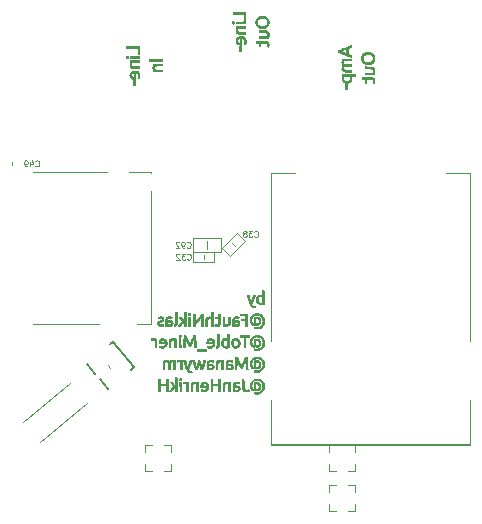
<source format=gbo>
G04 #@! TF.GenerationSoftware,KiCad,Pcbnew,5.1.5+dfsg1-2build2*
G04 #@! TF.CreationDate,2021-02-18T18:18:59+01:00*
G04 #@! TF.ProjectId,OtterCastAudioV2,4f747465-7243-4617-9374-417564696f56,rev?*
G04 #@! TF.SameCoordinates,Original*
G04 #@! TF.FileFunction,Legend,Bot*
G04 #@! TF.FilePolarity,Positive*
%FSLAX46Y46*%
G04 Gerber Fmt 4.6, Leading zero omitted, Abs format (unit mm)*
G04 Created by KiCad (PCBNEW 5.1.5+dfsg1-2build2) date 2021-02-18 18:18:59*
%MOMM*%
%LPD*%
G04 APERTURE LIST*
%ADD10C,0.100000*%
%ADD11C,0.010000*%
%ADD12C,0.120000*%
%ADD13C,0.150000*%
G04 APERTURE END LIST*
D10*
X95170000Y-100180000D02*
X95170000Y-101060000D01*
X95140000Y-98990000D02*
X97560000Y-98990000D01*
X97560000Y-100180000D02*
X97560000Y-98990000D01*
X95140000Y-100180000D02*
X97560000Y-100180000D01*
X96930000Y-101059239D02*
X96930000Y-100180000D01*
X95170000Y-101060000D02*
X96930000Y-101059239D01*
X95140000Y-98990000D02*
X95140000Y-100180000D01*
X99550000Y-99250000D02*
X98900000Y-98600000D01*
X98300000Y-100500000D02*
X99550000Y-99250000D01*
X97650000Y-99850000D02*
X98300000Y-100500000D01*
X98900000Y-98600000D02*
X97650000Y-99850000D01*
X93300000Y-116550000D02*
X92700000Y-116550000D01*
X91100000Y-116550000D02*
X91700000Y-116550000D01*
X93300000Y-118750000D02*
X92700000Y-118750000D01*
X91100000Y-118750000D02*
X91700000Y-118750000D01*
X93300000Y-116550000D02*
X93300000Y-117150000D01*
X91100000Y-116550000D02*
X91100000Y-117150000D01*
X93300000Y-118750000D02*
X93300000Y-118150000D01*
X91100000Y-118750000D02*
X91100000Y-118150000D01*
X108900000Y-118750000D02*
X108300000Y-118750000D01*
X108900000Y-118750000D02*
X108900000Y-118150000D01*
X108900000Y-116550000D02*
X108900000Y-117150000D01*
X108900000Y-116550000D02*
X108300000Y-116550000D01*
X106700000Y-116550000D02*
X107300000Y-116550000D01*
X106700000Y-116550000D02*
X106700000Y-117150000D01*
X106700000Y-118750000D02*
X106700000Y-118150000D01*
X106700000Y-118750000D02*
X107300000Y-118750000D01*
X106700000Y-119900000D02*
X107300000Y-119900000D01*
X106700000Y-119900000D02*
X106700000Y-120500000D01*
X106700000Y-122100000D02*
X106700000Y-121500000D01*
X106700000Y-122100000D02*
X107300000Y-122100000D01*
X108900000Y-122100000D02*
X108300000Y-122100000D01*
X108900000Y-122100000D02*
X108900000Y-121500000D01*
X108900000Y-119900000D02*
X108900000Y-120500000D01*
X108900000Y-119900000D02*
X108300000Y-119900000D01*
X118600000Y-116475000D02*
X118600000Y-112750000D01*
X101800000Y-116475000D02*
X118600000Y-116475000D01*
X101800000Y-112750000D02*
X101800000Y-116475000D01*
D11*
G36*
X108161800Y-86354200D02*
G01*
X108161800Y-86165816D01*
X108161257Y-86099062D01*
X108159762Y-86041539D01*
X108157517Y-85997929D01*
X108154724Y-85972916D01*
X108153333Y-85968966D01*
X108136622Y-85964000D01*
X108103737Y-85960954D01*
X108083483Y-85960500D01*
X108022100Y-85960500D01*
X108022100Y-86354200D01*
X108161800Y-86354200D01*
G37*
X108161800Y-86354200D02*
X108161800Y-86165816D01*
X108161257Y-86099062D01*
X108159762Y-86041539D01*
X108157517Y-85997929D01*
X108154724Y-85972916D01*
X108153333Y-85968966D01*
X108136622Y-85964000D01*
X108103737Y-85960954D01*
X108083483Y-85960500D01*
X108022100Y-85960500D01*
X108022100Y-86354200D01*
X108161800Y-86354200D01*
G36*
X107742217Y-84716062D02*
G01*
X107748489Y-84735248D01*
X107784531Y-84797047D01*
X107838105Y-84848048D01*
X107901658Y-84881135D01*
X107904277Y-84881978D01*
X107933063Y-84887114D01*
X107984008Y-84891949D01*
X108053871Y-84896288D01*
X108139412Y-84899936D01*
X108237389Y-84902698D01*
X108253875Y-84903042D01*
X108555500Y-84909041D01*
X108555500Y-84756756D01*
X108272925Y-84751446D01*
X108166369Y-84748971D01*
X108082189Y-84745529D01*
X108017358Y-84740396D01*
X107968852Y-84732851D01*
X107933647Y-84722171D01*
X107908719Y-84707634D01*
X107891042Y-84688518D01*
X107877592Y-84664100D01*
X107874176Y-84656226D01*
X107860705Y-84595207D01*
X107864643Y-84525381D01*
X107885330Y-84455793D01*
X107889433Y-84446779D01*
X107904992Y-84418063D01*
X107920702Y-84407570D01*
X107946686Y-84410161D01*
X107956972Y-84412483D01*
X107983220Y-84415682D01*
X108030364Y-84418528D01*
X108093904Y-84420869D01*
X108169339Y-84422549D01*
X108252165Y-84423416D01*
X108279275Y-84423497D01*
X108555500Y-84423800D01*
X108555500Y-84273116D01*
X108266575Y-84269083D01*
X108163040Y-84267302D01*
X108081744Y-84264700D01*
X108019526Y-84260544D01*
X107973227Y-84254101D01*
X107939684Y-84244636D01*
X107915738Y-84231417D01*
X107898227Y-84213710D01*
X107883991Y-84190781D01*
X107877978Y-84178904D01*
X107865161Y-84146561D01*
X107859897Y-84112478D01*
X107861162Y-84067087D01*
X107863392Y-84042379D01*
X107872277Y-83953900D01*
X108555500Y-83953900D01*
X108555500Y-83801138D01*
X107761750Y-83807850D01*
X107747099Y-83877700D01*
X107737126Y-83943300D01*
X107731825Y-84017764D01*
X107731070Y-84094258D01*
X107734732Y-84165953D01*
X107742685Y-84226017D01*
X107754356Y-84266658D01*
X107771551Y-84300191D01*
X107786883Y-84323041D01*
X107791362Y-84327228D01*
X107794162Y-84343436D01*
X107783560Y-84378532D01*
X107770790Y-84408170D01*
X107745861Y-84481170D01*
X107732374Y-84562901D01*
X107730952Y-84644239D01*
X107742217Y-84716062D01*
G37*
X107742217Y-84716062D02*
X107748489Y-84735248D01*
X107784531Y-84797047D01*
X107838105Y-84848048D01*
X107901658Y-84881135D01*
X107904277Y-84881978D01*
X107933063Y-84887114D01*
X107984008Y-84891949D01*
X108053871Y-84896288D01*
X108139412Y-84899936D01*
X108237389Y-84902698D01*
X108253875Y-84903042D01*
X108555500Y-84909041D01*
X108555500Y-84756756D01*
X108272925Y-84751446D01*
X108166369Y-84748971D01*
X108082189Y-84745529D01*
X108017358Y-84740396D01*
X107968852Y-84732851D01*
X107933647Y-84722171D01*
X107908719Y-84707634D01*
X107891042Y-84688518D01*
X107877592Y-84664100D01*
X107874176Y-84656226D01*
X107860705Y-84595207D01*
X107864643Y-84525381D01*
X107885330Y-84455793D01*
X107889433Y-84446779D01*
X107904992Y-84418063D01*
X107920702Y-84407570D01*
X107946686Y-84410161D01*
X107956972Y-84412483D01*
X107983220Y-84415682D01*
X108030364Y-84418528D01*
X108093904Y-84420869D01*
X108169339Y-84422549D01*
X108252165Y-84423416D01*
X108279275Y-84423497D01*
X108555500Y-84423800D01*
X108555500Y-84273116D01*
X108266575Y-84269083D01*
X108163040Y-84267302D01*
X108081744Y-84264700D01*
X108019526Y-84260544D01*
X107973227Y-84254101D01*
X107939684Y-84244636D01*
X107915738Y-84231417D01*
X107898227Y-84213710D01*
X107883991Y-84190781D01*
X107877978Y-84178904D01*
X107865161Y-84146561D01*
X107859897Y-84112478D01*
X107861162Y-84067087D01*
X107863392Y-84042379D01*
X107872277Y-83953900D01*
X108555500Y-83953900D01*
X108555500Y-83801138D01*
X107761750Y-83807850D01*
X107747099Y-83877700D01*
X107737126Y-83943300D01*
X107731825Y-84017764D01*
X107731070Y-84094258D01*
X107734732Y-84165953D01*
X107742685Y-84226017D01*
X107754356Y-84266658D01*
X107771551Y-84300191D01*
X107786883Y-84323041D01*
X107791362Y-84327228D01*
X107794162Y-84343436D01*
X107783560Y-84378532D01*
X107770790Y-84408170D01*
X107745861Y-84481170D01*
X107732374Y-84562901D01*
X107730952Y-84644239D01*
X107742217Y-84716062D01*
G36*
X107542675Y-83266887D02*
G01*
X107625510Y-83302671D01*
X107717952Y-83341694D01*
X107817124Y-83382822D01*
X107920149Y-83424922D01*
X108024150Y-83466860D01*
X108126251Y-83507502D01*
X108223575Y-83545714D01*
X108313244Y-83580364D01*
X108392383Y-83610317D01*
X108458115Y-83634440D01*
X108507562Y-83651598D01*
X108537848Y-83660659D01*
X108544799Y-83661800D01*
X108550263Y-83650221D01*
X108553174Y-83619824D01*
X108552910Y-83577117D01*
X108552905Y-83577008D01*
X108549150Y-83492216D01*
X108288944Y-83401450D01*
X108288800Y-82914902D01*
X108393575Y-82877230D01*
X108444780Y-82858980D01*
X108489726Y-82843249D01*
X108520873Y-82832665D01*
X108526925Y-82830723D01*
X108542518Y-82823360D01*
X108551132Y-82809228D01*
X108554786Y-82781935D01*
X108555500Y-82740194D01*
X108554544Y-82698394D01*
X108552046Y-82668941D01*
X108548758Y-82658500D01*
X108529476Y-82663172D01*
X108489820Y-82676376D01*
X108432868Y-82696890D01*
X108361698Y-82723493D01*
X108279389Y-82754964D01*
X108189020Y-82790080D01*
X108149100Y-82805796D01*
X108149100Y-82964396D01*
X108149100Y-83154348D01*
X108148474Y-83220540D01*
X108146752Y-83276692D01*
X108144162Y-83318409D01*
X108140934Y-83341293D01*
X108139176Y-83344300D01*
X108124142Y-83339890D01*
X108090207Y-83327864D01*
X108042057Y-83310024D01*
X107984379Y-83288174D01*
X107921860Y-83264117D01*
X107859186Y-83239657D01*
X107801045Y-83216597D01*
X107752123Y-83196741D01*
X107717300Y-83181975D01*
X107660150Y-83156667D01*
X107723650Y-83128657D01*
X107799901Y-83095995D01*
X107880201Y-83063739D01*
X107972458Y-83028767D01*
X108031625Y-83007074D01*
X108149100Y-82964396D01*
X108149100Y-82805796D01*
X108093668Y-82827621D01*
X107996413Y-82866366D01*
X107900333Y-82905092D01*
X107808507Y-82942580D01*
X107724012Y-82977607D01*
X107649928Y-83008952D01*
X107589333Y-83035395D01*
X107545305Y-83055713D01*
X107536363Y-83060139D01*
X107476000Y-83090727D01*
X107476000Y-83237658D01*
X107542675Y-83266887D01*
G37*
X107542675Y-83266887D02*
X107625510Y-83302671D01*
X107717952Y-83341694D01*
X107817124Y-83382822D01*
X107920149Y-83424922D01*
X108024150Y-83466860D01*
X108126251Y-83507502D01*
X108223575Y-83545714D01*
X108313244Y-83580364D01*
X108392383Y-83610317D01*
X108458115Y-83634440D01*
X108507562Y-83651598D01*
X108537848Y-83660659D01*
X108544799Y-83661800D01*
X108550263Y-83650221D01*
X108553174Y-83619824D01*
X108552910Y-83577117D01*
X108552905Y-83577008D01*
X108549150Y-83492216D01*
X108288944Y-83401450D01*
X108288800Y-82914902D01*
X108393575Y-82877230D01*
X108444780Y-82858980D01*
X108489726Y-82843249D01*
X108520873Y-82832665D01*
X108526925Y-82830723D01*
X108542518Y-82823360D01*
X108551132Y-82809228D01*
X108554786Y-82781935D01*
X108555500Y-82740194D01*
X108554544Y-82698394D01*
X108552046Y-82668941D01*
X108548758Y-82658500D01*
X108529476Y-82663172D01*
X108489820Y-82676376D01*
X108432868Y-82696890D01*
X108361698Y-82723493D01*
X108279389Y-82754964D01*
X108189020Y-82790080D01*
X108149100Y-82805796D01*
X108149100Y-82964396D01*
X108149100Y-83154348D01*
X108148474Y-83220540D01*
X108146752Y-83276692D01*
X108144162Y-83318409D01*
X108140934Y-83341293D01*
X108139176Y-83344300D01*
X108124142Y-83339890D01*
X108090207Y-83327864D01*
X108042057Y-83310024D01*
X107984379Y-83288174D01*
X107921860Y-83264117D01*
X107859186Y-83239657D01*
X107801045Y-83216597D01*
X107752123Y-83196741D01*
X107717300Y-83181975D01*
X107660150Y-83156667D01*
X107723650Y-83128657D01*
X107799901Y-83095995D01*
X107880201Y-83063739D01*
X107972458Y-83028767D01*
X108031625Y-83007074D01*
X108149100Y-82964396D01*
X108149100Y-82805796D01*
X108093668Y-82827621D01*
X107996413Y-82866366D01*
X107900333Y-82905092D01*
X107808507Y-82942580D01*
X107724012Y-82977607D01*
X107649928Y-83008952D01*
X107589333Y-83035395D01*
X107545305Y-83055713D01*
X107536363Y-83060139D01*
X107476000Y-83090727D01*
X107476000Y-83237658D01*
X107542675Y-83266887D01*
G36*
X107735625Y-85523256D02*
G01*
X107741218Y-85567904D01*
X107750692Y-85603304D01*
X107765821Y-85637531D01*
X107774489Y-85653865D01*
X107828672Y-85730804D01*
X107896909Y-85788117D01*
X107980451Y-85826450D01*
X108080547Y-85846443D01*
X108155450Y-85849909D01*
X108268997Y-85840243D01*
X108365973Y-85812196D01*
X108445840Y-85766044D01*
X108508056Y-85702062D01*
X108536678Y-85655249D01*
X108568487Y-85567242D01*
X108576373Y-85474936D01*
X108560326Y-85376791D01*
X108534633Y-85303275D01*
X108537623Y-85296410D01*
X108555338Y-85291712D01*
X108590778Y-85288869D01*
X108646944Y-85287569D01*
X108687791Y-85287400D01*
X108847600Y-85287400D01*
X108847600Y-85135000D01*
X108308705Y-85135000D01*
X108177289Y-85135056D01*
X108069012Y-85135287D01*
X107981612Y-85135785D01*
X107912827Y-85136642D01*
X107872659Y-85137643D01*
X107872659Y-85287400D01*
X108387161Y-85287400D01*
X108413766Y-85347725D01*
X108435260Y-85418697D01*
X108439721Y-85490253D01*
X108427654Y-85550098D01*
X108394895Y-85607904D01*
X108345492Y-85649861D01*
X108277629Y-85677052D01*
X108192583Y-85690335D01*
X108092784Y-85689071D01*
X108009967Y-85669330D01*
X107944751Y-85631716D01*
X107897755Y-85576832D01*
X107869595Y-85505280D01*
X107860891Y-85417663D01*
X107863848Y-85369674D01*
X107872659Y-85287400D01*
X107872659Y-85137643D01*
X107860396Y-85137949D01*
X107822058Y-85139800D01*
X107795552Y-85142287D01*
X107778615Y-85145500D01*
X107768987Y-85149534D01*
X107764406Y-85154479D01*
X107763329Y-85157225D01*
X107743191Y-85251714D01*
X107732603Y-85359920D01*
X107732134Y-85461285D01*
X107735625Y-85523256D01*
G37*
X107735625Y-85523256D02*
X107741218Y-85567904D01*
X107750692Y-85603304D01*
X107765821Y-85637531D01*
X107774489Y-85653865D01*
X107828672Y-85730804D01*
X107896909Y-85788117D01*
X107980451Y-85826450D01*
X108080547Y-85846443D01*
X108155450Y-85849909D01*
X108268997Y-85840243D01*
X108365973Y-85812196D01*
X108445840Y-85766044D01*
X108508056Y-85702062D01*
X108536678Y-85655249D01*
X108568487Y-85567242D01*
X108576373Y-85474936D01*
X108560326Y-85376791D01*
X108534633Y-85303275D01*
X108537623Y-85296410D01*
X108555338Y-85291712D01*
X108590778Y-85288869D01*
X108646944Y-85287569D01*
X108687791Y-85287400D01*
X108847600Y-85287400D01*
X108847600Y-85135000D01*
X108308705Y-85135000D01*
X108177289Y-85135056D01*
X108069012Y-85135287D01*
X107981612Y-85135785D01*
X107912827Y-85136642D01*
X107872659Y-85137643D01*
X107872659Y-85287400D01*
X108387161Y-85287400D01*
X108413766Y-85347725D01*
X108435260Y-85418697D01*
X108439721Y-85490253D01*
X108427654Y-85550098D01*
X108394895Y-85607904D01*
X108345492Y-85649861D01*
X108277629Y-85677052D01*
X108192583Y-85690335D01*
X108092784Y-85689071D01*
X108009967Y-85669330D01*
X107944751Y-85631716D01*
X107897755Y-85576832D01*
X107869595Y-85505280D01*
X107860891Y-85417663D01*
X107863848Y-85369674D01*
X107872659Y-85287400D01*
X107872659Y-85137643D01*
X107860396Y-85137949D01*
X107822058Y-85139800D01*
X107795552Y-85142287D01*
X107778615Y-85145500D01*
X107768987Y-85149534D01*
X107764406Y-85154479D01*
X107763329Y-85157225D01*
X107743191Y-85251714D01*
X107732603Y-85359920D01*
X107732134Y-85461285D01*
X107735625Y-85523256D01*
G36*
X109440843Y-85519175D02*
G01*
X109454959Y-85523297D01*
X109488618Y-85526521D01*
X109535964Y-85528400D01*
X109565899Y-85528700D01*
X109685800Y-85528700D01*
X109685800Y-85833500D01*
X109812800Y-85833500D01*
X109812800Y-85527219D01*
X110067924Y-85531134D01*
X110323049Y-85535050D01*
X110355010Y-85572235D01*
X110372858Y-85596020D01*
X110381369Y-85619603D01*
X110382592Y-85652306D01*
X110380127Y-85686535D01*
X110374988Y-85734335D01*
X110368922Y-85776642D01*
X110364850Y-85797325D01*
X110361422Y-85817189D01*
X110366652Y-85829987D01*
X110385373Y-85839139D01*
X110422421Y-85848061D01*
X110442338Y-85852108D01*
X110468148Y-85855007D01*
X110482806Y-85846181D01*
X110494225Y-85819777D01*
X110496846Y-85811781D01*
X110507302Y-85766519D01*
X110514747Y-85709661D01*
X110518658Y-85649938D01*
X110518511Y-85596083D01*
X110513780Y-85556827D01*
X110512439Y-85552101D01*
X110482338Y-85486163D01*
X110438312Y-85437575D01*
X110384399Y-85404304D01*
X110314450Y-85369950D01*
X109463550Y-85369950D01*
X109449619Y-85439800D01*
X109442819Y-85479751D01*
X109439959Y-85509187D01*
X109440843Y-85519175D01*
G37*
X109440843Y-85519175D02*
X109454959Y-85523297D01*
X109488618Y-85526521D01*
X109535964Y-85528400D01*
X109565899Y-85528700D01*
X109685800Y-85528700D01*
X109685800Y-85833500D01*
X109812800Y-85833500D01*
X109812800Y-85527219D01*
X110067924Y-85531134D01*
X110323049Y-85535050D01*
X110355010Y-85572235D01*
X110372858Y-85596020D01*
X110381369Y-85619603D01*
X110382592Y-85652306D01*
X110380127Y-85686535D01*
X110374988Y-85734335D01*
X110368922Y-85776642D01*
X110364850Y-85797325D01*
X110361422Y-85817189D01*
X110366652Y-85829987D01*
X110385373Y-85839139D01*
X110422421Y-85848061D01*
X110442338Y-85852108D01*
X110468148Y-85855007D01*
X110482806Y-85846181D01*
X110494225Y-85819777D01*
X110496846Y-85811781D01*
X110507302Y-85766519D01*
X110514747Y-85709661D01*
X110518658Y-85649938D01*
X110518511Y-85596083D01*
X110513780Y-85556827D01*
X110512439Y-85552101D01*
X110482338Y-85486163D01*
X110438312Y-85437575D01*
X110384399Y-85404304D01*
X110314450Y-85369950D01*
X109463550Y-85369950D01*
X109449619Y-85439800D01*
X109442819Y-85479751D01*
X109439959Y-85509187D01*
X109440843Y-85519175D01*
G36*
X109962025Y-84628991D02*
G01*
X110067814Y-84631305D01*
X110151361Y-84634947D01*
X110215818Y-84640699D01*
X110264336Y-84649349D01*
X110300067Y-84661679D01*
X110326164Y-84678476D01*
X110345777Y-84700523D01*
X110362055Y-84728600D01*
X110375049Y-84770233D01*
X110382717Y-84826332D01*
X110384396Y-84886393D01*
X110379422Y-84939914D01*
X110376295Y-84954025D01*
X110368637Y-84982600D01*
X109685800Y-84982600D01*
X109685800Y-85135000D01*
X110482393Y-85135000D01*
X110497319Y-85061975D01*
X110504880Y-85014954D01*
X110511974Y-84953535D01*
X110517393Y-84888709D01*
X110518615Y-84868300D01*
X110520787Y-84803438D01*
X110518737Y-84755221D01*
X110511659Y-84715123D01*
X110500811Y-84680289D01*
X110465926Y-84609085D01*
X110416632Y-84555310D01*
X110348077Y-84513805D01*
X110341531Y-84510822D01*
X110319023Y-84501438D01*
X110296360Y-84494215D01*
X110269765Y-84488799D01*
X110235459Y-84484835D01*
X110189662Y-84481968D01*
X110128598Y-84479844D01*
X110048487Y-84478106D01*
X109981075Y-84476963D01*
X109685800Y-84472223D01*
X109685800Y-84624512D01*
X109962025Y-84628991D01*
G37*
X109962025Y-84628991D02*
X110067814Y-84631305D01*
X110151361Y-84634947D01*
X110215818Y-84640699D01*
X110264336Y-84649349D01*
X110300067Y-84661679D01*
X110326164Y-84678476D01*
X110345777Y-84700523D01*
X110362055Y-84728600D01*
X110375049Y-84770233D01*
X110382717Y-84826332D01*
X110384396Y-84886393D01*
X110379422Y-84939914D01*
X110376295Y-84954025D01*
X110368637Y-84982600D01*
X109685800Y-84982600D01*
X109685800Y-85135000D01*
X110482393Y-85135000D01*
X110497319Y-85061975D01*
X110504880Y-85014954D01*
X110511974Y-84953535D01*
X110517393Y-84888709D01*
X110518615Y-84868300D01*
X110520787Y-84803438D01*
X110518737Y-84755221D01*
X110511659Y-84715123D01*
X110500811Y-84680289D01*
X110465926Y-84609085D01*
X110416632Y-84555310D01*
X110348077Y-84513805D01*
X110341531Y-84510822D01*
X110319023Y-84501438D01*
X110296360Y-84494215D01*
X110269765Y-84488799D01*
X110235459Y-84484835D01*
X110189662Y-84481968D01*
X110128598Y-84479844D01*
X110048487Y-84478106D01*
X109981075Y-84476963D01*
X109685800Y-84472223D01*
X109685800Y-84624512D01*
X109962025Y-84628991D01*
G36*
X109400591Y-83830266D02*
G01*
X109403437Y-83873292D01*
X109410417Y-83908074D01*
X109423364Y-83943186D01*
X109444106Y-83987205D01*
X109448029Y-83995159D01*
X109500232Y-84081506D01*
X109564102Y-84150169D01*
X109642779Y-84203363D01*
X109739401Y-84243300D01*
X109834583Y-84267783D01*
X109892619Y-84278015D01*
X109942634Y-84281789D01*
X109996643Y-84279466D01*
X110045622Y-84274111D01*
X110168508Y-84248305D01*
X110275141Y-84203841D01*
X110364789Y-84141197D01*
X110436715Y-84060849D01*
X110476145Y-83994292D01*
X110495596Y-83952292D01*
X110508022Y-83916336D01*
X110515206Y-83877915D01*
X110518933Y-83828522D01*
X110520432Y-83783185D01*
X110519862Y-83699708D01*
X110513712Y-83634541D01*
X110506263Y-83601932D01*
X110460550Y-83500065D01*
X110395759Y-83413604D01*
X110313824Y-83343688D01*
X110216681Y-83291454D01*
X110106265Y-83258041D01*
X109984511Y-83244587D01*
X109968688Y-83245032D01*
X109968688Y-83411210D01*
X110064846Y-83420008D01*
X110155607Y-83443881D01*
X110236111Y-83482710D01*
X110301499Y-83536377D01*
X110309792Y-83545805D01*
X110348235Y-83600143D01*
X110371257Y-83656709D01*
X110381814Y-83724282D01*
X110383333Y-83764081D01*
X110380870Y-83822631D01*
X110369867Y-83870418D01*
X110350866Y-83914404D01*
X110301203Y-83987919D01*
X110234278Y-84043460D01*
X110149778Y-84081171D01*
X110047388Y-84101193D01*
X109935889Y-84104068D01*
X109830954Y-84093756D01*
X109745084Y-84070974D01*
X109674519Y-84034394D01*
X109627269Y-83995015D01*
X109576623Y-83927393D01*
X109545904Y-83849200D01*
X109535113Y-83765611D01*
X109544249Y-83681806D01*
X109573312Y-83602961D01*
X109622302Y-83534252D01*
X109627295Y-83529136D01*
X109696438Y-83476449D01*
X109779624Y-83439311D01*
X109871995Y-83417605D01*
X109968688Y-83411210D01*
X109968688Y-83245032D01*
X109902572Y-83246894D01*
X109779930Y-83266924D01*
X109671336Y-83306023D01*
X109578477Y-83363342D01*
X109503040Y-83438034D01*
X109490950Y-83453935D01*
X109449014Y-83520289D01*
X109421339Y-83587143D01*
X109405774Y-83661988D01*
X109400167Y-83752311D01*
X109400050Y-83770420D01*
X109400591Y-83830266D01*
G37*
X109400591Y-83830266D02*
X109403437Y-83873292D01*
X109410417Y-83908074D01*
X109423364Y-83943186D01*
X109444106Y-83987205D01*
X109448029Y-83995159D01*
X109500232Y-84081506D01*
X109564102Y-84150169D01*
X109642779Y-84203363D01*
X109739401Y-84243300D01*
X109834583Y-84267783D01*
X109892619Y-84278015D01*
X109942634Y-84281789D01*
X109996643Y-84279466D01*
X110045622Y-84274111D01*
X110168508Y-84248305D01*
X110275141Y-84203841D01*
X110364789Y-84141197D01*
X110436715Y-84060849D01*
X110476145Y-83994292D01*
X110495596Y-83952292D01*
X110508022Y-83916336D01*
X110515206Y-83877915D01*
X110518933Y-83828522D01*
X110520432Y-83783185D01*
X110519862Y-83699708D01*
X110513712Y-83634541D01*
X110506263Y-83601932D01*
X110460550Y-83500065D01*
X110395759Y-83413604D01*
X110313824Y-83343688D01*
X110216681Y-83291454D01*
X110106265Y-83258041D01*
X109984511Y-83244587D01*
X109968688Y-83245032D01*
X109968688Y-83411210D01*
X110064846Y-83420008D01*
X110155607Y-83443881D01*
X110236111Y-83482710D01*
X110301499Y-83536377D01*
X110309792Y-83545805D01*
X110348235Y-83600143D01*
X110371257Y-83656709D01*
X110381814Y-83724282D01*
X110383333Y-83764081D01*
X110380870Y-83822631D01*
X110369867Y-83870418D01*
X110350866Y-83914404D01*
X110301203Y-83987919D01*
X110234278Y-84043460D01*
X110149778Y-84081171D01*
X110047388Y-84101193D01*
X109935889Y-84104068D01*
X109830954Y-84093756D01*
X109745084Y-84070974D01*
X109674519Y-84034394D01*
X109627269Y-83995015D01*
X109576623Y-83927393D01*
X109545904Y-83849200D01*
X109535113Y-83765611D01*
X109544249Y-83681806D01*
X109573312Y-83602961D01*
X109622302Y-83534252D01*
X109627295Y-83529136D01*
X109696438Y-83476449D01*
X109779624Y-83439311D01*
X109871995Y-83417605D01*
X109968688Y-83411210D01*
X109968688Y-83245032D01*
X109902572Y-83246894D01*
X109779930Y-83266924D01*
X109671336Y-83306023D01*
X109578477Y-83363342D01*
X109503040Y-83438034D01*
X109490950Y-83453935D01*
X109449014Y-83520289D01*
X109421339Y-83587143D01*
X109405774Y-83661988D01*
X109400167Y-83752311D01*
X109400050Y-83770420D01*
X109400591Y-83830266D01*
G36*
X98461062Y-80786474D02*
G01*
X98488196Y-80818852D01*
X98525617Y-80836604D01*
X98566943Y-80837063D01*
X98605792Y-80817560D01*
X98613486Y-80810206D01*
X98635983Y-80770491D01*
X98639637Y-80725512D01*
X98624293Y-80684751D01*
X98615700Y-80674500D01*
X98579072Y-80653883D01*
X98545850Y-80649100D01*
X98497863Y-80659608D01*
X98465061Y-80688883D01*
X98450904Y-80733546D01*
X98450600Y-80742136D01*
X98461062Y-80786474D01*
G37*
X98461062Y-80786474D02*
X98488196Y-80818852D01*
X98525617Y-80836604D01*
X98566943Y-80837063D01*
X98605792Y-80817560D01*
X98613486Y-80810206D01*
X98635983Y-80770491D01*
X98639637Y-80725512D01*
X98624293Y-80684751D01*
X98615700Y-80674500D01*
X98579072Y-80653883D01*
X98545850Y-80649100D01*
X98497863Y-80659608D01*
X98465061Y-80688883D01*
X98450904Y-80733546D01*
X98450600Y-80742136D01*
X98461062Y-80786474D01*
G36*
X99199900Y-83125600D02*
G01*
X99199900Y-82731900D01*
X99060200Y-82731900D01*
X99060200Y-83125600D01*
X99199900Y-83125600D01*
G37*
X99199900Y-83125600D02*
X99199900Y-82731900D01*
X99060200Y-82731900D01*
X99060200Y-83125600D01*
X99199900Y-83125600D01*
G36*
X98777787Y-81488884D02*
G01*
X98795209Y-81547385D01*
X98823930Y-81596478D01*
X98855268Y-81631658D01*
X98883145Y-81656548D01*
X98912148Y-81676062D01*
X98945710Y-81690838D01*
X98987266Y-81701510D01*
X99040250Y-81708716D01*
X99108095Y-81713091D01*
X99194236Y-81715273D01*
X99302107Y-81715898D01*
X99309868Y-81715900D01*
X99593600Y-81715900D01*
X99593600Y-81565216D01*
X99304075Y-81561183D01*
X99208748Y-81559637D01*
X99135433Y-81557811D01*
X99080742Y-81555426D01*
X99041285Y-81552206D01*
X99013673Y-81547875D01*
X98994520Y-81542155D01*
X98980436Y-81534770D01*
X98980401Y-81534748D01*
X98946168Y-81507797D01*
X98924017Y-81476799D01*
X98911669Y-81435776D01*
X98906844Y-81378746D01*
X98906550Y-81341060D01*
X98907718Y-81290057D01*
X98910139Y-81248676D01*
X98913367Y-81223576D01*
X98914676Y-81219748D01*
X98929101Y-81216366D01*
X98966061Y-81213418D01*
X99022693Y-81211000D01*
X99096136Y-81209213D01*
X99183525Y-81208155D01*
X99257799Y-81207900D01*
X99593600Y-81207900D01*
X99593600Y-81055500D01*
X98808304Y-81055500D01*
X98793081Y-81122175D01*
X98785894Y-81164113D01*
X98779057Y-81222164D01*
X98773568Y-81287052D01*
X98771414Y-81323739D01*
X98770307Y-81415996D01*
X98777787Y-81488884D01*
G37*
X98777787Y-81488884D02*
X98795209Y-81547385D01*
X98823930Y-81596478D01*
X98855268Y-81631658D01*
X98883145Y-81656548D01*
X98912148Y-81676062D01*
X98945710Y-81690838D01*
X98987266Y-81701510D01*
X99040250Y-81708716D01*
X99108095Y-81713091D01*
X99194236Y-81715273D01*
X99302107Y-81715898D01*
X99309868Y-81715900D01*
X99593600Y-81715900D01*
X99593600Y-81565216D01*
X99304075Y-81561183D01*
X99208748Y-81559637D01*
X99135433Y-81557811D01*
X99080742Y-81555426D01*
X99041285Y-81552206D01*
X99013673Y-81547875D01*
X98994520Y-81542155D01*
X98980436Y-81534770D01*
X98980401Y-81534748D01*
X98946168Y-81507797D01*
X98924017Y-81476799D01*
X98911669Y-81435776D01*
X98906844Y-81378746D01*
X98906550Y-81341060D01*
X98907718Y-81290057D01*
X98910139Y-81248676D01*
X98913367Y-81223576D01*
X98914676Y-81219748D01*
X98929101Y-81216366D01*
X98966061Y-81213418D01*
X99022693Y-81211000D01*
X99096136Y-81209213D01*
X99183525Y-81208155D01*
X99257799Y-81207900D01*
X99593600Y-81207900D01*
X99593600Y-81055500D01*
X98808304Y-81055500D01*
X98793081Y-81122175D01*
X98785894Y-81164113D01*
X98779057Y-81222164D01*
X98773568Y-81287052D01*
X98771414Y-81323739D01*
X98770307Y-81415996D01*
X98777787Y-81488884D01*
G36*
X99593600Y-80827256D02*
G01*
X99593600Y-80661443D01*
X99190375Y-80664796D01*
X98787150Y-80668150D01*
X98787150Y-80820550D01*
X99593600Y-80827256D01*
G37*
X99593600Y-80827256D02*
X99593600Y-80661443D01*
X99190375Y-80664796D01*
X98787150Y-80668150D01*
X98787150Y-80820550D01*
X99593600Y-80827256D01*
G36*
X99453900Y-80026800D02*
G01*
X99453900Y-80522100D01*
X99593600Y-80522100D01*
X99593600Y-79874400D01*
X98514100Y-79874400D01*
X98514100Y-80026800D01*
X99453900Y-80026800D01*
G37*
X99453900Y-80026800D02*
X99453900Y-80522100D01*
X99593600Y-80522100D01*
X99593600Y-79874400D01*
X98514100Y-79874400D01*
X98514100Y-80026800D01*
X99453900Y-80026800D01*
G36*
X98778243Y-82382203D02*
G01*
X98807239Y-82460703D01*
X98855657Y-82523052D01*
X98923662Y-82569399D01*
X99011419Y-82599897D01*
X99119093Y-82614697D01*
X99126875Y-82615124D01*
X99238000Y-82620706D01*
X99238000Y-82346103D01*
X99238081Y-82255957D01*
X99238523Y-82188061D01*
X99239621Y-82139263D01*
X99241672Y-82106415D01*
X99244972Y-82086366D01*
X99249816Y-82075965D01*
X99256501Y-82072061D01*
X99263807Y-82071500D01*
X99319070Y-82082365D01*
X99374817Y-82111230D01*
X99423568Y-82152500D01*
X99457839Y-82200577D01*
X99466609Y-82223178D01*
X99476510Y-82283411D01*
X99478475Y-82355691D01*
X99472740Y-82428014D01*
X99461488Y-82482247D01*
X99452712Y-82517464D01*
X99450212Y-82541204D01*
X99451963Y-82546443D01*
X99468676Y-82550399D01*
X99501110Y-82554508D01*
X99517237Y-82555952D01*
X99552670Y-82557573D01*
X99571816Y-82551340D01*
X99583688Y-82531634D01*
X99591532Y-82509650D01*
X99604061Y-82455415D01*
X99611751Y-82386307D01*
X99614306Y-82311967D01*
X99611429Y-82242035D01*
X99602824Y-82186151D01*
X99601617Y-82181638D01*
X99564795Y-82094874D01*
X99508737Y-82022957D01*
X99435766Y-81967298D01*
X99348201Y-81929308D01*
X99248364Y-81910398D01*
X99155450Y-81910390D01*
X99111000Y-81916875D01*
X99111000Y-82069481D01*
X99111000Y-82468026D01*
X99063813Y-82459174D01*
X98992386Y-82435992D01*
X98939366Y-82397640D01*
X98906402Y-82345845D01*
X98895147Y-82282969D01*
X98906964Y-82214979D01*
X98940221Y-82155911D01*
X98991417Y-82109875D01*
X99057051Y-82080982D01*
X99069725Y-82078002D01*
X99111000Y-82069481D01*
X99111000Y-81916875D01*
X99058771Y-81924497D01*
X98979237Y-81951144D01*
X98910742Y-81992639D01*
X98887623Y-82011644D01*
X98827528Y-82077139D01*
X98789224Y-82150449D01*
X98770827Y-82235939D01*
X98768502Y-82287400D01*
X98778243Y-82382203D01*
G37*
X98778243Y-82382203D02*
X98807239Y-82460703D01*
X98855657Y-82523052D01*
X98923662Y-82569399D01*
X99011419Y-82599897D01*
X99119093Y-82614697D01*
X99126875Y-82615124D01*
X99238000Y-82620706D01*
X99238000Y-82346103D01*
X99238081Y-82255957D01*
X99238523Y-82188061D01*
X99239621Y-82139263D01*
X99241672Y-82106415D01*
X99244972Y-82086366D01*
X99249816Y-82075965D01*
X99256501Y-82072061D01*
X99263807Y-82071500D01*
X99319070Y-82082365D01*
X99374817Y-82111230D01*
X99423568Y-82152500D01*
X99457839Y-82200577D01*
X99466609Y-82223178D01*
X99476510Y-82283411D01*
X99478475Y-82355691D01*
X99472740Y-82428014D01*
X99461488Y-82482247D01*
X99452712Y-82517464D01*
X99450212Y-82541204D01*
X99451963Y-82546443D01*
X99468676Y-82550399D01*
X99501110Y-82554508D01*
X99517237Y-82555952D01*
X99552670Y-82557573D01*
X99571816Y-82551340D01*
X99583688Y-82531634D01*
X99591532Y-82509650D01*
X99604061Y-82455415D01*
X99611751Y-82386307D01*
X99614306Y-82311967D01*
X99611429Y-82242035D01*
X99602824Y-82186151D01*
X99601617Y-82181638D01*
X99564795Y-82094874D01*
X99508737Y-82022957D01*
X99435766Y-81967298D01*
X99348201Y-81929308D01*
X99248364Y-81910398D01*
X99155450Y-81910390D01*
X99111000Y-81916875D01*
X99111000Y-82069481D01*
X99111000Y-82468026D01*
X99063813Y-82459174D01*
X98992386Y-82435992D01*
X98939366Y-82397640D01*
X98906402Y-82345845D01*
X98895147Y-82282969D01*
X98906964Y-82214979D01*
X98940221Y-82155911D01*
X98991417Y-82109875D01*
X99057051Y-82080982D01*
X99069725Y-82078002D01*
X99111000Y-82069481D01*
X99111000Y-81916875D01*
X99058771Y-81924497D01*
X98979237Y-81951144D01*
X98910742Y-81992639D01*
X98887623Y-82011644D01*
X98827528Y-82077139D01*
X98789224Y-82150449D01*
X98770827Y-82235939D01*
X98768502Y-82287400D01*
X98778243Y-82382203D01*
G36*
X100723900Y-82452500D02*
G01*
X100723900Y-82757300D01*
X100850900Y-82757300D01*
X100850900Y-82450120D01*
X101089025Y-82455104D01*
X101184060Y-82457640D01*
X101257028Y-82461283D01*
X101311255Y-82466813D01*
X101350071Y-82475010D01*
X101376805Y-82486654D01*
X101394787Y-82502524D01*
X101407345Y-82523402D01*
X101410408Y-82530411D01*
X101418187Y-82568883D01*
X101418747Y-82623240D01*
X101412399Y-82685105D01*
X101402968Y-82732700D01*
X101400238Y-82752908D01*
X101408596Y-82764938D01*
X101433642Y-82773889D01*
X101453420Y-82778631D01*
X101487522Y-82785551D01*
X101508938Y-82784132D01*
X101522813Y-82770051D01*
X101534288Y-82738985D01*
X101544346Y-82702195D01*
X101558984Y-82613271D01*
X101556837Y-82526197D01*
X101547188Y-82478363D01*
X101518466Y-82413619D01*
X101472238Y-82364525D01*
X101425486Y-82336115D01*
X101408420Y-82328059D01*
X101391468Y-82321578D01*
X101371719Y-82316469D01*
X101346262Y-82312528D01*
X101312186Y-82309553D01*
X101266580Y-82307340D01*
X101206533Y-82305687D01*
X101129134Y-82304391D01*
X101031471Y-82303248D01*
X100941357Y-82302352D01*
X100839920Y-82301676D01*
X100746574Y-82301641D01*
X100664360Y-82302201D01*
X100596316Y-82303312D01*
X100545480Y-82304929D01*
X100514891Y-82307008D01*
X100507166Y-82308702D01*
X100499782Y-82326415D01*
X100492075Y-82360417D01*
X100488097Y-82385825D01*
X100479327Y-82452500D01*
X100723900Y-82452500D01*
G37*
X100723900Y-82452500D02*
X100723900Y-82757300D01*
X100850900Y-82757300D01*
X100850900Y-82450120D01*
X101089025Y-82455104D01*
X101184060Y-82457640D01*
X101257028Y-82461283D01*
X101311255Y-82466813D01*
X101350071Y-82475010D01*
X101376805Y-82486654D01*
X101394787Y-82502524D01*
X101407345Y-82523402D01*
X101410408Y-82530411D01*
X101418187Y-82568883D01*
X101418747Y-82623240D01*
X101412399Y-82685105D01*
X101402968Y-82732700D01*
X101400238Y-82752908D01*
X101408596Y-82764938D01*
X101433642Y-82773889D01*
X101453420Y-82778631D01*
X101487522Y-82785551D01*
X101508938Y-82784132D01*
X101522813Y-82770051D01*
X101534288Y-82738985D01*
X101544346Y-82702195D01*
X101558984Y-82613271D01*
X101556837Y-82526197D01*
X101547188Y-82478363D01*
X101518466Y-82413619D01*
X101472238Y-82364525D01*
X101425486Y-82336115D01*
X101408420Y-82328059D01*
X101391468Y-82321578D01*
X101371719Y-82316469D01*
X101346262Y-82312528D01*
X101312186Y-82309553D01*
X101266580Y-82307340D01*
X101206533Y-82305687D01*
X101129134Y-82304391D01*
X101031471Y-82303248D01*
X100941357Y-82302352D01*
X100839920Y-82301676D01*
X100746574Y-82301641D01*
X100664360Y-82302201D01*
X100596316Y-82303312D01*
X100545480Y-82304929D01*
X100514891Y-82307008D01*
X100507166Y-82308702D01*
X100499782Y-82326415D01*
X100492075Y-82360417D01*
X100488097Y-82385825D01*
X100479327Y-82452500D01*
X100723900Y-82452500D01*
G36*
X101006475Y-81565667D02*
G01*
X101106125Y-81567482D01*
X101183900Y-81569990D01*
X101243325Y-81573867D01*
X101287924Y-81579787D01*
X101321223Y-81588425D01*
X101346745Y-81600457D01*
X101368016Y-81616556D01*
X101388561Y-81637398D01*
X101390123Y-81639118D01*
X101405497Y-81669457D01*
X101416517Y-81717124D01*
X101422291Y-81774284D01*
X101421925Y-81833101D01*
X101416937Y-81874386D01*
X101408549Y-81919100D01*
X100723900Y-81919100D01*
X100723900Y-82071500D01*
X101520493Y-82071500D01*
X101535419Y-81998475D01*
X101543985Y-81944640D01*
X101550655Y-81879857D01*
X101555119Y-81811098D01*
X101557066Y-81745335D01*
X101556188Y-81689539D01*
X101552173Y-81650681D01*
X101551100Y-81646050D01*
X101516896Y-81563742D01*
X101463079Y-81496645D01*
X101391579Y-81447049D01*
X101377950Y-81440588D01*
X101357983Y-81433148D01*
X101333174Y-81427337D01*
X101300039Y-81422887D01*
X101255095Y-81419531D01*
X101194861Y-81417001D01*
X101115852Y-81415029D01*
X101025525Y-81413507D01*
X100723900Y-81409085D01*
X100723900Y-81561387D01*
X101006475Y-81565667D01*
G37*
X101006475Y-81565667D02*
X101106125Y-81567482D01*
X101183900Y-81569990D01*
X101243325Y-81573867D01*
X101287924Y-81579787D01*
X101321223Y-81588425D01*
X101346745Y-81600457D01*
X101368016Y-81616556D01*
X101388561Y-81637398D01*
X101390123Y-81639118D01*
X101405497Y-81669457D01*
X101416517Y-81717124D01*
X101422291Y-81774284D01*
X101421925Y-81833101D01*
X101416937Y-81874386D01*
X101408549Y-81919100D01*
X100723900Y-81919100D01*
X100723900Y-82071500D01*
X101520493Y-82071500D01*
X101535419Y-81998475D01*
X101543985Y-81944640D01*
X101550655Y-81879857D01*
X101555119Y-81811098D01*
X101557066Y-81745335D01*
X101556188Y-81689539D01*
X101552173Y-81650681D01*
X101551100Y-81646050D01*
X101516896Y-81563742D01*
X101463079Y-81496645D01*
X101391579Y-81447049D01*
X101377950Y-81440588D01*
X101357983Y-81433148D01*
X101333174Y-81427337D01*
X101300039Y-81422887D01*
X101255095Y-81419531D01*
X101194861Y-81417001D01*
X101115852Y-81415029D01*
X101025525Y-81413507D01*
X100723900Y-81409085D01*
X100723900Y-81561387D01*
X101006475Y-81565667D01*
G36*
X100440330Y-80756754D02*
G01*
X100452568Y-80839693D01*
X100468508Y-80893532D01*
X100515706Y-80980739D01*
X100584104Y-81059266D01*
X100669963Y-81125254D01*
X100720164Y-81153279D01*
X100762096Y-81173384D01*
X100796143Y-81187003D01*
X100829405Y-81195623D01*
X100868983Y-81200729D01*
X100921980Y-81203808D01*
X100969821Y-81205518D01*
X101040149Y-81207132D01*
X101092342Y-81206186D01*
X101133595Y-81201994D01*
X101171105Y-81193871D01*
X101206500Y-81183007D01*
X101316404Y-81134939D01*
X101406630Y-81070973D01*
X101476682Y-80991800D01*
X101526064Y-80898110D01*
X101554279Y-80790595D01*
X101561250Y-80689037D01*
X101558646Y-80633560D01*
X101552624Y-80580702D01*
X101544475Y-80541731D01*
X101544292Y-80541150D01*
X101498455Y-80435153D01*
X101434026Y-80346219D01*
X101351950Y-80275175D01*
X101253170Y-80222847D01*
X101145354Y-80191349D01*
X101066511Y-80181942D01*
X100977413Y-80181080D01*
X100966920Y-80181903D01*
X100966920Y-80347761D01*
X101078793Y-80349990D01*
X101178922Y-80370479D01*
X101265099Y-80408104D01*
X101335119Y-80461743D01*
X101386774Y-80530271D01*
X101405497Y-80571022D01*
X101415435Y-80616638D01*
X101418956Y-80676106D01*
X101416478Y-80740023D01*
X101408422Y-80798986D01*
X101395205Y-80843591D01*
X101393165Y-80847777D01*
X101341382Y-80920410D01*
X101270825Y-80976331D01*
X101182151Y-81015189D01*
X101076016Y-81036633D01*
X101034367Y-81039985D01*
X100918435Y-81037118D01*
X100816954Y-81016282D01*
X100731281Y-80978381D01*
X100662771Y-80924322D01*
X100612783Y-80855009D01*
X100582671Y-80771346D01*
X100576566Y-80734665D01*
X100577350Y-80642395D01*
X100601454Y-80557786D01*
X100647941Y-80483565D01*
X100671335Y-80458600D01*
X100731541Y-80410798D01*
X100799718Y-80377637D01*
X100881422Y-80357035D01*
X100966920Y-80347761D01*
X100966920Y-80181903D01*
X100887454Y-80188144D01*
X100806028Y-80202514D01*
X100758414Y-80216863D01*
X100660094Y-80267305D01*
X100575212Y-80337168D01*
X100507281Y-80422936D01*
X100462833Y-80512714D01*
X100445319Y-80583637D01*
X100437866Y-80668193D01*
X100440330Y-80756754D01*
G37*
X100440330Y-80756754D02*
X100452568Y-80839693D01*
X100468508Y-80893532D01*
X100515706Y-80980739D01*
X100584104Y-81059266D01*
X100669963Y-81125254D01*
X100720164Y-81153279D01*
X100762096Y-81173384D01*
X100796143Y-81187003D01*
X100829405Y-81195623D01*
X100868983Y-81200729D01*
X100921980Y-81203808D01*
X100969821Y-81205518D01*
X101040149Y-81207132D01*
X101092342Y-81206186D01*
X101133595Y-81201994D01*
X101171105Y-81193871D01*
X101206500Y-81183007D01*
X101316404Y-81134939D01*
X101406630Y-81070973D01*
X101476682Y-80991800D01*
X101526064Y-80898110D01*
X101554279Y-80790595D01*
X101561250Y-80689037D01*
X101558646Y-80633560D01*
X101552624Y-80580702D01*
X101544475Y-80541731D01*
X101544292Y-80541150D01*
X101498455Y-80435153D01*
X101434026Y-80346219D01*
X101351950Y-80275175D01*
X101253170Y-80222847D01*
X101145354Y-80191349D01*
X101066511Y-80181942D01*
X100977413Y-80181080D01*
X100966920Y-80181903D01*
X100966920Y-80347761D01*
X101078793Y-80349990D01*
X101178922Y-80370479D01*
X101265099Y-80408104D01*
X101335119Y-80461743D01*
X101386774Y-80530271D01*
X101405497Y-80571022D01*
X101415435Y-80616638D01*
X101418956Y-80676106D01*
X101416478Y-80740023D01*
X101408422Y-80798986D01*
X101395205Y-80843591D01*
X101393165Y-80847777D01*
X101341382Y-80920410D01*
X101270825Y-80976331D01*
X101182151Y-81015189D01*
X101076016Y-81036633D01*
X101034367Y-81039985D01*
X100918435Y-81037118D01*
X100816954Y-81016282D01*
X100731281Y-80978381D01*
X100662771Y-80924322D01*
X100612783Y-80855009D01*
X100582671Y-80771346D01*
X100576566Y-80734665D01*
X100577350Y-80642395D01*
X100601454Y-80557786D01*
X100647941Y-80483565D01*
X100671335Y-80458600D01*
X100731541Y-80410798D01*
X100799718Y-80377637D01*
X100881422Y-80357035D01*
X100966920Y-80347761D01*
X100966920Y-80181903D01*
X100887454Y-80188144D01*
X100806028Y-80202514D01*
X100758414Y-80216863D01*
X100660094Y-80267305D01*
X100575212Y-80337168D01*
X100507281Y-80422936D01*
X100462833Y-80512714D01*
X100445319Y-80583637D01*
X100437866Y-80668193D01*
X100440330Y-80756754D01*
G36*
X89473762Y-83686474D02*
G01*
X89500896Y-83718852D01*
X89538317Y-83736604D01*
X89579643Y-83737063D01*
X89618492Y-83717560D01*
X89626186Y-83710206D01*
X89648683Y-83670491D01*
X89652337Y-83625512D01*
X89636993Y-83584751D01*
X89628400Y-83574500D01*
X89591772Y-83553883D01*
X89558550Y-83549100D01*
X89510563Y-83559608D01*
X89477761Y-83588883D01*
X89463604Y-83633546D01*
X89463300Y-83642136D01*
X89473762Y-83686474D01*
G37*
X89473762Y-83686474D02*
X89500896Y-83718852D01*
X89538317Y-83736604D01*
X89579643Y-83737063D01*
X89618492Y-83717560D01*
X89626186Y-83710206D01*
X89648683Y-83670491D01*
X89652337Y-83625512D01*
X89636993Y-83584751D01*
X89628400Y-83574500D01*
X89591772Y-83553883D01*
X89558550Y-83549100D01*
X89510563Y-83559608D01*
X89477761Y-83588883D01*
X89463604Y-83633546D01*
X89463300Y-83642136D01*
X89473762Y-83686474D01*
G36*
X90212600Y-86025600D02*
G01*
X90212600Y-85631900D01*
X90072900Y-85631900D01*
X90072900Y-86025600D01*
X90212600Y-86025600D01*
G37*
X90212600Y-86025600D02*
X90212600Y-85631900D01*
X90072900Y-85631900D01*
X90072900Y-86025600D01*
X90212600Y-86025600D01*
G36*
X89789378Y-84382343D02*
G01*
X89804861Y-84440377D01*
X89830879Y-84488749D01*
X89867968Y-84531658D01*
X89895845Y-84556548D01*
X89924848Y-84576062D01*
X89958410Y-84590838D01*
X89999966Y-84601510D01*
X90052950Y-84608716D01*
X90120795Y-84613091D01*
X90206936Y-84615273D01*
X90314807Y-84615898D01*
X90322568Y-84615900D01*
X90606300Y-84615900D01*
X90606300Y-84465216D01*
X90316775Y-84461183D01*
X90221448Y-84459637D01*
X90148133Y-84457811D01*
X90093442Y-84455426D01*
X90053985Y-84452206D01*
X90026373Y-84447875D01*
X90007220Y-84442155D01*
X89993136Y-84434770D01*
X89993101Y-84434748D01*
X89957595Y-84406597D01*
X89934781Y-84374072D01*
X89922349Y-84331172D01*
X89917987Y-84271899D01*
X89918016Y-84239911D01*
X89919580Y-84189290D01*
X89922374Y-84148260D01*
X89925884Y-84123580D01*
X89927143Y-84120125D01*
X89941878Y-84116444D01*
X89979665Y-84113314D01*
X90038160Y-84110819D01*
X90115019Y-84109042D01*
X90207897Y-84108066D01*
X90270499Y-84107900D01*
X90606300Y-84107900D01*
X90606300Y-83955500D01*
X89820957Y-83955500D01*
X89806384Y-84015825D01*
X89799637Y-84054100D01*
X89793040Y-84109324D01*
X89787498Y-84173056D01*
X89784767Y-84217466D01*
X89783117Y-84309691D01*
X89789378Y-84382343D01*
G37*
X89789378Y-84382343D02*
X89804861Y-84440377D01*
X89830879Y-84488749D01*
X89867968Y-84531658D01*
X89895845Y-84556548D01*
X89924848Y-84576062D01*
X89958410Y-84590838D01*
X89999966Y-84601510D01*
X90052950Y-84608716D01*
X90120795Y-84613091D01*
X90206936Y-84615273D01*
X90314807Y-84615898D01*
X90322568Y-84615900D01*
X90606300Y-84615900D01*
X90606300Y-84465216D01*
X90316775Y-84461183D01*
X90221448Y-84459637D01*
X90148133Y-84457811D01*
X90093442Y-84455426D01*
X90053985Y-84452206D01*
X90026373Y-84447875D01*
X90007220Y-84442155D01*
X89993136Y-84434770D01*
X89993101Y-84434748D01*
X89957595Y-84406597D01*
X89934781Y-84374072D01*
X89922349Y-84331172D01*
X89917987Y-84271899D01*
X89918016Y-84239911D01*
X89919580Y-84189290D01*
X89922374Y-84148260D01*
X89925884Y-84123580D01*
X89927143Y-84120125D01*
X89941878Y-84116444D01*
X89979665Y-84113314D01*
X90038160Y-84110819D01*
X90115019Y-84109042D01*
X90207897Y-84108066D01*
X90270499Y-84107900D01*
X90606300Y-84107900D01*
X90606300Y-83955500D01*
X89820957Y-83955500D01*
X89806384Y-84015825D01*
X89799637Y-84054100D01*
X89793040Y-84109324D01*
X89787498Y-84173056D01*
X89784767Y-84217466D01*
X89783117Y-84309691D01*
X89789378Y-84382343D01*
G36*
X90606300Y-83727256D02*
G01*
X90606300Y-83561443D01*
X90203075Y-83564796D01*
X89799850Y-83568150D01*
X89799850Y-83720550D01*
X90606300Y-83727256D01*
G37*
X90606300Y-83727256D02*
X90606300Y-83561443D01*
X90203075Y-83564796D01*
X89799850Y-83568150D01*
X89799850Y-83720550D01*
X90606300Y-83727256D01*
G36*
X90466600Y-82926800D02*
G01*
X90466600Y-83422100D01*
X90606300Y-83422100D01*
X90606300Y-82774400D01*
X89526800Y-82774400D01*
X89526800Y-82926800D01*
X90466600Y-82926800D01*
G37*
X90466600Y-82926800D02*
X90466600Y-83422100D01*
X90606300Y-83422100D01*
X90606300Y-82774400D01*
X89526800Y-82774400D01*
X89526800Y-82926800D01*
X90466600Y-82926800D01*
G36*
X89783185Y-85248749D02*
G01*
X89797952Y-85317019D01*
X89804753Y-85334158D01*
X89848244Y-85400013D01*
X89911485Y-85452591D01*
X89991796Y-85490529D01*
X90086496Y-85512467D01*
X90165808Y-85517600D01*
X90250700Y-85517600D01*
X90250700Y-84971500D01*
X90279275Y-84971778D01*
X90319412Y-84979949D01*
X90367082Y-85000241D01*
X90411398Y-85027287D01*
X90436265Y-85049199D01*
X90466666Y-85100039D01*
X90485756Y-85167360D01*
X90492787Y-85244543D01*
X90487012Y-85324971D01*
X90473956Y-85383016D01*
X90464089Y-85419677D01*
X90465234Y-85440509D01*
X90481692Y-85450724D01*
X90517766Y-85455535D01*
X90534893Y-85456839D01*
X90566543Y-85457393D01*
X90584162Y-85448740D01*
X90596753Y-85424569D01*
X90602218Y-85409650D01*
X90614008Y-85360871D01*
X90622156Y-85296403D01*
X90626150Y-85225762D01*
X90625477Y-85158465D01*
X90619623Y-85104028D01*
X90618884Y-85100363D01*
X90587991Y-85013496D01*
X90536246Y-84937645D01*
X90467221Y-84876850D01*
X90384487Y-84835152D01*
X90384452Y-84835140D01*
X90320062Y-84820249D01*
X90241403Y-84813154D01*
X90158375Y-84813840D01*
X90123700Y-84817620D01*
X90123700Y-84969481D01*
X90123700Y-85368026D01*
X90076513Y-85359174D01*
X90005086Y-85335992D01*
X89952066Y-85297640D01*
X89919102Y-85245845D01*
X89907847Y-85182969D01*
X89919664Y-85114979D01*
X89952921Y-85055911D01*
X90004117Y-85009875D01*
X90069751Y-84980982D01*
X90082425Y-84978002D01*
X90123700Y-84969481D01*
X90123700Y-84817620D01*
X90080879Y-84822289D01*
X90026284Y-84835725D01*
X89954417Y-84871670D01*
X89887578Y-84924898D01*
X89833614Y-84988401D01*
X89810843Y-85028166D01*
X89789828Y-85094377D01*
X89780542Y-85171220D01*
X89783185Y-85248749D01*
G37*
X89783185Y-85248749D02*
X89797952Y-85317019D01*
X89804753Y-85334158D01*
X89848244Y-85400013D01*
X89911485Y-85452591D01*
X89991796Y-85490529D01*
X90086496Y-85512467D01*
X90165808Y-85517600D01*
X90250700Y-85517600D01*
X90250700Y-84971500D01*
X90279275Y-84971778D01*
X90319412Y-84979949D01*
X90367082Y-85000241D01*
X90411398Y-85027287D01*
X90436265Y-85049199D01*
X90466666Y-85100039D01*
X90485756Y-85167360D01*
X90492787Y-85244543D01*
X90487012Y-85324971D01*
X90473956Y-85383016D01*
X90464089Y-85419677D01*
X90465234Y-85440509D01*
X90481692Y-85450724D01*
X90517766Y-85455535D01*
X90534893Y-85456839D01*
X90566543Y-85457393D01*
X90584162Y-85448740D01*
X90596753Y-85424569D01*
X90602218Y-85409650D01*
X90614008Y-85360871D01*
X90622156Y-85296403D01*
X90626150Y-85225762D01*
X90625477Y-85158465D01*
X90619623Y-85104028D01*
X90618884Y-85100363D01*
X90587991Y-85013496D01*
X90536246Y-84937645D01*
X90467221Y-84876850D01*
X90384487Y-84835152D01*
X90384452Y-84835140D01*
X90320062Y-84820249D01*
X90241403Y-84813154D01*
X90158375Y-84813840D01*
X90123700Y-84817620D01*
X90123700Y-84969481D01*
X90123700Y-85368026D01*
X90076513Y-85359174D01*
X90005086Y-85335992D01*
X89952066Y-85297640D01*
X89919102Y-85245845D01*
X89907847Y-85182969D01*
X89919664Y-85114979D01*
X89952921Y-85055911D01*
X90004117Y-85009875D01*
X90069751Y-84980982D01*
X90082425Y-84978002D01*
X90123700Y-84969481D01*
X90123700Y-84817620D01*
X90080879Y-84822289D01*
X90026284Y-84835725D01*
X89954417Y-84871670D01*
X89887578Y-84924898D01*
X89833614Y-84988401D01*
X89810843Y-85028166D01*
X89789828Y-85094377D01*
X89780542Y-85171220D01*
X89783185Y-85248749D01*
G36*
X91725615Y-84584745D02*
G01*
X91732427Y-84657787D01*
X91743947Y-84708310D01*
X91772681Y-84764279D01*
X91813040Y-84811456D01*
X91843757Y-84836546D01*
X91876193Y-84856182D01*
X91913849Y-84871003D01*
X91960227Y-84881649D01*
X92018827Y-84888760D01*
X92093153Y-84892973D01*
X92186705Y-84894929D01*
X92272305Y-84895300D01*
X92549400Y-84895300D01*
X92549400Y-84744645D01*
X92266825Y-84740597D01*
X92166048Y-84738831D01*
X92087278Y-84736307D01*
X92027120Y-84732334D01*
X91982181Y-84726220D01*
X91949067Y-84717275D01*
X91924385Y-84704807D01*
X91904740Y-84688125D01*
X91886740Y-84666539D01*
X91883792Y-84662592D01*
X91870278Y-84640283D01*
X91862494Y-84613988D01*
X91859213Y-84576617D01*
X91859210Y-84521083D01*
X91859222Y-84520450D01*
X91861072Y-84469931D01*
X91864263Y-84428827D01*
X91868201Y-84404045D01*
X91869496Y-84400733D01*
X91885377Y-84396017D01*
X91926433Y-84392309D01*
X91992463Y-84389615D01*
X92083261Y-84387945D01*
X92198623Y-84387307D01*
X92213599Y-84387300D01*
X92549400Y-84387300D01*
X92549400Y-84234900D01*
X92156555Y-84234900D01*
X92045972Y-84234988D01*
X91958132Y-84235352D01*
X91890380Y-84236140D01*
X91840059Y-84237500D01*
X91804514Y-84239578D01*
X91781088Y-84242524D01*
X91767125Y-84246484D01*
X91759969Y-84251607D01*
X91757213Y-84257125D01*
X91740913Y-84329858D01*
X91730071Y-84413536D01*
X91724901Y-84500913D01*
X91725615Y-84584745D01*
G37*
X91725615Y-84584745D02*
X91732427Y-84657787D01*
X91743947Y-84708310D01*
X91772681Y-84764279D01*
X91813040Y-84811456D01*
X91843757Y-84836546D01*
X91876193Y-84856182D01*
X91913849Y-84871003D01*
X91960227Y-84881649D01*
X92018827Y-84888760D01*
X92093153Y-84892973D01*
X92186705Y-84894929D01*
X92272305Y-84895300D01*
X92549400Y-84895300D01*
X92549400Y-84744645D01*
X92266825Y-84740597D01*
X92166048Y-84738831D01*
X92087278Y-84736307D01*
X92027120Y-84732334D01*
X91982181Y-84726220D01*
X91949067Y-84717275D01*
X91924385Y-84704807D01*
X91904740Y-84688125D01*
X91886740Y-84666539D01*
X91883792Y-84662592D01*
X91870278Y-84640283D01*
X91862494Y-84613988D01*
X91859213Y-84576617D01*
X91859210Y-84521083D01*
X91859222Y-84520450D01*
X91861072Y-84469931D01*
X91864263Y-84428827D01*
X91868201Y-84404045D01*
X91869496Y-84400733D01*
X91885377Y-84396017D01*
X91926433Y-84392309D01*
X91992463Y-84389615D01*
X92083261Y-84387945D01*
X92198623Y-84387307D01*
X92213599Y-84387300D01*
X92549400Y-84387300D01*
X92549400Y-84234900D01*
X92156555Y-84234900D01*
X92045972Y-84234988D01*
X91958132Y-84235352D01*
X91890380Y-84236140D01*
X91840059Y-84237500D01*
X91804514Y-84239578D01*
X91781088Y-84242524D01*
X91767125Y-84246484D01*
X91759969Y-84251607D01*
X91757213Y-84257125D01*
X91740913Y-84329858D01*
X91730071Y-84413536D01*
X91724901Y-84500913D01*
X91725615Y-84584745D01*
G36*
X92549400Y-83980900D02*
G01*
X92549400Y-83828500D01*
X91469900Y-83828500D01*
X91469900Y-83980900D01*
X92549400Y-83980900D01*
G37*
X92549400Y-83980900D02*
X92549400Y-83828500D01*
X91469900Y-83828500D01*
X91469900Y-83980900D01*
X92549400Y-83980900D01*
G36*
X101010100Y-103633534D02*
G01*
X101010101Y-103838252D01*
X100969399Y-103817204D01*
X100934025Y-103804584D01*
X100885779Y-103794253D01*
X100850491Y-103789879D01*
X100756505Y-103793410D01*
X100673639Y-103818854D01*
X100603352Y-103864634D01*
X100547103Y-103929172D01*
X100506350Y-104010891D01*
X100482553Y-104108212D01*
X100476700Y-104194093D01*
X100487045Y-104299854D01*
X100517393Y-104391807D01*
X100566717Y-104468508D01*
X100633992Y-104528510D01*
X100718189Y-104570367D01*
X100750974Y-104580335D01*
X100828409Y-104594642D01*
X100910143Y-104597028D01*
X101003803Y-104587506D01*
X101043999Y-104580787D01*
X101090603Y-104571550D01*
X101127819Y-104562741D01*
X101148112Y-104556158D01*
X101148774Y-104555784D01*
X101151625Y-104541773D01*
X101154187Y-104505564D01*
X101156446Y-104450343D01*
X101158390Y-104379297D01*
X101160008Y-104295613D01*
X101161287Y-104202478D01*
X101162216Y-104103078D01*
X101162781Y-104000600D01*
X101162842Y-103967494D01*
X101010100Y-103967494D01*
X101010100Y-104458439D01*
X100956125Y-104463754D01*
X100877636Y-104465496D01*
X100803774Y-104456250D01*
X100745442Y-104437767D01*
X100711989Y-104414480D01*
X100678870Y-104379953D01*
X100669242Y-104366767D01*
X100653626Y-104341039D01*
X100643718Y-104316448D01*
X100638238Y-104286222D01*
X100635909Y-104243590D01*
X100635450Y-104187777D01*
X100638180Y-104108490D01*
X100647791Y-104049307D01*
X100666413Y-104005378D01*
X100696179Y-103971855D01*
X100739220Y-103943889D01*
X100743691Y-103941544D01*
X100814069Y-103918965D01*
X100889153Y-103920739D01*
X100962475Y-103944857D01*
X101010100Y-103967494D01*
X101162842Y-103967494D01*
X101162971Y-103898232D01*
X101162774Y-103799159D01*
X101162178Y-103706568D01*
X101161170Y-103623647D01*
X101159739Y-103553582D01*
X101157871Y-103499559D01*
X101155556Y-103464767D01*
X101152975Y-103452451D01*
X101135855Y-103447677D01*
X101102323Y-103441572D01*
X101076775Y-103437810D01*
X101010100Y-103428817D01*
X101010100Y-103633534D01*
G37*
X101010100Y-103633534D02*
X101010101Y-103838252D01*
X100969399Y-103817204D01*
X100934025Y-103804584D01*
X100885779Y-103794253D01*
X100850491Y-103789879D01*
X100756505Y-103793410D01*
X100673639Y-103818854D01*
X100603352Y-103864634D01*
X100547103Y-103929172D01*
X100506350Y-104010891D01*
X100482553Y-104108212D01*
X100476700Y-104194093D01*
X100487045Y-104299854D01*
X100517393Y-104391807D01*
X100566717Y-104468508D01*
X100633992Y-104528510D01*
X100718189Y-104570367D01*
X100750974Y-104580335D01*
X100828409Y-104594642D01*
X100910143Y-104597028D01*
X101003803Y-104587506D01*
X101043999Y-104580787D01*
X101090603Y-104571550D01*
X101127819Y-104562741D01*
X101148112Y-104556158D01*
X101148774Y-104555784D01*
X101151625Y-104541773D01*
X101154187Y-104505564D01*
X101156446Y-104450343D01*
X101158390Y-104379297D01*
X101160008Y-104295613D01*
X101161287Y-104202478D01*
X101162216Y-104103078D01*
X101162781Y-104000600D01*
X101162842Y-103967494D01*
X101010100Y-103967494D01*
X101010100Y-104458439D01*
X100956125Y-104463754D01*
X100877636Y-104465496D01*
X100803774Y-104456250D01*
X100745442Y-104437767D01*
X100711989Y-104414480D01*
X100678870Y-104379953D01*
X100669242Y-104366767D01*
X100653626Y-104341039D01*
X100643718Y-104316448D01*
X100638238Y-104286222D01*
X100635909Y-104243590D01*
X100635450Y-104187777D01*
X100638180Y-104108490D01*
X100647791Y-104049307D01*
X100666413Y-104005378D01*
X100696179Y-103971855D01*
X100739220Y-103943889D01*
X100743691Y-103941544D01*
X100814069Y-103918965D01*
X100889153Y-103920739D01*
X100962475Y-103944857D01*
X101010100Y-103967494D01*
X101162842Y-103967494D01*
X101162971Y-103898232D01*
X101162774Y-103799159D01*
X101162178Y-103706568D01*
X101161170Y-103623647D01*
X101159739Y-103553582D01*
X101157871Y-103499559D01*
X101155556Y-103464767D01*
X101152975Y-103452451D01*
X101135855Y-103447677D01*
X101102323Y-103441572D01*
X101076775Y-103437810D01*
X101010100Y-103428817D01*
X101010100Y-103633534D01*
G36*
X100235202Y-103853475D02*
G01*
X100217313Y-103916581D01*
X100192475Y-103995469D01*
X100163336Y-104082404D01*
X100132540Y-104169650D01*
X100102736Y-104249470D01*
X100082066Y-104301150D01*
X100060115Y-104352966D01*
X100045418Y-104384210D01*
X100035728Y-104397866D01*
X100028799Y-104396916D01*
X100022384Y-104384345D01*
X100021378Y-104381774D01*
X100005354Y-104335966D01*
X99984815Y-104270713D01*
X99961290Y-104191240D01*
X99936310Y-104102771D01*
X99911404Y-104010532D01*
X99900855Y-103970069D01*
X99858546Y-103805850D01*
X99786623Y-103802041D01*
X99743539Y-103801373D01*
X99721050Y-103805749D01*
X99714700Y-103815743D01*
X99718987Y-103845941D01*
X99730997Y-103896072D01*
X99749459Y-103962316D01*
X99773101Y-104040852D01*
X99800649Y-104127859D01*
X99830832Y-104219518D01*
X99862376Y-104312008D01*
X99894010Y-104401509D01*
X99924461Y-104484199D01*
X99952456Y-104556260D01*
X99976724Y-104613869D01*
X99989680Y-104641330D01*
X100032242Y-104710180D01*
X100084130Y-104770360D01*
X100139311Y-104815401D01*
X100165550Y-104829906D01*
X100211705Y-104843674D01*
X100269856Y-104851269D01*
X100329460Y-104852185D01*
X100379971Y-104845919D01*
X100396164Y-104840933D01*
X100412739Y-104831593D01*
X100418054Y-104816541D01*
X100414003Y-104787602D01*
X100411343Y-104775426D01*
X100403344Y-104741841D01*
X100397527Y-104721027D01*
X100396273Y-104718139D01*
X100383380Y-104718818D01*
X100354934Y-104724047D01*
X100346169Y-104725964D01*
X100274350Y-104730233D01*
X100208083Y-104711356D01*
X100151981Y-104671232D01*
X100122600Y-104633776D01*
X100095827Y-104590456D01*
X100170384Y-104433103D01*
X100204263Y-104358695D01*
X100239500Y-104276199D01*
X100274620Y-104189604D01*
X100308150Y-104102902D01*
X100338618Y-104020080D01*
X100364549Y-103945128D01*
X100384471Y-103882037D01*
X100396911Y-103834795D01*
X100400500Y-103809961D01*
X100388966Y-103804428D01*
X100359003Y-103800636D01*
X100324790Y-103799500D01*
X100249080Y-103799500D01*
X100235202Y-103853475D01*
G37*
X100235202Y-103853475D02*
X100217313Y-103916581D01*
X100192475Y-103995469D01*
X100163336Y-104082404D01*
X100132540Y-104169650D01*
X100102736Y-104249470D01*
X100082066Y-104301150D01*
X100060115Y-104352966D01*
X100045418Y-104384210D01*
X100035728Y-104397866D01*
X100028799Y-104396916D01*
X100022384Y-104384345D01*
X100021378Y-104381774D01*
X100005354Y-104335966D01*
X99984815Y-104270713D01*
X99961290Y-104191240D01*
X99936310Y-104102771D01*
X99911404Y-104010532D01*
X99900855Y-103970069D01*
X99858546Y-103805850D01*
X99786623Y-103802041D01*
X99743539Y-103801373D01*
X99721050Y-103805749D01*
X99714700Y-103815743D01*
X99718987Y-103845941D01*
X99730997Y-103896072D01*
X99749459Y-103962316D01*
X99773101Y-104040852D01*
X99800649Y-104127859D01*
X99830832Y-104219518D01*
X99862376Y-104312008D01*
X99894010Y-104401509D01*
X99924461Y-104484199D01*
X99952456Y-104556260D01*
X99976724Y-104613869D01*
X99989680Y-104641330D01*
X100032242Y-104710180D01*
X100084130Y-104770360D01*
X100139311Y-104815401D01*
X100165550Y-104829906D01*
X100211705Y-104843674D01*
X100269856Y-104851269D01*
X100329460Y-104852185D01*
X100379971Y-104845919D01*
X100396164Y-104840933D01*
X100412739Y-104831593D01*
X100418054Y-104816541D01*
X100414003Y-104787602D01*
X100411343Y-104775426D01*
X100403344Y-104741841D01*
X100397527Y-104721027D01*
X100396273Y-104718139D01*
X100383380Y-104718818D01*
X100354934Y-104724047D01*
X100346169Y-104725964D01*
X100274350Y-104730233D01*
X100208083Y-104711356D01*
X100151981Y-104671232D01*
X100122600Y-104633776D01*
X100095827Y-104590456D01*
X100170384Y-104433103D01*
X100204263Y-104358695D01*
X100239500Y-104276199D01*
X100274620Y-104189604D01*
X100308150Y-104102902D01*
X100338618Y-104020080D01*
X100364549Y-103945128D01*
X100384471Y-103882037D01*
X100396911Y-103834795D01*
X100400500Y-103809961D01*
X100388966Y-103804428D01*
X100359003Y-103800636D01*
X100324790Y-103799500D01*
X100249080Y-103799500D01*
X100235202Y-103853475D01*
G36*
X94793755Y-105346476D02*
G01*
X94764567Y-105379550D01*
X94763348Y-105382105D01*
X94750697Y-105419666D01*
X94755148Y-105449604D01*
X94775322Y-105480537D01*
X94807328Y-105507287D01*
X94844250Y-105514000D01*
X94885083Y-105505388D01*
X94913179Y-105480537D01*
X94935436Y-105436184D01*
X94935231Y-105393066D01*
X94913857Y-105356727D01*
X94879243Y-105335018D01*
X94835027Y-105330395D01*
X94793755Y-105346476D01*
G37*
X94793755Y-105346476D02*
X94764567Y-105379550D01*
X94763348Y-105382105D01*
X94750697Y-105419666D01*
X94755148Y-105449604D01*
X94775322Y-105480537D01*
X94807328Y-105507287D01*
X94844250Y-105514000D01*
X94885083Y-105505388D01*
X94913179Y-105480537D01*
X94935436Y-105436184D01*
X94935231Y-105393066D01*
X94913857Y-105356727D01*
X94879243Y-105335018D01*
X94835027Y-105330395D01*
X94793755Y-105346476D01*
G36*
X94392844Y-105611233D02*
G01*
X94392287Y-105952150D01*
X94241567Y-105796575D01*
X94090848Y-105641000D01*
X94012466Y-105641000D01*
X93971753Y-105642759D01*
X93945214Y-105647390D01*
X93938317Y-105653042D01*
X93948039Y-105665782D01*
X93972395Y-105693689D01*
X94008487Y-105733553D01*
X94053414Y-105782165D01*
X94096960Y-105828578D01*
X94251369Y-105992071D01*
X94154110Y-106093997D01*
X94116213Y-106135587D01*
X94074137Y-106184793D01*
X94031075Y-106237497D01*
X93990225Y-106289579D01*
X93954782Y-106336921D01*
X93927942Y-106375403D01*
X93912899Y-106400907D01*
X93910800Y-106407598D01*
X93922379Y-106411749D01*
X93952639Y-106414670D01*
X93992236Y-106415700D01*
X94073671Y-106415700D01*
X94134621Y-106329975D01*
X94171793Y-106281877D01*
X94219608Y-106225819D01*
X94270033Y-106171055D01*
X94291311Y-106149422D01*
X94387050Y-106054594D01*
X94394098Y-106415700D01*
X94545800Y-106415700D01*
X94545800Y-105857649D01*
X94545591Y-105741096D01*
X94544990Y-105632542D01*
X94544043Y-105534588D01*
X94542793Y-105449831D01*
X94541284Y-105380874D01*
X94539561Y-105330314D01*
X94537666Y-105300751D01*
X94536275Y-105293951D01*
X94519155Y-105289177D01*
X94485623Y-105283072D01*
X94460075Y-105279310D01*
X94393400Y-105270316D01*
X94392844Y-105611233D01*
G37*
X94392844Y-105611233D02*
X94392287Y-105952150D01*
X94241567Y-105796575D01*
X94090848Y-105641000D01*
X94012466Y-105641000D01*
X93971753Y-105642759D01*
X93945214Y-105647390D01*
X93938317Y-105653042D01*
X93948039Y-105665782D01*
X93972395Y-105693689D01*
X94008487Y-105733553D01*
X94053414Y-105782165D01*
X94096960Y-105828578D01*
X94251369Y-105992071D01*
X94154110Y-106093997D01*
X94116213Y-106135587D01*
X94074137Y-106184793D01*
X94031075Y-106237497D01*
X93990225Y-106289579D01*
X93954782Y-106336921D01*
X93927942Y-106375403D01*
X93912899Y-106400907D01*
X93910800Y-106407598D01*
X93922379Y-106411749D01*
X93952639Y-106414670D01*
X93992236Y-106415700D01*
X94073671Y-106415700D01*
X94134621Y-106329975D01*
X94171793Y-106281877D01*
X94219608Y-106225819D01*
X94270033Y-106171055D01*
X94291311Y-106149422D01*
X94387050Y-106054594D01*
X94394098Y-106415700D01*
X94545800Y-106415700D01*
X94545800Y-105857649D01*
X94545591Y-105741096D01*
X94544990Y-105632542D01*
X94544043Y-105534588D01*
X94542793Y-105449831D01*
X94541284Y-105380874D01*
X94539561Y-105330314D01*
X94537666Y-105300751D01*
X94536275Y-105293951D01*
X94519155Y-105289177D01*
X94485623Y-105283072D01*
X94460075Y-105279310D01*
X94393400Y-105270316D01*
X94392844Y-105611233D01*
G36*
X94774400Y-106415700D02*
G01*
X94914100Y-106415700D01*
X94914100Y-105641000D01*
X94774400Y-105641000D01*
X94774400Y-106415700D01*
G37*
X94774400Y-106415700D02*
X94914100Y-106415700D01*
X94914100Y-105641000D01*
X94774400Y-105641000D01*
X94774400Y-106415700D01*
G36*
X95155400Y-106417027D02*
G01*
X95220440Y-106413188D01*
X95285480Y-106409350D01*
X95363374Y-106285474D01*
X95421214Y-106195911D01*
X95488373Y-106095861D01*
X95560112Y-105992112D01*
X95631688Y-105891451D01*
X95698360Y-105800663D01*
X95742007Y-105743502D01*
X95822150Y-105640924D01*
X95828868Y-106415700D01*
X95980900Y-106415700D01*
X95980900Y-105387000D01*
X95926395Y-105387000D01*
X95892228Y-105389497D01*
X95865660Y-105400177D01*
X95837305Y-105423825D01*
X95820505Y-105440975D01*
X95773957Y-105492967D01*
X95716846Y-105561638D01*
X95652605Y-105642471D01*
X95584666Y-105730947D01*
X95516460Y-105822548D01*
X95451421Y-105912756D01*
X95392980Y-105997053D01*
X95358221Y-106049527D01*
X95308195Y-106126926D01*
X95304823Y-105760138D01*
X95301450Y-105393350D01*
X95155400Y-105385732D01*
X95155400Y-106417027D01*
G37*
X95155400Y-106417027D02*
X95220440Y-106413188D01*
X95285480Y-106409350D01*
X95363374Y-106285474D01*
X95421214Y-106195911D01*
X95488373Y-106095861D01*
X95560112Y-105992112D01*
X95631688Y-105891451D01*
X95698360Y-105800663D01*
X95742007Y-105743502D01*
X95822150Y-105640924D01*
X95828868Y-106415700D01*
X95980900Y-106415700D01*
X95980900Y-105387000D01*
X95926395Y-105387000D01*
X95892228Y-105389497D01*
X95865660Y-105400177D01*
X95837305Y-105423825D01*
X95820505Y-105440975D01*
X95773957Y-105492967D01*
X95716846Y-105561638D01*
X95652605Y-105642471D01*
X95584666Y-105730947D01*
X95516460Y-105822548D01*
X95451421Y-105912756D01*
X95392980Y-105997053D01*
X95358221Y-106049527D01*
X95308195Y-106126926D01*
X95304823Y-105760138D01*
X95301450Y-105393350D01*
X95155400Y-105385732D01*
X95155400Y-106417027D01*
G36*
X96692100Y-105654000D02*
G01*
X96638125Y-105644325D01*
X96528115Y-105633111D01*
X96432991Y-105641393D01*
X96353330Y-105668993D01*
X96289711Y-105715737D01*
X96254064Y-105761305D01*
X96215850Y-105823069D01*
X96211831Y-106119384D01*
X96207812Y-106415700D01*
X96346981Y-106415700D01*
X96352166Y-106152175D01*
X96354680Y-106050267D01*
X96358183Y-105970570D01*
X96363348Y-105909897D01*
X96370849Y-105865061D01*
X96381361Y-105832876D01*
X96395557Y-105810153D01*
X96414111Y-105793707D01*
X96429952Y-105784274D01*
X96476083Y-105769679D01*
X96537759Y-105763687D01*
X96606464Y-105766766D01*
X96644475Y-105772554D01*
X96692100Y-105781850D01*
X96692100Y-106415700D01*
X96831800Y-106415700D01*
X96831800Y-105857649D01*
X96831591Y-105741087D01*
X96830990Y-105632515D01*
X96830043Y-105534536D01*
X96828793Y-105449750D01*
X96827284Y-105380759D01*
X96825560Y-105330162D01*
X96823666Y-105300562D01*
X96822275Y-105293736D01*
X96804963Y-105288527D01*
X96771878Y-105281981D01*
X96752425Y-105278844D01*
X96692100Y-105269815D01*
X96692100Y-105654000D01*
G37*
X96692100Y-105654000D02*
X96638125Y-105644325D01*
X96528115Y-105633111D01*
X96432991Y-105641393D01*
X96353330Y-105668993D01*
X96289711Y-105715737D01*
X96254064Y-105761305D01*
X96215850Y-105823069D01*
X96211831Y-106119384D01*
X96207812Y-106415700D01*
X96346981Y-106415700D01*
X96352166Y-106152175D01*
X96354680Y-106050267D01*
X96358183Y-105970570D01*
X96363348Y-105909897D01*
X96370849Y-105865061D01*
X96381361Y-105832876D01*
X96395557Y-105810153D01*
X96414111Y-105793707D01*
X96429952Y-105784274D01*
X96476083Y-105769679D01*
X96537759Y-105763687D01*
X96606464Y-105766766D01*
X96644475Y-105772554D01*
X96692100Y-105781850D01*
X96692100Y-106415700D01*
X96831800Y-106415700D01*
X96831800Y-105857649D01*
X96831591Y-105741087D01*
X96830990Y-105632515D01*
X96830043Y-105534536D01*
X96828793Y-105449750D01*
X96827284Y-105380759D01*
X96825560Y-105330162D01*
X96823666Y-105300562D01*
X96822275Y-105293736D01*
X96804963Y-105288527D01*
X96771878Y-105281981D01*
X96752425Y-105278844D01*
X96692100Y-105269815D01*
X96692100Y-105654000D01*
G36*
X99124150Y-105520350D02*
G01*
X99600400Y-105527260D01*
X99600400Y-105818800D01*
X99181300Y-105818800D01*
X99181300Y-105945800D01*
X99600400Y-105945800D01*
X99600400Y-106415700D01*
X99753089Y-106415700D01*
X99749770Y-105904525D01*
X99746450Y-105393350D01*
X99124150Y-105393350D01*
X99124150Y-105520350D01*
G37*
X99124150Y-105520350D02*
X99600400Y-105527260D01*
X99600400Y-105818800D01*
X99181300Y-105818800D01*
X99181300Y-105945800D01*
X99600400Y-105945800D01*
X99600400Y-106415700D01*
X99753089Y-106415700D01*
X99749770Y-105904525D01*
X99746450Y-105393350D01*
X99124150Y-105393350D01*
X99124150Y-105520350D01*
G36*
X92237401Y-105642515D02*
G01*
X92155771Y-105656730D01*
X92164524Y-105715540D01*
X92170702Y-105751394D01*
X92176360Y-105775068D01*
X92178357Y-105779559D01*
X92192506Y-105779545D01*
X92221640Y-105773157D01*
X92232617Y-105770034D01*
X92283878Y-105759906D01*
X92343048Y-105755906D01*
X92400317Y-105758026D01*
X92445875Y-105766260D01*
X92456357Y-105770177D01*
X92486835Y-105796704D01*
X92499547Y-105836622D01*
X92493256Y-105880446D01*
X92483351Y-105897135D01*
X92463243Y-105914102D01*
X92429039Y-105933752D01*
X92376848Y-105958490D01*
X92342207Y-105973772D01*
X92263647Y-106010381D01*
X92205998Y-106043856D01*
X92165554Y-106077330D01*
X92138610Y-106113932D01*
X92121461Y-106156793D01*
X92120184Y-106161390D01*
X92113056Y-106232205D01*
X92129345Y-106297559D01*
X92167132Y-106353797D01*
X92224497Y-106397266D01*
X92250437Y-106409436D01*
X92308595Y-106425367D01*
X92381503Y-106434475D01*
X92459342Y-106436381D01*
X92532292Y-106430709D01*
X92575477Y-106421946D01*
X92614743Y-106410364D01*
X92643627Y-106400838D01*
X92653158Y-106396861D01*
X92656260Y-106382109D01*
X92653198Y-106351414D01*
X92649432Y-106332420D01*
X92639633Y-106296944D01*
X92629038Y-106281173D01*
X92613483Y-106279638D01*
X92609851Y-106280447D01*
X92581525Y-106287589D01*
X92541691Y-106297759D01*
X92526500Y-106301662D01*
X92473885Y-106310069D01*
X92415363Y-106311502D01*
X92358815Y-106306608D01*
X92312123Y-106296034D01*
X92284587Y-106281794D01*
X92263298Y-106247260D01*
X92262470Y-106206324D01*
X92281660Y-106167013D01*
X92291508Y-106156501D01*
X92317192Y-106138631D01*
X92359343Y-106115457D01*
X92410725Y-106090815D01*
X92436453Y-106079631D01*
X92525201Y-106036106D01*
X92589620Y-105989623D01*
X92630723Y-105938940D01*
X92649520Y-105882814D01*
X92647243Y-105821147D01*
X92622626Y-105749445D01*
X92579109Y-105694309D01*
X92517254Y-105655985D01*
X92437623Y-105634716D01*
X92340778Y-105630750D01*
X92237401Y-105642515D01*
G37*
X92237401Y-105642515D02*
X92155771Y-105656730D01*
X92164524Y-105715540D01*
X92170702Y-105751394D01*
X92176360Y-105775068D01*
X92178357Y-105779559D01*
X92192506Y-105779545D01*
X92221640Y-105773157D01*
X92232617Y-105770034D01*
X92283878Y-105759906D01*
X92343048Y-105755906D01*
X92400317Y-105758026D01*
X92445875Y-105766260D01*
X92456357Y-105770177D01*
X92486835Y-105796704D01*
X92499547Y-105836622D01*
X92493256Y-105880446D01*
X92483351Y-105897135D01*
X92463243Y-105914102D01*
X92429039Y-105933752D01*
X92376848Y-105958490D01*
X92342207Y-105973772D01*
X92263647Y-106010381D01*
X92205998Y-106043856D01*
X92165554Y-106077330D01*
X92138610Y-106113932D01*
X92121461Y-106156793D01*
X92120184Y-106161390D01*
X92113056Y-106232205D01*
X92129345Y-106297559D01*
X92167132Y-106353797D01*
X92224497Y-106397266D01*
X92250437Y-106409436D01*
X92308595Y-106425367D01*
X92381503Y-106434475D01*
X92459342Y-106436381D01*
X92532292Y-106430709D01*
X92575477Y-106421946D01*
X92614743Y-106410364D01*
X92643627Y-106400838D01*
X92653158Y-106396861D01*
X92656260Y-106382109D01*
X92653198Y-106351414D01*
X92649432Y-106332420D01*
X92639633Y-106296944D01*
X92629038Y-106281173D01*
X92613483Y-106279638D01*
X92609851Y-106280447D01*
X92581525Y-106287589D01*
X92541691Y-106297759D01*
X92526500Y-106301662D01*
X92473885Y-106310069D01*
X92415363Y-106311502D01*
X92358815Y-106306608D01*
X92312123Y-106296034D01*
X92284587Y-106281794D01*
X92263298Y-106247260D01*
X92262470Y-106206324D01*
X92281660Y-106167013D01*
X92291508Y-106156501D01*
X92317192Y-106138631D01*
X92359343Y-106115457D01*
X92410725Y-106090815D01*
X92436453Y-106079631D01*
X92525201Y-106036106D01*
X92589620Y-105989623D01*
X92630723Y-105938940D01*
X92649520Y-105882814D01*
X92647243Y-105821147D01*
X92622626Y-105749445D01*
X92579109Y-105694309D01*
X92517254Y-105655985D01*
X92437623Y-105634716D01*
X92340778Y-105630750D01*
X92237401Y-105642515D01*
G36*
X93035796Y-105637479D02*
G01*
X93004173Y-105642175D01*
X92978281Y-105650908D01*
X92951568Y-105664787D01*
X92943645Y-105669395D01*
X92892226Y-105709067D01*
X92856164Y-105761799D01*
X92854745Y-105764645D01*
X92845180Y-105785121D01*
X92837915Y-105805095D01*
X92832634Y-105828297D01*
X92829022Y-105858459D01*
X92826763Y-105899313D01*
X92825542Y-105954592D01*
X92825043Y-106028026D01*
X92824950Y-106117069D01*
X92824950Y-106408988D01*
X92882100Y-106417140D01*
X92950802Y-106425100D01*
X93024741Y-106430636D01*
X93096963Y-106433516D01*
X93160513Y-106433510D01*
X93208434Y-106430387D01*
X93220855Y-106428386D01*
X93295679Y-106405602D01*
X93351041Y-106370813D01*
X93391367Y-106320651D01*
X93408666Y-106285468D01*
X93426600Y-106211349D01*
X93423931Y-106183798D01*
X93275800Y-106183798D01*
X93267710Y-106237568D01*
X93241816Y-106275134D01*
X93208126Y-106295586D01*
X93175604Y-106304271D01*
X93129365Y-106310193D01*
X93077591Y-106313084D01*
X93028468Y-106312674D01*
X92990179Y-106308695D01*
X92973628Y-106303292D01*
X92964989Y-106288565D01*
X92960709Y-106256069D01*
X92960433Y-106202512D01*
X92960928Y-106186012D01*
X92964650Y-106079150D01*
X93027557Y-106071929D01*
X93109549Y-106068993D01*
X93177855Y-106079639D01*
X93229987Y-106102747D01*
X93263458Y-106137197D01*
X93275783Y-106181868D01*
X93275800Y-106183798D01*
X93423931Y-106183798D01*
X93419340Y-106136410D01*
X93399625Y-106085015D01*
X93377619Y-106049061D01*
X93349366Y-106021943D01*
X93306731Y-105996304D01*
X93294850Y-105990250D01*
X93257610Y-105972672D01*
X93225821Y-105961567D01*
X93191679Y-105955521D01*
X93147380Y-105953121D01*
X93088708Y-105952932D01*
X92958766Y-105953714D01*
X92966125Y-105902132D01*
X92985368Y-105838549D01*
X93021311Y-105789887D01*
X93048425Y-105770480D01*
X93076826Y-105763225D01*
X93124121Y-105759782D01*
X93184092Y-105760145D01*
X93250521Y-105764305D01*
X93307270Y-105770799D01*
X93323827Y-105768727D01*
X93333625Y-105752630D01*
X93340025Y-105719235D01*
X93343363Y-105684107D01*
X93338472Y-105665155D01*
X93322165Y-105653659D01*
X93314906Y-105650499D01*
X93288945Y-105644790D01*
X93244444Y-105640033D01*
X93188258Y-105636815D01*
X93142450Y-105635763D01*
X93079705Y-105635711D01*
X93035796Y-105637479D01*
G37*
X93035796Y-105637479D02*
X93004173Y-105642175D01*
X92978281Y-105650908D01*
X92951568Y-105664787D01*
X92943645Y-105669395D01*
X92892226Y-105709067D01*
X92856164Y-105761799D01*
X92854745Y-105764645D01*
X92845180Y-105785121D01*
X92837915Y-105805095D01*
X92832634Y-105828297D01*
X92829022Y-105858459D01*
X92826763Y-105899313D01*
X92825542Y-105954592D01*
X92825043Y-106028026D01*
X92824950Y-106117069D01*
X92824950Y-106408988D01*
X92882100Y-106417140D01*
X92950802Y-106425100D01*
X93024741Y-106430636D01*
X93096963Y-106433516D01*
X93160513Y-106433510D01*
X93208434Y-106430387D01*
X93220855Y-106428386D01*
X93295679Y-106405602D01*
X93351041Y-106370813D01*
X93391367Y-106320651D01*
X93408666Y-106285468D01*
X93426600Y-106211349D01*
X93423931Y-106183798D01*
X93275800Y-106183798D01*
X93267710Y-106237568D01*
X93241816Y-106275134D01*
X93208126Y-106295586D01*
X93175604Y-106304271D01*
X93129365Y-106310193D01*
X93077591Y-106313084D01*
X93028468Y-106312674D01*
X92990179Y-106308695D01*
X92973628Y-106303292D01*
X92964989Y-106288565D01*
X92960709Y-106256069D01*
X92960433Y-106202512D01*
X92960928Y-106186012D01*
X92964650Y-106079150D01*
X93027557Y-106071929D01*
X93109549Y-106068993D01*
X93177855Y-106079639D01*
X93229987Y-106102747D01*
X93263458Y-106137197D01*
X93275783Y-106181868D01*
X93275800Y-106183798D01*
X93423931Y-106183798D01*
X93419340Y-106136410D01*
X93399625Y-106085015D01*
X93377619Y-106049061D01*
X93349366Y-106021943D01*
X93306731Y-105996304D01*
X93294850Y-105990250D01*
X93257610Y-105972672D01*
X93225821Y-105961567D01*
X93191679Y-105955521D01*
X93147380Y-105953121D01*
X93088708Y-105952932D01*
X92958766Y-105953714D01*
X92966125Y-105902132D01*
X92985368Y-105838549D01*
X93021311Y-105789887D01*
X93048425Y-105770480D01*
X93076826Y-105763225D01*
X93124121Y-105759782D01*
X93184092Y-105760145D01*
X93250521Y-105764305D01*
X93307270Y-105770799D01*
X93323827Y-105768727D01*
X93333625Y-105752630D01*
X93340025Y-105719235D01*
X93343363Y-105684107D01*
X93338472Y-105665155D01*
X93322165Y-105653659D01*
X93314906Y-105650499D01*
X93288945Y-105644790D01*
X93244444Y-105640033D01*
X93188258Y-105636815D01*
X93142450Y-105635763D01*
X93079705Y-105635711D01*
X93035796Y-105637479D01*
G36*
X93631400Y-105757632D02*
G01*
X93631354Y-105887813D01*
X93630999Y-105994922D01*
X93630014Y-106081286D01*
X93628075Y-106149234D01*
X93624861Y-106201093D01*
X93620048Y-106239191D01*
X93613315Y-106265855D01*
X93604339Y-106283414D01*
X93592798Y-106294195D01*
X93578368Y-106300527D01*
X93560728Y-106304735D01*
X93555461Y-106305792D01*
X93531522Y-106312171D01*
X93521719Y-106323695D01*
X93522121Y-106348336D01*
X93524880Y-106367796D01*
X93531595Y-106402757D01*
X93538703Y-106425782D01*
X93540949Y-106429362D01*
X93557090Y-106431822D01*
X93589285Y-106429873D01*
X93609972Y-106427125D01*
X93675097Y-106409999D01*
X93722007Y-106380120D01*
X93754961Y-106336205D01*
X93760732Y-106323652D01*
X93765487Y-106307442D01*
X93769351Y-106285044D01*
X93772450Y-106253927D01*
X93774911Y-106211560D01*
X93776859Y-106155412D01*
X93778420Y-106082952D01*
X93779719Y-105991650D01*
X93780883Y-105878974D01*
X93781558Y-105801317D01*
X93782208Y-105691670D01*
X93782306Y-105589984D01*
X93781886Y-105499060D01*
X93780986Y-105421696D01*
X93779638Y-105360691D01*
X93777880Y-105318845D01*
X93775746Y-105298957D01*
X93775208Y-105297786D01*
X93757493Y-105290674D01*
X93723494Y-105283119D01*
X93698075Y-105279151D01*
X93631400Y-105270316D01*
X93631400Y-105757632D01*
G37*
X93631400Y-105757632D02*
X93631354Y-105887813D01*
X93630999Y-105994922D01*
X93630014Y-106081286D01*
X93628075Y-106149234D01*
X93624861Y-106201093D01*
X93620048Y-106239191D01*
X93613315Y-106265855D01*
X93604339Y-106283414D01*
X93592798Y-106294195D01*
X93578368Y-106300527D01*
X93560728Y-106304735D01*
X93555461Y-106305792D01*
X93531522Y-106312171D01*
X93521719Y-106323695D01*
X93522121Y-106348336D01*
X93524880Y-106367796D01*
X93531595Y-106402757D01*
X93538703Y-106425782D01*
X93540949Y-106429362D01*
X93557090Y-106431822D01*
X93589285Y-106429873D01*
X93609972Y-106427125D01*
X93675097Y-106409999D01*
X93722007Y-106380120D01*
X93754961Y-106336205D01*
X93760732Y-106323652D01*
X93765487Y-106307442D01*
X93769351Y-106285044D01*
X93772450Y-106253927D01*
X93774911Y-106211560D01*
X93776859Y-106155412D01*
X93778420Y-106082952D01*
X93779719Y-105991650D01*
X93780883Y-105878974D01*
X93781558Y-105801317D01*
X93782208Y-105691670D01*
X93782306Y-105589984D01*
X93781886Y-105499060D01*
X93780986Y-105421696D01*
X93779638Y-105360691D01*
X93777880Y-105318845D01*
X93775746Y-105298957D01*
X93775208Y-105297786D01*
X93757493Y-105290674D01*
X93723494Y-105283119D01*
X93698075Y-105279151D01*
X93631400Y-105270316D01*
X93631400Y-105757632D01*
G36*
X97289000Y-105641000D02*
G01*
X96996900Y-105641000D01*
X96996900Y-105768000D01*
X97291057Y-105768000D01*
X97286854Y-105995705D01*
X97285112Y-106078032D01*
X97283053Y-106139006D01*
X97280203Y-106182671D01*
X97276087Y-106213073D01*
X97270230Y-106234259D01*
X97262159Y-106250273D01*
X97255945Y-106259230D01*
X97238641Y-106278913D01*
X97218473Y-106290260D01*
X97187638Y-106296058D01*
X97145059Y-106298799D01*
X97097218Y-106298624D01*
X97056403Y-106294431D01*
X97033876Y-106288098D01*
X97010224Y-106280394D01*
X96994430Y-106289986D01*
X96983499Y-106320044D01*
X96978418Y-106346793D01*
X96970022Y-106398536D01*
X97023638Y-106414600D01*
X97102596Y-106430956D01*
X97184441Y-106435556D01*
X97257176Y-106427776D01*
X97260829Y-106426939D01*
X97318143Y-106401874D01*
X97368828Y-106359072D01*
X97405274Y-106305803D01*
X97415266Y-106279414D01*
X97419022Y-106252788D01*
X97422266Y-106203308D01*
X97424925Y-106133517D01*
X97426922Y-106045959D01*
X97428182Y-105943177D01*
X97428630Y-105828325D01*
X97428570Y-105716308D01*
X97428253Y-105627111D01*
X97427536Y-105558154D01*
X97426278Y-105506856D01*
X97424338Y-105470639D01*
X97421573Y-105446921D01*
X97417842Y-105433123D01*
X97413003Y-105426665D01*
X97406914Y-105424967D01*
X97406475Y-105424960D01*
X97379378Y-105422841D01*
X97342102Y-105417831D01*
X97336625Y-105416948D01*
X97289000Y-105409076D01*
X97289000Y-105641000D01*
G37*
X97289000Y-105641000D02*
X96996900Y-105641000D01*
X96996900Y-105768000D01*
X97291057Y-105768000D01*
X97286854Y-105995705D01*
X97285112Y-106078032D01*
X97283053Y-106139006D01*
X97280203Y-106182671D01*
X97276087Y-106213073D01*
X97270230Y-106234259D01*
X97262159Y-106250273D01*
X97255945Y-106259230D01*
X97238641Y-106278913D01*
X97218473Y-106290260D01*
X97187638Y-106296058D01*
X97145059Y-106298799D01*
X97097218Y-106298624D01*
X97056403Y-106294431D01*
X97033876Y-106288098D01*
X97010224Y-106280394D01*
X96994430Y-106289986D01*
X96983499Y-106320044D01*
X96978418Y-106346793D01*
X96970022Y-106398536D01*
X97023638Y-106414600D01*
X97102596Y-106430956D01*
X97184441Y-106435556D01*
X97257176Y-106427776D01*
X97260829Y-106426939D01*
X97318143Y-106401874D01*
X97368828Y-106359072D01*
X97405274Y-106305803D01*
X97415266Y-106279414D01*
X97419022Y-106252788D01*
X97422266Y-106203308D01*
X97424925Y-106133517D01*
X97426922Y-106045959D01*
X97428182Y-105943177D01*
X97428630Y-105828325D01*
X97428570Y-105716308D01*
X97428253Y-105627111D01*
X97427536Y-105558154D01*
X97426278Y-105506856D01*
X97424338Y-105470639D01*
X97421573Y-105446921D01*
X97417842Y-105433123D01*
X97413003Y-105426665D01*
X97406914Y-105424967D01*
X97406475Y-105424960D01*
X97379378Y-105422841D01*
X97342102Y-105417831D01*
X97336625Y-105416948D01*
X97289000Y-105409076D01*
X97289000Y-105641000D01*
G36*
X98136954Y-105898175D02*
G01*
X98133394Y-106010938D01*
X98127806Y-106100840D01*
X98118515Y-106170416D01*
X98103850Y-106222204D01*
X98082136Y-106258738D01*
X98051700Y-106282556D01*
X98010870Y-106296192D01*
X97957971Y-106302184D01*
X97891331Y-106303067D01*
X97870025Y-106302745D01*
X97797000Y-106301400D01*
X97797000Y-105641000D01*
X97657300Y-105641000D01*
X97657300Y-106399695D01*
X97730325Y-106413769D01*
X97816083Y-106426956D01*
X97901254Y-106434087D01*
X97978970Y-106434947D01*
X98042367Y-106429321D01*
X98065623Y-106424273D01*
X98132547Y-106399332D01*
X98182137Y-106365183D01*
X98221851Y-106316966D01*
X98239941Y-106285732D01*
X98253895Y-106251424D01*
X98264216Y-106210360D01*
X98271410Y-106158857D01*
X98275982Y-106093235D01*
X98278437Y-106009810D01*
X98279280Y-105904900D01*
X98279290Y-105898175D01*
X98279600Y-105641000D01*
X98143338Y-105641000D01*
X98136954Y-105898175D01*
G37*
X98136954Y-105898175D02*
X98133394Y-106010938D01*
X98127806Y-106100840D01*
X98118515Y-106170416D01*
X98103850Y-106222204D01*
X98082136Y-106258738D01*
X98051700Y-106282556D01*
X98010870Y-106296192D01*
X97957971Y-106302184D01*
X97891331Y-106303067D01*
X97870025Y-106302745D01*
X97797000Y-106301400D01*
X97797000Y-105641000D01*
X97657300Y-105641000D01*
X97657300Y-106399695D01*
X97730325Y-106413769D01*
X97816083Y-106426956D01*
X97901254Y-106434087D01*
X97978970Y-106434947D01*
X98042367Y-106429321D01*
X98065623Y-106424273D01*
X98132547Y-106399332D01*
X98182137Y-106365183D01*
X98221851Y-106316966D01*
X98239941Y-106285732D01*
X98253895Y-106251424D01*
X98264216Y-106210360D01*
X98271410Y-106158857D01*
X98275982Y-106093235D01*
X98278437Y-106009810D01*
X98279280Y-105904900D01*
X98279290Y-105898175D01*
X98279600Y-105641000D01*
X98143338Y-105641000D01*
X98136954Y-105898175D01*
G36*
X98737096Y-105632440D02*
G01*
X98655624Y-105648828D01*
X98591417Y-105681841D01*
X98542919Y-105732212D01*
X98515224Y-105783467D01*
X98508546Y-105804207D01*
X98503487Y-105832502D01*
X98499852Y-105871712D01*
X98497445Y-105925198D01*
X98496069Y-105996322D01*
X98495529Y-106088443D01*
X98495500Y-106121551D01*
X98495500Y-106412419D01*
X98568525Y-106420135D01*
X98643137Y-106427147D01*
X98714522Y-106432286D01*
X98777320Y-106435303D01*
X98826166Y-106435946D01*
X98855700Y-106433967D01*
X98857450Y-106433599D01*
X98920260Y-106417552D01*
X98964211Y-106402880D01*
X98995518Y-106386900D01*
X99020395Y-106366927D01*
X99026898Y-106360417D01*
X99067283Y-106307219D01*
X99087871Y-106248395D01*
X99092400Y-106192215D01*
X99092266Y-106191215D01*
X98945161Y-106191215D01*
X98936290Y-106235217D01*
X98917886Y-106269775D01*
X98886977Y-106293032D01*
X98840091Y-106306296D01*
X98773755Y-106310876D01*
X98736800Y-106310458D01*
X98641550Y-106307750D01*
X98637899Y-106190275D01*
X98634247Y-106072800D01*
X98695049Y-106071569D01*
X98779043Y-106072025D01*
X98841518Y-106078017D01*
X98885967Y-106090660D01*
X98915884Y-106111067D01*
X98934761Y-106140354D01*
X98938135Y-106149106D01*
X98945161Y-106191215D01*
X99092266Y-106191215D01*
X99082104Y-106115826D01*
X99050796Y-106053326D01*
X98997850Y-106003787D01*
X98946177Y-105975710D01*
X98909255Y-105963868D01*
X98860863Y-105956784D01*
X98795201Y-105953747D01*
X98765375Y-105953506D01*
X98635200Y-105953404D01*
X98635200Y-105910871D01*
X98645644Y-105852873D01*
X98674198Y-105804026D01*
X98710985Y-105774564D01*
X98754567Y-105761449D01*
X98813894Y-105756263D01*
X98880510Y-105759223D01*
X98938502Y-105768751D01*
X98972408Y-105775708D01*
X98993757Y-105778459D01*
X98997059Y-105777965D01*
X99000579Y-105764376D01*
X99005990Y-105734485D01*
X99008272Y-105720132D01*
X99012127Y-105685612D01*
X99007435Y-105667221D01*
X98990724Y-105656201D01*
X98981464Y-105652491D01*
X98952542Y-105645424D01*
X98906811Y-105638540D01*
X98852841Y-105633061D01*
X98837390Y-105631944D01*
X98737096Y-105632440D01*
G37*
X98737096Y-105632440D02*
X98655624Y-105648828D01*
X98591417Y-105681841D01*
X98542919Y-105732212D01*
X98515224Y-105783467D01*
X98508546Y-105804207D01*
X98503487Y-105832502D01*
X98499852Y-105871712D01*
X98497445Y-105925198D01*
X98496069Y-105996322D01*
X98495529Y-106088443D01*
X98495500Y-106121551D01*
X98495500Y-106412419D01*
X98568525Y-106420135D01*
X98643137Y-106427147D01*
X98714522Y-106432286D01*
X98777320Y-106435303D01*
X98826166Y-106435946D01*
X98855700Y-106433967D01*
X98857450Y-106433599D01*
X98920260Y-106417552D01*
X98964211Y-106402880D01*
X98995518Y-106386900D01*
X99020395Y-106366927D01*
X99026898Y-106360417D01*
X99067283Y-106307219D01*
X99087871Y-106248395D01*
X99092400Y-106192215D01*
X99092266Y-106191215D01*
X98945161Y-106191215D01*
X98936290Y-106235217D01*
X98917886Y-106269775D01*
X98886977Y-106293032D01*
X98840091Y-106306296D01*
X98773755Y-106310876D01*
X98736800Y-106310458D01*
X98641550Y-106307750D01*
X98637899Y-106190275D01*
X98634247Y-106072800D01*
X98695049Y-106071569D01*
X98779043Y-106072025D01*
X98841518Y-106078017D01*
X98885967Y-106090660D01*
X98915884Y-106111067D01*
X98934761Y-106140354D01*
X98938135Y-106149106D01*
X98945161Y-106191215D01*
X99092266Y-106191215D01*
X99082104Y-106115826D01*
X99050796Y-106053326D01*
X98997850Y-106003787D01*
X98946177Y-105975710D01*
X98909255Y-105963868D01*
X98860863Y-105956784D01*
X98795201Y-105953747D01*
X98765375Y-105953506D01*
X98635200Y-105953404D01*
X98635200Y-105910871D01*
X98645644Y-105852873D01*
X98674198Y-105804026D01*
X98710985Y-105774564D01*
X98754567Y-105761449D01*
X98813894Y-105756263D01*
X98880510Y-105759223D01*
X98938502Y-105768751D01*
X98972408Y-105775708D01*
X98993757Y-105778459D01*
X98997059Y-105777965D01*
X99000579Y-105764376D01*
X99005990Y-105734485D01*
X99008272Y-105720132D01*
X99012127Y-105685612D01*
X99007435Y-105667221D01*
X98990724Y-105656201D01*
X98981464Y-105652491D01*
X98952542Y-105645424D01*
X98906811Y-105638540D01*
X98852841Y-105633061D01*
X98837390Y-105631944D01*
X98737096Y-105632440D01*
G36*
X100437245Y-105381884D02*
G01*
X100330753Y-105407908D01*
X100235962Y-105453184D01*
X100149063Y-105519091D01*
X100142974Y-105524703D01*
X100066640Y-105608702D01*
X100013064Y-105698667D01*
X99980559Y-105798541D01*
X99967434Y-105912264D01*
X99966994Y-105935345D01*
X99974283Y-106047882D01*
X99996846Y-106145058D01*
X100033659Y-106225375D01*
X100083695Y-106287338D01*
X100145928Y-106329447D01*
X100219330Y-106350207D01*
X100252741Y-106352200D01*
X100298271Y-106347960D01*
X100339858Y-106337346D01*
X100350538Y-106332716D01*
X100376648Y-106321577D01*
X100400499Y-106320222D01*
X100433379Y-106328650D01*
X100445602Y-106332716D01*
X100536247Y-106351745D01*
X100621700Y-106347503D01*
X100699138Y-106322009D01*
X100765738Y-106277280D01*
X100818677Y-106215337D01*
X100855134Y-106138196D01*
X100872285Y-106047878D01*
X100873161Y-106027353D01*
X100728519Y-106027353D01*
X100715462Y-106098278D01*
X100684670Y-106158859D01*
X100658709Y-106187277D01*
X100629096Y-106209889D01*
X100599985Y-106221222D01*
X100560341Y-106224874D01*
X100542934Y-106225005D01*
X100500268Y-106223187D01*
X100466959Y-106218708D01*
X100454150Y-106214529D01*
X100447851Y-106203973D01*
X100443601Y-106179725D01*
X100441230Y-106138868D01*
X100440570Y-106078484D01*
X100441450Y-105995654D01*
X100441450Y-105995649D01*
X100444950Y-105787050D01*
X100505065Y-105783187D01*
X100575496Y-105788219D01*
X100635950Y-105811220D01*
X100681551Y-105849830D01*
X100698550Y-105876900D01*
X100723122Y-105951692D01*
X100728519Y-106027353D01*
X100873161Y-106027353D01*
X100873178Y-106026962D01*
X100864900Y-105925579D01*
X100836751Y-105838198D01*
X100789474Y-105766136D01*
X100723811Y-105710709D01*
X100682192Y-105688696D01*
X100630865Y-105673991D01*
X100563377Y-105665792D01*
X100488177Y-105664324D01*
X100413714Y-105669810D01*
X100357339Y-105680100D01*
X100298900Y-105694815D01*
X100298900Y-105944767D01*
X100298326Y-106041556D01*
X100296534Y-106114754D01*
X100293422Y-106166147D01*
X100288887Y-106197519D01*
X100283660Y-106209960D01*
X100252438Y-106225072D01*
X100214647Y-106220611D01*
X100177923Y-106198063D01*
X100167771Y-106187422D01*
X100136619Y-106140869D01*
X100116368Y-106085684D01*
X100105576Y-106016358D01*
X100102754Y-105939450D01*
X100110629Y-105836634D01*
X100135781Y-105749242D01*
X100180281Y-105672354D01*
X100244424Y-105602666D01*
X100324459Y-105546052D01*
X100416734Y-105508640D01*
X100516630Y-105490635D01*
X100619527Y-105492239D01*
X100720805Y-105513658D01*
X100815846Y-105555096D01*
X100849074Y-105575933D01*
X100920507Y-105639761D01*
X100975621Y-105719086D01*
X101014492Y-105810004D01*
X101037195Y-105908611D01*
X101043805Y-106011002D01*
X101034398Y-106113274D01*
X101009048Y-106211522D01*
X100967830Y-106301843D01*
X100910821Y-106380331D01*
X100838095Y-106443084D01*
X100832300Y-106446861D01*
X100750051Y-106486350D01*
X100651081Y-106512098D01*
X100540499Y-106523346D01*
X100423414Y-106519338D01*
X100379933Y-106513907D01*
X100314916Y-106504165D01*
X100306487Y-106556877D01*
X100302261Y-106590430D01*
X100301761Y-106611418D01*
X100302623Y-106614155D01*
X100316628Y-106618868D01*
X100347770Y-106626117D01*
X100374628Y-106631510D01*
X100468337Y-106642050D01*
X100572714Y-106641991D01*
X100675550Y-106631777D01*
X100742999Y-106618070D01*
X100859853Y-106575973D01*
X100959038Y-106515837D01*
X101040108Y-106438287D01*
X101102618Y-106343951D01*
X101146122Y-106233457D01*
X101170175Y-106107432D01*
X101175200Y-106009299D01*
X101167067Y-105879842D01*
X101141881Y-105767078D01*
X101098467Y-105667871D01*
X101035647Y-105579087D01*
X100999098Y-105540081D01*
X100914125Y-105469454D01*
X100821691Y-105419279D01*
X100718022Y-105388129D01*
X100599346Y-105374578D01*
X100559250Y-105373727D01*
X100437245Y-105381884D01*
G37*
X100437245Y-105381884D02*
X100330753Y-105407908D01*
X100235962Y-105453184D01*
X100149063Y-105519091D01*
X100142974Y-105524703D01*
X100066640Y-105608702D01*
X100013064Y-105698667D01*
X99980559Y-105798541D01*
X99967434Y-105912264D01*
X99966994Y-105935345D01*
X99974283Y-106047882D01*
X99996846Y-106145058D01*
X100033659Y-106225375D01*
X100083695Y-106287338D01*
X100145928Y-106329447D01*
X100219330Y-106350207D01*
X100252741Y-106352200D01*
X100298271Y-106347960D01*
X100339858Y-106337346D01*
X100350538Y-106332716D01*
X100376648Y-106321577D01*
X100400499Y-106320222D01*
X100433379Y-106328650D01*
X100445602Y-106332716D01*
X100536247Y-106351745D01*
X100621700Y-106347503D01*
X100699138Y-106322009D01*
X100765738Y-106277280D01*
X100818677Y-106215337D01*
X100855134Y-106138196D01*
X100872285Y-106047878D01*
X100873161Y-106027353D01*
X100728519Y-106027353D01*
X100715462Y-106098278D01*
X100684670Y-106158859D01*
X100658709Y-106187277D01*
X100629096Y-106209889D01*
X100599985Y-106221222D01*
X100560341Y-106224874D01*
X100542934Y-106225005D01*
X100500268Y-106223187D01*
X100466959Y-106218708D01*
X100454150Y-106214529D01*
X100447851Y-106203973D01*
X100443601Y-106179725D01*
X100441230Y-106138868D01*
X100440570Y-106078484D01*
X100441450Y-105995654D01*
X100441450Y-105995649D01*
X100444950Y-105787050D01*
X100505065Y-105783187D01*
X100575496Y-105788219D01*
X100635950Y-105811220D01*
X100681551Y-105849830D01*
X100698550Y-105876900D01*
X100723122Y-105951692D01*
X100728519Y-106027353D01*
X100873161Y-106027353D01*
X100873178Y-106026962D01*
X100864900Y-105925579D01*
X100836751Y-105838198D01*
X100789474Y-105766136D01*
X100723811Y-105710709D01*
X100682192Y-105688696D01*
X100630865Y-105673991D01*
X100563377Y-105665792D01*
X100488177Y-105664324D01*
X100413714Y-105669810D01*
X100357339Y-105680100D01*
X100298900Y-105694815D01*
X100298900Y-105944767D01*
X100298326Y-106041556D01*
X100296534Y-106114754D01*
X100293422Y-106166147D01*
X100288887Y-106197519D01*
X100283660Y-106209960D01*
X100252438Y-106225072D01*
X100214647Y-106220611D01*
X100177923Y-106198063D01*
X100167771Y-106187422D01*
X100136619Y-106140869D01*
X100116368Y-106085684D01*
X100105576Y-106016358D01*
X100102754Y-105939450D01*
X100110629Y-105836634D01*
X100135781Y-105749242D01*
X100180281Y-105672354D01*
X100244424Y-105602666D01*
X100324459Y-105546052D01*
X100416734Y-105508640D01*
X100516630Y-105490635D01*
X100619527Y-105492239D01*
X100720805Y-105513658D01*
X100815846Y-105555096D01*
X100849074Y-105575933D01*
X100920507Y-105639761D01*
X100975621Y-105719086D01*
X101014492Y-105810004D01*
X101037195Y-105908611D01*
X101043805Y-106011002D01*
X101034398Y-106113274D01*
X101009048Y-106211522D01*
X100967830Y-106301843D01*
X100910821Y-106380331D01*
X100838095Y-106443084D01*
X100832300Y-106446861D01*
X100750051Y-106486350D01*
X100651081Y-106512098D01*
X100540499Y-106523346D01*
X100423414Y-106519338D01*
X100379933Y-106513907D01*
X100314916Y-106504165D01*
X100306487Y-106556877D01*
X100302261Y-106590430D01*
X100301761Y-106611418D01*
X100302623Y-106614155D01*
X100316628Y-106618868D01*
X100347770Y-106626117D01*
X100374628Y-106631510D01*
X100468337Y-106642050D01*
X100572714Y-106641991D01*
X100675550Y-106631777D01*
X100742999Y-106618070D01*
X100859853Y-106575973D01*
X100959038Y-106515837D01*
X101040108Y-106438287D01*
X101102618Y-106343951D01*
X101146122Y-106233457D01*
X101170175Y-106107432D01*
X101175200Y-106009299D01*
X101167067Y-105879842D01*
X101141881Y-105767078D01*
X101098467Y-105667871D01*
X101035647Y-105579087D01*
X100999098Y-105540081D01*
X100914125Y-105469454D01*
X100821691Y-105419279D01*
X100718022Y-105388129D01*
X100599346Y-105374578D01*
X100559250Y-105373727D01*
X100437245Y-105381884D01*
G36*
X93970645Y-107191729D02*
G01*
X93944661Y-107223734D01*
X93936200Y-107262218D01*
X93946910Y-107308198D01*
X93975816Y-107340897D01*
X94018087Y-107355244D01*
X94025100Y-107355500D01*
X94062391Y-107346888D01*
X94088600Y-107330100D01*
X94109243Y-107294057D01*
X94113215Y-107250945D01*
X94100527Y-107211340D01*
X94088437Y-107196601D01*
X94049158Y-107175308D01*
X94007686Y-107174635D01*
X93970645Y-107191729D01*
G37*
X93970645Y-107191729D02*
X93944661Y-107223734D01*
X93936200Y-107262218D01*
X93946910Y-107308198D01*
X93975816Y-107340897D01*
X94018087Y-107355244D01*
X94025100Y-107355500D01*
X94062391Y-107346888D01*
X94088600Y-107330100D01*
X94109243Y-107294057D01*
X94113215Y-107250945D01*
X94100527Y-107211340D01*
X94088437Y-107196601D01*
X94049158Y-107175308D01*
X94007686Y-107174635D01*
X93970645Y-107191729D01*
G36*
X91723481Y-107475316D02*
G01*
X91722194Y-107475451D01*
X91667376Y-107482478D01*
X91633870Y-107491498D01*
X91617627Y-107505887D01*
X91614597Y-107529023D01*
X91619951Y-107560715D01*
X91629716Y-107595503D01*
X91641524Y-107610514D01*
X91656925Y-107611747D01*
X91693424Y-107607994D01*
X91741223Y-107605957D01*
X91792276Y-107605614D01*
X91838533Y-107606948D01*
X91871946Y-107609938D01*
X91881975Y-107612298D01*
X91888858Y-107616908D01*
X91894162Y-107626387D01*
X91898091Y-107643717D01*
X91900847Y-107671883D01*
X91902633Y-107713868D01*
X91903652Y-107772654D01*
X91904106Y-107851226D01*
X91904200Y-107939301D01*
X91904200Y-108257200D01*
X92056600Y-108257200D01*
X92056600Y-107521793D01*
X92008975Y-107508476D01*
X91906502Y-107485468D01*
X91808535Y-107474092D01*
X91723481Y-107475316D01*
G37*
X91723481Y-107475316D02*
X91722194Y-107475451D01*
X91667376Y-107482478D01*
X91633870Y-107491498D01*
X91617627Y-107505887D01*
X91614597Y-107529023D01*
X91619951Y-107560715D01*
X91629716Y-107595503D01*
X91641524Y-107610514D01*
X91656925Y-107611747D01*
X91693424Y-107607994D01*
X91741223Y-107605957D01*
X91792276Y-107605614D01*
X91838533Y-107606948D01*
X91871946Y-107609938D01*
X91881975Y-107612298D01*
X91888858Y-107616908D01*
X91894162Y-107626387D01*
X91898091Y-107643717D01*
X91900847Y-107671883D01*
X91902633Y-107713868D01*
X91903652Y-107772654D01*
X91904106Y-107851226D01*
X91904200Y-107939301D01*
X91904200Y-108257200D01*
X92056600Y-108257200D01*
X92056600Y-107521793D01*
X92008975Y-107508476D01*
X91906502Y-107485468D01*
X91808535Y-107474092D01*
X91723481Y-107475316D01*
G36*
X93367313Y-107474017D02*
G01*
X93294233Y-107489180D01*
X93233328Y-107517123D01*
X93191409Y-107549053D01*
X93163463Y-107577152D01*
X93141643Y-107606169D01*
X93125210Y-107639612D01*
X93113425Y-107680989D01*
X93105550Y-107733809D01*
X93100846Y-107801579D01*
X93098576Y-107887808D01*
X93098000Y-107992805D01*
X93098000Y-108257200D01*
X93237700Y-108257200D01*
X93237700Y-108036683D01*
X93238458Y-107958596D01*
X93240553Y-107884060D01*
X93243718Y-107819025D01*
X93247686Y-107769440D01*
X93250670Y-107747777D01*
X93270244Y-107686077D01*
X93303396Y-107642222D01*
X93352171Y-107615048D01*
X93418615Y-107603396D01*
X93500746Y-107605716D01*
X93580600Y-107613172D01*
X93580600Y-108257200D01*
X93720300Y-108257200D01*
X93720300Y-107509918D01*
X93685375Y-107502803D01*
X93560307Y-107481070D01*
X93455145Y-107471394D01*
X93367313Y-107474017D01*
G37*
X93367313Y-107474017D02*
X93294233Y-107489180D01*
X93233328Y-107517123D01*
X93191409Y-107549053D01*
X93163463Y-107577152D01*
X93141643Y-107606169D01*
X93125210Y-107639612D01*
X93113425Y-107680989D01*
X93105550Y-107733809D01*
X93100846Y-107801579D01*
X93098576Y-107887808D01*
X93098000Y-107992805D01*
X93098000Y-108257200D01*
X93237700Y-108257200D01*
X93237700Y-108036683D01*
X93238458Y-107958596D01*
X93240553Y-107884060D01*
X93243718Y-107819025D01*
X93247686Y-107769440D01*
X93250670Y-107747777D01*
X93270244Y-107686077D01*
X93303396Y-107642222D01*
X93352171Y-107615048D01*
X93418615Y-107603396D01*
X93500746Y-107605716D01*
X93580600Y-107613172D01*
X93580600Y-108257200D01*
X93720300Y-108257200D01*
X93720300Y-107509918D01*
X93685375Y-107502803D01*
X93560307Y-107481070D01*
X93455145Y-107471394D01*
X93367313Y-107474017D01*
G36*
X93948528Y-108257200D02*
G01*
X94101673Y-108257200D01*
X94098312Y-107873025D01*
X94094950Y-107488850D01*
X93955250Y-107488850D01*
X93948528Y-108257200D01*
G37*
X93948528Y-108257200D02*
X94101673Y-108257200D01*
X94098312Y-107873025D01*
X94094950Y-107488850D01*
X93955250Y-107488850D01*
X93948528Y-108257200D01*
G36*
X94375766Y-107275503D02*
G01*
X94371347Y-107311449D01*
X94365624Y-107368645D01*
X94358906Y-107442990D01*
X94351504Y-107530388D01*
X94343726Y-107626737D01*
X94335884Y-107727940D01*
X94328285Y-107829897D01*
X94321242Y-107928509D01*
X94315062Y-108019676D01*
X94310057Y-108099301D01*
X94306535Y-108163283D01*
X94304807Y-108207523D01*
X94304686Y-108215925D01*
X94304500Y-108257200D01*
X94451885Y-108257200D01*
X94467814Y-107917475D01*
X94473407Y-107795984D01*
X94478138Y-107698685D01*
X94482782Y-107624423D01*
X94488111Y-107572042D01*
X94494899Y-107540386D01*
X94503920Y-107528300D01*
X94515946Y-107534628D01*
X94531753Y-107558215D01*
X94552112Y-107597906D01*
X94577799Y-107652544D01*
X94605378Y-107711977D01*
X94641097Y-107788735D01*
X94676248Y-107864711D01*
X94708181Y-107934143D01*
X94734244Y-107991270D01*
X94749878Y-108026020D01*
X94791034Y-108118690D01*
X94914096Y-108111150D01*
X95047298Y-107819835D01*
X95084205Y-107739663D01*
X95118137Y-107666982D01*
X95147536Y-107605050D01*
X95170841Y-107557126D01*
X95186492Y-107526469D01*
X95192465Y-107516555D01*
X95202562Y-107518277D01*
X95210717Y-107543007D01*
X95211514Y-107547520D01*
X95215041Y-107578253D01*
X95219216Y-107629408D01*
X95223773Y-107696021D01*
X95228445Y-107773131D01*
X95232965Y-107855776D01*
X95237068Y-107938994D01*
X95240485Y-108017822D01*
X95242952Y-108087298D01*
X95244200Y-108142460D01*
X95244300Y-108157840D01*
X95244300Y-108257200D01*
X95399960Y-108257200D01*
X95391322Y-108088925D01*
X95385299Y-107979975D01*
X95378270Y-107866818D01*
X95370527Y-107753119D01*
X95362365Y-107642541D01*
X95354076Y-107538748D01*
X95345954Y-107445405D01*
X95338293Y-107366175D01*
X95331386Y-107304723D01*
X95325527Y-107264713D01*
X95325162Y-107262801D01*
X95319376Y-107241945D01*
X95307924Y-107231978D01*
X95283606Y-107229700D01*
X95253686Y-107231051D01*
X95189164Y-107234850D01*
X95118657Y-107368200D01*
X95089034Y-107425935D01*
X95052597Y-107499572D01*
X95012884Y-107581816D01*
X94973431Y-107665372D01*
X94949724Y-107716661D01*
X94851300Y-107931773D01*
X94797559Y-107811911D01*
X94774226Y-107761338D01*
X94742353Y-107694322D01*
X94704933Y-107617048D01*
X94664960Y-107535704D01*
X94628934Y-107463450D01*
X94514050Y-107234850D01*
X94448597Y-107231053D01*
X94383143Y-107227257D01*
X94375766Y-107275503D01*
G37*
X94375766Y-107275503D02*
X94371347Y-107311449D01*
X94365624Y-107368645D01*
X94358906Y-107442990D01*
X94351504Y-107530388D01*
X94343726Y-107626737D01*
X94335884Y-107727940D01*
X94328285Y-107829897D01*
X94321242Y-107928509D01*
X94315062Y-108019676D01*
X94310057Y-108099301D01*
X94306535Y-108163283D01*
X94304807Y-108207523D01*
X94304686Y-108215925D01*
X94304500Y-108257200D01*
X94451885Y-108257200D01*
X94467814Y-107917475D01*
X94473407Y-107795984D01*
X94478138Y-107698685D01*
X94482782Y-107624423D01*
X94488111Y-107572042D01*
X94494899Y-107540386D01*
X94503920Y-107528300D01*
X94515946Y-107534628D01*
X94531753Y-107558215D01*
X94552112Y-107597906D01*
X94577799Y-107652544D01*
X94605378Y-107711977D01*
X94641097Y-107788735D01*
X94676248Y-107864711D01*
X94708181Y-107934143D01*
X94734244Y-107991270D01*
X94749878Y-108026020D01*
X94791034Y-108118690D01*
X94914096Y-108111150D01*
X95047298Y-107819835D01*
X95084205Y-107739663D01*
X95118137Y-107666982D01*
X95147536Y-107605050D01*
X95170841Y-107557126D01*
X95186492Y-107526469D01*
X95192465Y-107516555D01*
X95202562Y-107518277D01*
X95210717Y-107543007D01*
X95211514Y-107547520D01*
X95215041Y-107578253D01*
X95219216Y-107629408D01*
X95223773Y-107696021D01*
X95228445Y-107773131D01*
X95232965Y-107855776D01*
X95237068Y-107938994D01*
X95240485Y-108017822D01*
X95242952Y-108087298D01*
X95244200Y-108142460D01*
X95244300Y-108157840D01*
X95244300Y-108257200D01*
X95399960Y-108257200D01*
X95391322Y-108088925D01*
X95385299Y-107979975D01*
X95378270Y-107866818D01*
X95370527Y-107753119D01*
X95362365Y-107642541D01*
X95354076Y-107538748D01*
X95345954Y-107445405D01*
X95338293Y-107366175D01*
X95331386Y-107304723D01*
X95325527Y-107264713D01*
X95325162Y-107262801D01*
X95319376Y-107241945D01*
X95307924Y-107231978D01*
X95283606Y-107229700D01*
X95253686Y-107231051D01*
X95189164Y-107234850D01*
X95118657Y-107368200D01*
X95089034Y-107425935D01*
X95052597Y-107499572D01*
X95012884Y-107581816D01*
X94973431Y-107665372D01*
X94949724Y-107716661D01*
X94851300Y-107931773D01*
X94797559Y-107811911D01*
X94774226Y-107761338D01*
X94742353Y-107694322D01*
X94704933Y-107617048D01*
X94664960Y-107535704D01*
X94628934Y-107463450D01*
X94514050Y-107234850D01*
X94448597Y-107231053D01*
X94383143Y-107227257D01*
X94375766Y-107275503D01*
G36*
X99120312Y-107301525D02*
G01*
X99116473Y-107368200D01*
X99448000Y-107368200D01*
X99448000Y-108257200D01*
X99600400Y-108257200D01*
X99600400Y-107368200D01*
X99919228Y-107368200D01*
X99911550Y-107234850D01*
X99124150Y-107234850D01*
X99120312Y-107301525D01*
G37*
X99120312Y-107301525D02*
X99116473Y-107368200D01*
X99448000Y-107368200D01*
X99448000Y-108257200D01*
X99600400Y-108257200D01*
X99600400Y-107368200D01*
X99919228Y-107368200D01*
X99911550Y-107234850D01*
X99124150Y-107234850D01*
X99120312Y-107301525D01*
G36*
X92523057Y-107473494D02*
G01*
X92437628Y-107492230D01*
X92367253Y-107531098D01*
X92312572Y-107589312D01*
X92274230Y-107666085D01*
X92252867Y-107760633D01*
X92248972Y-107808599D01*
X92244494Y-107914300D01*
X92770627Y-107914300D01*
X92761904Y-107961925D01*
X92737572Y-108034565D01*
X92695075Y-108090251D01*
X92635712Y-108128354D01*
X92560777Y-108148243D01*
X92471568Y-108149287D01*
X92399500Y-108138076D01*
X92357527Y-108129295D01*
X92327132Y-108123527D01*
X92314963Y-108122022D01*
X92312099Y-108134446D01*
X92307108Y-108163846D01*
X92304347Y-108181837D01*
X92295717Y-108239825D01*
X92350600Y-108256268D01*
X92412531Y-108269317D01*
X92485645Y-108276488D01*
X92560006Y-108277474D01*
X92625674Y-108271971D01*
X92656000Y-108265647D01*
X92743629Y-108228898D01*
X92814493Y-108173807D01*
X92867698Y-108101862D01*
X92902352Y-108014549D01*
X92917563Y-107913357D01*
X92915951Y-107832465D01*
X92910000Y-107800000D01*
X92765126Y-107800000D01*
X92399500Y-107800000D01*
X92399500Y-107757428D01*
X92409769Y-107709961D01*
X92436184Y-107661821D01*
X92472155Y-107623663D01*
X92488782Y-107613047D01*
X92537913Y-107599357D01*
X92595099Y-107599335D01*
X92647118Y-107612770D01*
X92653130Y-107615658D01*
X92697693Y-107650719D01*
X92734234Y-107701749D01*
X92755320Y-107756521D01*
X92765126Y-107800000D01*
X92910000Y-107800000D01*
X92900614Y-107748805D01*
X92870752Y-107667938D01*
X92829844Y-107597367D01*
X92783102Y-107546015D01*
X92714922Y-107504594D01*
X92633146Y-107479262D01*
X92545396Y-107472145D01*
X92523057Y-107473494D01*
G37*
X92523057Y-107473494D02*
X92437628Y-107492230D01*
X92367253Y-107531098D01*
X92312572Y-107589312D01*
X92274230Y-107666085D01*
X92252867Y-107760633D01*
X92248972Y-107808599D01*
X92244494Y-107914300D01*
X92770627Y-107914300D01*
X92761904Y-107961925D01*
X92737572Y-108034565D01*
X92695075Y-108090251D01*
X92635712Y-108128354D01*
X92560777Y-108148243D01*
X92471568Y-108149287D01*
X92399500Y-108138076D01*
X92357527Y-108129295D01*
X92327132Y-108123527D01*
X92314963Y-108122022D01*
X92312099Y-108134446D01*
X92307108Y-108163846D01*
X92304347Y-108181837D01*
X92295717Y-108239825D01*
X92350600Y-108256268D01*
X92412531Y-108269317D01*
X92485645Y-108276488D01*
X92560006Y-108277474D01*
X92625674Y-108271971D01*
X92656000Y-108265647D01*
X92743629Y-108228898D01*
X92814493Y-108173807D01*
X92867698Y-108101862D01*
X92902352Y-108014549D01*
X92917563Y-107913357D01*
X92915951Y-107832465D01*
X92910000Y-107800000D01*
X92765126Y-107800000D01*
X92399500Y-107800000D01*
X92399500Y-107757428D01*
X92409769Y-107709961D01*
X92436184Y-107661821D01*
X92472155Y-107623663D01*
X92488782Y-107613047D01*
X92537913Y-107599357D01*
X92595099Y-107599335D01*
X92647118Y-107612770D01*
X92653130Y-107615658D01*
X92697693Y-107650719D01*
X92734234Y-107701749D01*
X92755320Y-107756521D01*
X92765126Y-107800000D01*
X92910000Y-107800000D01*
X92900614Y-107748805D01*
X92870752Y-107667938D01*
X92829844Y-107597367D01*
X92783102Y-107546015D01*
X92714922Y-107504594D01*
X92633146Y-107479262D01*
X92545396Y-107472145D01*
X92523057Y-107473494D01*
G36*
X96585010Y-107472879D02*
G01*
X96496349Y-107490283D01*
X96424180Y-107526960D01*
X96368472Y-107582945D01*
X96329195Y-107658273D01*
X96306320Y-107752980D01*
X96300917Y-107809525D01*
X96295215Y-107914300D01*
X96821927Y-107914300D01*
X96813204Y-107961925D01*
X96789043Y-108035493D01*
X96747252Y-108091266D01*
X96688608Y-108128945D01*
X96613892Y-108148236D01*
X96523881Y-108148842D01*
X96419354Y-108130466D01*
X96390475Y-108122709D01*
X96367271Y-108121316D01*
X96361761Y-108131893D01*
X96359683Y-108155620D01*
X96354797Y-108190432D01*
X96354137Y-108194483D01*
X96350910Y-108222656D01*
X96357242Y-108238378D01*
X96378852Y-108249070D01*
X96401718Y-108256214D01*
X96463763Y-108269296D01*
X96536959Y-108276485D01*
X96611372Y-108277475D01*
X96677069Y-108271958D01*
X96707300Y-108265647D01*
X96795082Y-108228915D01*
X96865894Y-108173890D01*
X96918985Y-108101825D01*
X96953608Y-108013973D01*
X96969012Y-107911586D01*
X96967822Y-107830103D01*
X96962444Y-107800000D01*
X96819584Y-107800000D01*
X96450800Y-107800000D01*
X96450800Y-107766994D01*
X96461152Y-107715355D01*
X96488024Y-107664457D01*
X96525145Y-107625550D01*
X96532334Y-107620748D01*
X96590355Y-107598671D01*
X96649763Y-107599103D01*
X96706228Y-107619806D01*
X96755420Y-107658541D01*
X96793009Y-107713068D01*
X96811477Y-107765075D01*
X96819584Y-107800000D01*
X96962444Y-107800000D01*
X96949711Y-107728729D01*
X96912980Y-107641525D01*
X96859620Y-107570348D01*
X96791622Y-107517057D01*
X96710977Y-107483511D01*
X96619679Y-107471567D01*
X96585010Y-107472879D01*
G37*
X96585010Y-107472879D02*
X96496349Y-107490283D01*
X96424180Y-107526960D01*
X96368472Y-107582945D01*
X96329195Y-107658273D01*
X96306320Y-107752980D01*
X96300917Y-107809525D01*
X96295215Y-107914300D01*
X96821927Y-107914300D01*
X96813204Y-107961925D01*
X96789043Y-108035493D01*
X96747252Y-108091266D01*
X96688608Y-108128945D01*
X96613892Y-108148236D01*
X96523881Y-108148842D01*
X96419354Y-108130466D01*
X96390475Y-108122709D01*
X96367271Y-108121316D01*
X96361761Y-108131893D01*
X96359683Y-108155620D01*
X96354797Y-108190432D01*
X96354137Y-108194483D01*
X96350910Y-108222656D01*
X96357242Y-108238378D01*
X96378852Y-108249070D01*
X96401718Y-108256214D01*
X96463763Y-108269296D01*
X96536959Y-108276485D01*
X96611372Y-108277475D01*
X96677069Y-108271958D01*
X96707300Y-108265647D01*
X96795082Y-108228915D01*
X96865894Y-108173890D01*
X96918985Y-108101825D01*
X96953608Y-108013973D01*
X96969012Y-107911586D01*
X96967822Y-107830103D01*
X96962444Y-107800000D01*
X96819584Y-107800000D01*
X96450800Y-107800000D01*
X96450800Y-107766994D01*
X96461152Y-107715355D01*
X96488024Y-107664457D01*
X96525145Y-107625550D01*
X96532334Y-107620748D01*
X96590355Y-107598671D01*
X96649763Y-107599103D01*
X96706228Y-107619806D01*
X96755420Y-107658541D01*
X96793009Y-107713068D01*
X96811477Y-107765075D01*
X96819584Y-107800000D01*
X96962444Y-107800000D01*
X96949711Y-107728729D01*
X96912980Y-107641525D01*
X96859620Y-107570348D01*
X96791622Y-107517057D01*
X96710977Y-107483511D01*
X96619679Y-107471567D01*
X96585010Y-107472879D01*
G36*
X97187400Y-107599132D02*
G01*
X97187354Y-107729368D01*
X97186997Y-107836537D01*
X97186005Y-107922974D01*
X97184054Y-107991012D01*
X97180818Y-108042984D01*
X97175973Y-108081226D01*
X97169193Y-108108069D01*
X97160154Y-108125849D01*
X97148532Y-108136898D01*
X97134000Y-108143550D01*
X97116235Y-108148140D01*
X97110814Y-108149334D01*
X97085845Y-108156963D01*
X97076945Y-108170517D01*
X97079176Y-108198829D01*
X97080069Y-108204315D01*
X97088337Y-108248666D01*
X97095691Y-108272627D01*
X97103876Y-108281066D01*
X97107627Y-108281208D01*
X97125241Y-108278087D01*
X97157887Y-108271872D01*
X97173173Y-108268889D01*
X97236873Y-108249292D01*
X97282372Y-108217336D01*
X97310961Y-108177705D01*
X97316731Y-108165160D01*
X97321483Y-108148970D01*
X97325342Y-108126603D01*
X97328435Y-108095528D01*
X97330886Y-108053216D01*
X97332821Y-107997134D01*
X97334365Y-107924753D01*
X97335642Y-107833542D01*
X97336779Y-107720969D01*
X97337442Y-107642701D01*
X97338068Y-107533045D01*
X97338150Y-107431357D01*
X97337723Y-107340433D01*
X97336822Y-107263071D01*
X97335481Y-107202070D01*
X97333738Y-107160228D01*
X97331626Y-107140342D01*
X97331092Y-107139169D01*
X97313448Y-107132125D01*
X97279503Y-107124614D01*
X97254075Y-107120651D01*
X97187400Y-107111816D01*
X97187400Y-107599132D01*
G37*
X97187400Y-107599132D02*
X97187354Y-107729368D01*
X97186997Y-107836537D01*
X97186005Y-107922974D01*
X97184054Y-107991012D01*
X97180818Y-108042984D01*
X97175973Y-108081226D01*
X97169193Y-108108069D01*
X97160154Y-108125849D01*
X97148532Y-108136898D01*
X97134000Y-108143550D01*
X97116235Y-108148140D01*
X97110814Y-108149334D01*
X97085845Y-108156963D01*
X97076945Y-108170517D01*
X97079176Y-108198829D01*
X97080069Y-108204315D01*
X97088337Y-108248666D01*
X97095691Y-108272627D01*
X97103876Y-108281066D01*
X97107627Y-108281208D01*
X97125241Y-108278087D01*
X97157887Y-108271872D01*
X97173173Y-108268889D01*
X97236873Y-108249292D01*
X97282372Y-108217336D01*
X97310961Y-108177705D01*
X97316731Y-108165160D01*
X97321483Y-108148970D01*
X97325342Y-108126603D01*
X97328435Y-108095528D01*
X97330886Y-108053216D01*
X97332821Y-107997134D01*
X97334365Y-107924753D01*
X97335642Y-107833542D01*
X97336779Y-107720969D01*
X97337442Y-107642701D01*
X97338068Y-107533045D01*
X97338150Y-107431357D01*
X97337723Y-107340433D01*
X97336822Y-107263071D01*
X97335481Y-107202070D01*
X97333738Y-107160228D01*
X97331626Y-107140342D01*
X97331092Y-107139169D01*
X97313448Y-107132125D01*
X97279503Y-107124614D01*
X97254075Y-107120651D01*
X97187400Y-107111816D01*
X97187400Y-107599132D01*
G36*
X98051000Y-107521252D02*
G01*
X98009725Y-107498878D01*
X97962502Y-107483153D01*
X97900529Y-107475754D01*
X97833003Y-107476527D01*
X97769117Y-107485317D01*
X97718065Y-107501972D01*
X97714450Y-107503831D01*
X97639837Y-107557886D01*
X97579816Y-107630800D01*
X97553524Y-107679350D01*
X97539238Y-107715623D01*
X97530408Y-107753069D01*
X97525837Y-107799497D01*
X97524326Y-107862717D01*
X97524298Y-107869850D01*
X97524983Y-107932377D01*
X97528323Y-107977534D01*
X97535644Y-108013316D01*
X97548268Y-108047719D01*
X97556887Y-108066700D01*
X97605624Y-108147625D01*
X97666753Y-108207951D01*
X97742272Y-108248910D01*
X97834179Y-108271732D01*
X97898600Y-108277254D01*
X97951452Y-108278429D01*
X97996862Y-108278027D01*
X98027035Y-108276160D01*
X98031950Y-108275332D01*
X98058195Y-108269687D01*
X98098893Y-108261420D01*
X98130375Y-108255219D01*
X98203400Y-108241029D01*
X98203400Y-107691064D01*
X98203328Y-107651457D01*
X98051000Y-107651457D01*
X98051000Y-108141290D01*
X98009725Y-108146412D01*
X97949421Y-108152315D01*
X97902949Y-108152204D01*
X97859382Y-108145735D01*
X97839275Y-108141027D01*
X97772920Y-108112445D01*
X97722604Y-108064851D01*
X97688999Y-107999458D01*
X97672780Y-107917482D01*
X97672753Y-107841115D01*
X97687338Y-107752905D01*
X97716985Y-107685134D01*
X97761729Y-107637759D01*
X97821606Y-107610742D01*
X97879842Y-107603762D01*
X97936668Y-107609380D01*
X97991016Y-107624603D01*
X97997369Y-107627303D01*
X98051000Y-107651457D01*
X98203328Y-107651457D01*
X98203188Y-107575380D01*
X98202579Y-107467712D01*
X98201618Y-107370679D01*
X98200352Y-107286899D01*
X98198825Y-107218992D01*
X98197081Y-107169577D01*
X98195165Y-107141273D01*
X98193875Y-107135451D01*
X98176755Y-107130677D01*
X98143223Y-107124572D01*
X98117675Y-107120810D01*
X98051000Y-107111816D01*
X98051000Y-107521252D01*
G37*
X98051000Y-107521252D02*
X98009725Y-107498878D01*
X97962502Y-107483153D01*
X97900529Y-107475754D01*
X97833003Y-107476527D01*
X97769117Y-107485317D01*
X97718065Y-107501972D01*
X97714450Y-107503831D01*
X97639837Y-107557886D01*
X97579816Y-107630800D01*
X97553524Y-107679350D01*
X97539238Y-107715623D01*
X97530408Y-107753069D01*
X97525837Y-107799497D01*
X97524326Y-107862717D01*
X97524298Y-107869850D01*
X97524983Y-107932377D01*
X97528323Y-107977534D01*
X97535644Y-108013316D01*
X97548268Y-108047719D01*
X97556887Y-108066700D01*
X97605624Y-108147625D01*
X97666753Y-108207951D01*
X97742272Y-108248910D01*
X97834179Y-108271732D01*
X97898600Y-108277254D01*
X97951452Y-108278429D01*
X97996862Y-108278027D01*
X98027035Y-108276160D01*
X98031950Y-108275332D01*
X98058195Y-108269687D01*
X98098893Y-108261420D01*
X98130375Y-108255219D01*
X98203400Y-108241029D01*
X98203400Y-107691064D01*
X98203328Y-107651457D01*
X98051000Y-107651457D01*
X98051000Y-108141290D01*
X98009725Y-108146412D01*
X97949421Y-108152315D01*
X97902949Y-108152204D01*
X97859382Y-108145735D01*
X97839275Y-108141027D01*
X97772920Y-108112445D01*
X97722604Y-108064851D01*
X97688999Y-107999458D01*
X97672780Y-107917482D01*
X97672753Y-107841115D01*
X97687338Y-107752905D01*
X97716985Y-107685134D01*
X97761729Y-107637759D01*
X97821606Y-107610742D01*
X97879842Y-107603762D01*
X97936668Y-107609380D01*
X97991016Y-107624603D01*
X97997369Y-107627303D01*
X98051000Y-107651457D01*
X98203328Y-107651457D01*
X98203188Y-107575380D01*
X98202579Y-107467712D01*
X98201618Y-107370679D01*
X98200352Y-107286899D01*
X98198825Y-107218992D01*
X98197081Y-107169577D01*
X98195165Y-107141273D01*
X98193875Y-107135451D01*
X98176755Y-107130677D01*
X98143223Y-107124572D01*
X98117675Y-107120810D01*
X98051000Y-107111816D01*
X98051000Y-107521252D01*
G36*
X98644840Y-107484769D02*
G01*
X98566834Y-107520780D01*
X98496750Y-107578492D01*
X98490583Y-107585189D01*
X98438071Y-107657531D01*
X98405183Y-107737959D01*
X98390167Y-107831478D01*
X98388769Y-107876200D01*
X98396751Y-107976763D01*
X98421864Y-108062119D01*
X98465860Y-108137271D01*
X98490583Y-108167210D01*
X98560720Y-108227240D01*
X98641969Y-108265384D01*
X98731333Y-108280876D01*
X98825815Y-108272949D01*
X98864955Y-108262870D01*
X98936517Y-108228370D01*
X99001166Y-108173173D01*
X99054054Y-108101896D01*
X99073401Y-108064309D01*
X99092427Y-108017472D01*
X99103393Y-107975622D01*
X99108339Y-107928083D01*
X99109334Y-107876200D01*
X98957069Y-107876200D01*
X98948829Y-107966938D01*
X98924818Y-108041927D01*
X98886096Y-108099256D01*
X98833726Y-108137014D01*
X98806650Y-108146931D01*
X98764289Y-108151084D01*
X98712888Y-108146175D01*
X98664508Y-108134103D01*
X98635200Y-108119941D01*
X98611225Y-108095436D01*
X98584992Y-108057996D01*
X98571700Y-108034289D01*
X98547997Y-107965859D01*
X98538104Y-107887744D01*
X98542013Y-107808951D01*
X98559716Y-107738487D01*
X98571996Y-107712225D01*
X98610033Y-107656479D01*
X98652004Y-107622362D01*
X98703875Y-107606185D01*
X98747789Y-107603549D01*
X98820043Y-107614280D01*
X98877319Y-107645381D01*
X98919369Y-107696529D01*
X98945946Y-107767402D01*
X98956803Y-107857680D01*
X98957069Y-107876200D01*
X99109334Y-107876200D01*
X99107857Y-107815701D01*
X99102065Y-107769823D01*
X99089920Y-107727888D01*
X99073401Y-107688090D01*
X99025053Y-107607521D01*
X98962573Y-107544760D01*
X98889635Y-107500455D01*
X98809917Y-107475256D01*
X98727093Y-107469811D01*
X98644840Y-107484769D01*
G37*
X98644840Y-107484769D02*
X98566834Y-107520780D01*
X98496750Y-107578492D01*
X98490583Y-107585189D01*
X98438071Y-107657531D01*
X98405183Y-107737959D01*
X98390167Y-107831478D01*
X98388769Y-107876200D01*
X98396751Y-107976763D01*
X98421864Y-108062119D01*
X98465860Y-108137271D01*
X98490583Y-108167210D01*
X98560720Y-108227240D01*
X98641969Y-108265384D01*
X98731333Y-108280876D01*
X98825815Y-108272949D01*
X98864955Y-108262870D01*
X98936517Y-108228370D01*
X99001166Y-108173173D01*
X99054054Y-108101896D01*
X99073401Y-108064309D01*
X99092427Y-108017472D01*
X99103393Y-107975622D01*
X99108339Y-107928083D01*
X99109334Y-107876200D01*
X98957069Y-107876200D01*
X98948829Y-107966938D01*
X98924818Y-108041927D01*
X98886096Y-108099256D01*
X98833726Y-108137014D01*
X98806650Y-108146931D01*
X98764289Y-108151084D01*
X98712888Y-108146175D01*
X98664508Y-108134103D01*
X98635200Y-108119941D01*
X98611225Y-108095436D01*
X98584992Y-108057996D01*
X98571700Y-108034289D01*
X98547997Y-107965859D01*
X98538104Y-107887744D01*
X98542013Y-107808951D01*
X98559716Y-107738487D01*
X98571996Y-107712225D01*
X98610033Y-107656479D01*
X98652004Y-107622362D01*
X98703875Y-107606185D01*
X98747789Y-107603549D01*
X98820043Y-107614280D01*
X98877319Y-107645381D01*
X98919369Y-107696529D01*
X98945946Y-107767402D01*
X98956803Y-107857680D01*
X98957069Y-107876200D01*
X99109334Y-107876200D01*
X99107857Y-107815701D01*
X99102065Y-107769823D01*
X99089920Y-107727888D01*
X99073401Y-107688090D01*
X99025053Y-107607521D01*
X98962573Y-107544760D01*
X98889635Y-107500455D01*
X98809917Y-107475256D01*
X98727093Y-107469811D01*
X98644840Y-107484769D01*
G36*
X100438735Y-107223602D02*
G01*
X100335012Y-107248007D01*
X100242697Y-107290833D01*
X100157277Y-107353746D01*
X100138193Y-107371174D01*
X100063738Y-107454972D01*
X100011369Y-107546053D01*
X99979687Y-107647850D01*
X99967291Y-107763797D01*
X99967011Y-107791159D01*
X99975579Y-107900155D01*
X99999330Y-107994662D01*
X100037038Y-108072913D01*
X100087477Y-108133146D01*
X100149420Y-108173593D01*
X100221642Y-108192492D01*
X100246672Y-108193700D01*
X100292723Y-108190119D01*
X100334032Y-108181042D01*
X100348413Y-108175315D01*
X100373649Y-108165019D01*
X100398764Y-108163974D01*
X100434440Y-108172182D01*
X100445051Y-108175315D01*
X100540027Y-108192682D01*
X100627864Y-108187174D01*
X100706056Y-108160602D01*
X100772099Y-108114772D01*
X100823488Y-108051495D01*
X100857716Y-107972578D01*
X100870541Y-107890893D01*
X100726367Y-107890893D01*
X100707034Y-107961857D01*
X100669522Y-108018434D01*
X100658709Y-108028777D01*
X100627471Y-108052251D01*
X100596248Y-108063534D01*
X100553116Y-108066677D01*
X100547147Y-108066700D01*
X100504648Y-108065320D01*
X100470689Y-108061792D01*
X100458689Y-108058991D01*
X100451113Y-108052907D01*
X100445674Y-108038982D01*
X100442039Y-108013625D01*
X100439871Y-107973245D01*
X100438838Y-107914250D01*
X100438600Y-107843333D01*
X100438600Y-107635383D01*
X100471118Y-107627222D01*
X100520853Y-107623104D01*
X100576315Y-107630692D01*
X100624920Y-107647770D01*
X100639916Y-107656979D01*
X100688298Y-107703994D01*
X100716466Y-107760461D01*
X100726328Y-107809407D01*
X100726367Y-107890893D01*
X100870541Y-107890893D01*
X100872278Y-107879830D01*
X100872598Y-107866653D01*
X100863671Y-107764767D01*
X100835313Y-107677363D01*
X100788228Y-107605710D01*
X100723117Y-107551076D01*
X100687277Y-107531996D01*
X100639644Y-107518168D01*
X100575111Y-107510052D01*
X100501585Y-107507900D01*
X100426972Y-107511964D01*
X100363026Y-107521652D01*
X100298900Y-107535404D01*
X100298900Y-107787632D01*
X100298785Y-107873788D01*
X100298203Y-107938087D01*
X100296804Y-107984074D01*
X100294237Y-108015292D01*
X100290151Y-108035285D01*
X100284195Y-108047595D01*
X100276017Y-108055766D01*
X100272043Y-108058671D01*
X100241381Y-108070937D01*
X100209164Y-108062659D01*
X100175395Y-108037494D01*
X100138663Y-107987816D01*
X100114584Y-107916477D01*
X100103281Y-107823910D01*
X100102364Y-107780950D01*
X100103746Y-107720025D01*
X100108700Y-107674785D01*
X100119030Y-107635576D01*
X100136542Y-107592745D01*
X100138268Y-107588958D01*
X100190719Y-107503131D01*
X100259966Y-107433449D01*
X100342482Y-107380825D01*
X100434736Y-107346174D01*
X100533201Y-107330409D01*
X100634346Y-107334443D01*
X100734643Y-107359190D01*
X100830563Y-107405565D01*
X100835268Y-107408523D01*
X100908129Y-107469271D01*
X100965653Y-107546472D01*
X101007590Y-107636146D01*
X101033692Y-107734310D01*
X101043708Y-107836984D01*
X101037388Y-107940188D01*
X101014484Y-108039940D01*
X100974745Y-108132260D01*
X100917922Y-108213167D01*
X100887652Y-108243934D01*
X100806680Y-108301351D01*
X100710026Y-108341697D01*
X100601649Y-108364001D01*
X100485510Y-108367297D01*
X100413936Y-108359777D01*
X100368696Y-108353262D01*
X100334646Y-108349310D01*
X100318223Y-108348651D01*
X100317669Y-108348890D01*
X100313839Y-108362435D01*
X100308029Y-108392130D01*
X100305796Y-108405178D01*
X100297089Y-108457906D01*
X100362120Y-108471853D01*
X100424800Y-108480568D01*
X100501676Y-108484330D01*
X100583300Y-108483301D01*
X100660221Y-108477640D01*
X100722993Y-108467509D01*
X100730700Y-108465588D01*
X100850012Y-108422244D01*
X100952206Y-108360443D01*
X101036562Y-108280896D01*
X101102358Y-108184316D01*
X101148874Y-108071415D01*
X101156256Y-108045195D01*
X101167896Y-107978665D01*
X101173768Y-107897093D01*
X101173884Y-107810170D01*
X101168258Y-107727587D01*
X101156902Y-107659034D01*
X101155733Y-107654394D01*
X101115604Y-107544669D01*
X101056609Y-107446251D01*
X100981699Y-107363044D01*
X100893823Y-107298951D01*
X100882392Y-107292646D01*
X100799120Y-107254039D01*
X100717874Y-107229972D01*
X100628980Y-107218157D01*
X100558381Y-107215950D01*
X100438735Y-107223602D01*
G37*
X100438735Y-107223602D02*
X100335012Y-107248007D01*
X100242697Y-107290833D01*
X100157277Y-107353746D01*
X100138193Y-107371174D01*
X100063738Y-107454972D01*
X100011369Y-107546053D01*
X99979687Y-107647850D01*
X99967291Y-107763797D01*
X99967011Y-107791159D01*
X99975579Y-107900155D01*
X99999330Y-107994662D01*
X100037038Y-108072913D01*
X100087477Y-108133146D01*
X100149420Y-108173593D01*
X100221642Y-108192492D01*
X100246672Y-108193700D01*
X100292723Y-108190119D01*
X100334032Y-108181042D01*
X100348413Y-108175315D01*
X100373649Y-108165019D01*
X100398764Y-108163974D01*
X100434440Y-108172182D01*
X100445051Y-108175315D01*
X100540027Y-108192682D01*
X100627864Y-108187174D01*
X100706056Y-108160602D01*
X100772099Y-108114772D01*
X100823488Y-108051495D01*
X100857716Y-107972578D01*
X100870541Y-107890893D01*
X100726367Y-107890893D01*
X100707034Y-107961857D01*
X100669522Y-108018434D01*
X100658709Y-108028777D01*
X100627471Y-108052251D01*
X100596248Y-108063534D01*
X100553116Y-108066677D01*
X100547147Y-108066700D01*
X100504648Y-108065320D01*
X100470689Y-108061792D01*
X100458689Y-108058991D01*
X100451113Y-108052907D01*
X100445674Y-108038982D01*
X100442039Y-108013625D01*
X100439871Y-107973245D01*
X100438838Y-107914250D01*
X100438600Y-107843333D01*
X100438600Y-107635383D01*
X100471118Y-107627222D01*
X100520853Y-107623104D01*
X100576315Y-107630692D01*
X100624920Y-107647770D01*
X100639916Y-107656979D01*
X100688298Y-107703994D01*
X100716466Y-107760461D01*
X100726328Y-107809407D01*
X100726367Y-107890893D01*
X100870541Y-107890893D01*
X100872278Y-107879830D01*
X100872598Y-107866653D01*
X100863671Y-107764767D01*
X100835313Y-107677363D01*
X100788228Y-107605710D01*
X100723117Y-107551076D01*
X100687277Y-107531996D01*
X100639644Y-107518168D01*
X100575111Y-107510052D01*
X100501585Y-107507900D01*
X100426972Y-107511964D01*
X100363026Y-107521652D01*
X100298900Y-107535404D01*
X100298900Y-107787632D01*
X100298785Y-107873788D01*
X100298203Y-107938087D01*
X100296804Y-107984074D01*
X100294237Y-108015292D01*
X100290151Y-108035285D01*
X100284195Y-108047595D01*
X100276017Y-108055766D01*
X100272043Y-108058671D01*
X100241381Y-108070937D01*
X100209164Y-108062659D01*
X100175395Y-108037494D01*
X100138663Y-107987816D01*
X100114584Y-107916477D01*
X100103281Y-107823910D01*
X100102364Y-107780950D01*
X100103746Y-107720025D01*
X100108700Y-107674785D01*
X100119030Y-107635576D01*
X100136542Y-107592745D01*
X100138268Y-107588958D01*
X100190719Y-107503131D01*
X100259966Y-107433449D01*
X100342482Y-107380825D01*
X100434736Y-107346174D01*
X100533201Y-107330409D01*
X100634346Y-107334443D01*
X100734643Y-107359190D01*
X100830563Y-107405565D01*
X100835268Y-107408523D01*
X100908129Y-107469271D01*
X100965653Y-107546472D01*
X101007590Y-107636146D01*
X101033692Y-107734310D01*
X101043708Y-107836984D01*
X101037388Y-107940188D01*
X101014484Y-108039940D01*
X100974745Y-108132260D01*
X100917922Y-108213167D01*
X100887652Y-108243934D01*
X100806680Y-108301351D01*
X100710026Y-108341697D01*
X100601649Y-108364001D01*
X100485510Y-108367297D01*
X100413936Y-108359777D01*
X100368696Y-108353262D01*
X100334646Y-108349310D01*
X100318223Y-108348651D01*
X100317669Y-108348890D01*
X100313839Y-108362435D01*
X100308029Y-108392130D01*
X100305796Y-108405178D01*
X100297089Y-108457906D01*
X100362120Y-108471853D01*
X100424800Y-108480568D01*
X100501676Y-108484330D01*
X100583300Y-108483301D01*
X100660221Y-108477640D01*
X100722993Y-108467509D01*
X100730700Y-108465588D01*
X100850012Y-108422244D01*
X100952206Y-108360443D01*
X101036562Y-108280896D01*
X101102358Y-108184316D01*
X101148874Y-108071415D01*
X101156256Y-108045195D01*
X101167896Y-107978665D01*
X101173768Y-107897093D01*
X101173884Y-107810170D01*
X101168258Y-107727587D01*
X101156902Y-107659034D01*
X101155733Y-107654394D01*
X101115604Y-107544669D01*
X101056609Y-107446251D01*
X100981699Y-107363044D01*
X100893823Y-107298951D01*
X100882392Y-107292646D01*
X100799120Y-107254039D01*
X100717874Y-107229972D01*
X100628980Y-107218157D01*
X100558381Y-107215950D01*
X100438735Y-107223602D01*
G36*
X95485600Y-108536600D02*
G01*
X95854299Y-108536600D01*
X95963521Y-108536416D01*
X96049884Y-108535785D01*
X96115929Y-108534586D01*
X96164194Y-108532699D01*
X96197220Y-108530002D01*
X96217545Y-108526375D01*
X96227710Y-108521698D01*
X96229844Y-108518758D01*
X96233458Y-108494227D01*
X96232730Y-108459611D01*
X96232620Y-108458433D01*
X96228550Y-108415950D01*
X95485600Y-108409216D01*
X95485600Y-108536600D01*
G37*
X95485600Y-108536600D02*
X95854299Y-108536600D01*
X95963521Y-108536416D01*
X96049884Y-108535785D01*
X96115929Y-108534586D01*
X96164194Y-108532699D01*
X96197220Y-108530002D01*
X96217545Y-108526375D01*
X96227710Y-108521698D01*
X96229844Y-108518758D01*
X96233458Y-108494227D01*
X96232730Y-108459611D01*
X96232620Y-108458433D01*
X96228550Y-108415950D01*
X95485600Y-108409216D01*
X95485600Y-108536600D01*
G36*
X92788818Y-109323294D02*
G01*
X92717948Y-109348863D01*
X92659696Y-109390976D01*
X92617392Y-109448632D01*
X92601388Y-109489100D01*
X92594658Y-109525318D01*
X92589642Y-109582567D01*
X92586279Y-109662083D01*
X92584504Y-109765102D01*
X92584194Y-109825650D01*
X92583650Y-110105050D01*
X92723350Y-110105050D01*
X92729700Y-109825650D01*
X92732138Y-109729243D01*
X92734930Y-109654710D01*
X92738698Y-109598524D01*
X92744062Y-109557162D01*
X92751643Y-109527096D01*
X92762061Y-109504803D01*
X92775937Y-109486757D01*
X92792112Y-109471035D01*
X92824493Y-109455412D01*
X92872636Y-109447947D01*
X92928202Y-109448774D01*
X92982854Y-109458028D01*
X93011323Y-109467507D01*
X93057327Y-109486728D01*
X93045599Y-109541889D01*
X93042125Y-109571706D01*
X93039424Y-109621934D01*
X93037628Y-109687590D01*
X93036871Y-109763693D01*
X93037285Y-109845262D01*
X93037361Y-109851050D01*
X93040850Y-110105050D01*
X93105957Y-110108834D01*
X93171063Y-110112618D01*
X93176357Y-109842134D01*
X93178408Y-109749882D01*
X93180716Y-109679223D01*
X93183639Y-109626352D01*
X93187534Y-109587462D01*
X93192757Y-109558746D01*
X93199666Y-109536400D01*
X93206500Y-109520850D01*
X93235177Y-109480176D01*
X93275568Y-109455437D01*
X93331233Y-109445333D01*
X93404965Y-109448483D01*
X93485350Y-109457350D01*
X93488740Y-109784375D01*
X93492129Y-110111400D01*
X93553298Y-110111400D01*
X93590855Y-110109774D01*
X93616981Y-110105646D01*
X93622934Y-110102933D01*
X93625087Y-110088543D01*
X93627038Y-110051996D01*
X93628716Y-109996532D01*
X93630047Y-109925395D01*
X93630959Y-109841824D01*
X93631380Y-109749063D01*
X93631400Y-109723371D01*
X93631400Y-109352276D01*
X93545675Y-109335375D01*
X93490716Y-109327247D01*
X93423398Y-109321138D01*
X93356747Y-109318175D01*
X93345650Y-109318062D01*
X93287603Y-109318749D01*
X93246728Y-109322364D01*
X93214834Y-109330487D01*
X93183730Y-109344699D01*
X93170837Y-109351786D01*
X93110324Y-109385922D01*
X93043837Y-109355880D01*
X92955093Y-109325799D01*
X92868977Y-109315272D01*
X92788818Y-109323294D01*
G37*
X92788818Y-109323294D02*
X92717948Y-109348863D01*
X92659696Y-109390976D01*
X92617392Y-109448632D01*
X92601388Y-109489100D01*
X92594658Y-109525318D01*
X92589642Y-109582567D01*
X92586279Y-109662083D01*
X92584504Y-109765102D01*
X92584194Y-109825650D01*
X92583650Y-110105050D01*
X92723350Y-110105050D01*
X92729700Y-109825650D01*
X92732138Y-109729243D01*
X92734930Y-109654710D01*
X92738698Y-109598524D01*
X92744062Y-109557162D01*
X92751643Y-109527096D01*
X92762061Y-109504803D01*
X92775937Y-109486757D01*
X92792112Y-109471035D01*
X92824493Y-109455412D01*
X92872636Y-109447947D01*
X92928202Y-109448774D01*
X92982854Y-109458028D01*
X93011323Y-109467507D01*
X93057327Y-109486728D01*
X93045599Y-109541889D01*
X93042125Y-109571706D01*
X93039424Y-109621934D01*
X93037628Y-109687590D01*
X93036871Y-109763693D01*
X93037285Y-109845262D01*
X93037361Y-109851050D01*
X93040850Y-110105050D01*
X93105957Y-110108834D01*
X93171063Y-110112618D01*
X93176357Y-109842134D01*
X93178408Y-109749882D01*
X93180716Y-109679223D01*
X93183639Y-109626352D01*
X93187534Y-109587462D01*
X93192757Y-109558746D01*
X93199666Y-109536400D01*
X93206500Y-109520850D01*
X93235177Y-109480176D01*
X93275568Y-109455437D01*
X93331233Y-109445333D01*
X93404965Y-109448483D01*
X93485350Y-109457350D01*
X93488740Y-109784375D01*
X93492129Y-110111400D01*
X93553298Y-110111400D01*
X93590855Y-110109774D01*
X93616981Y-110105646D01*
X93622934Y-110102933D01*
X93625087Y-110088543D01*
X93627038Y-110051996D01*
X93628716Y-109996532D01*
X93630047Y-109925395D01*
X93630959Y-109841824D01*
X93631380Y-109749063D01*
X93631400Y-109723371D01*
X93631400Y-109352276D01*
X93545675Y-109335375D01*
X93490716Y-109327247D01*
X93423398Y-109321138D01*
X93356747Y-109318175D01*
X93345650Y-109318062D01*
X93287603Y-109318749D01*
X93246728Y-109322364D01*
X93214834Y-109330487D01*
X93183730Y-109344699D01*
X93170837Y-109351786D01*
X93110324Y-109385922D01*
X93043837Y-109355880D01*
X92955093Y-109325799D01*
X92868977Y-109315272D01*
X92788818Y-109323294D01*
G36*
X93872700Y-109317476D02*
G01*
X93817927Y-109324259D01*
X93784031Y-109331288D01*
X93766640Y-109341584D01*
X93761385Y-109358168D01*
X93763892Y-109384063D01*
X93765135Y-109391823D01*
X93772290Y-109426607D01*
X93779802Y-109449675D01*
X93781933Y-109453047D01*
X93797955Y-109455575D01*
X93830810Y-109453372D01*
X93861784Y-109448849D01*
X93924567Y-109442825D01*
X93982096Y-109446007D01*
X93988784Y-109447193D01*
X94044150Y-109458132D01*
X94056850Y-110105050D01*
X94120838Y-110108795D01*
X94159324Y-110109293D01*
X94186686Y-110106416D01*
X94193863Y-110103503D01*
X94196178Y-110088951D01*
X94198274Y-110052273D01*
X94200071Y-109996742D01*
X94201492Y-109925634D01*
X94202456Y-109842220D01*
X94202886Y-109749776D01*
X94202900Y-109728772D01*
X94202900Y-109363079D01*
X94150103Y-109348862D01*
X94053829Y-109327714D01*
X93962405Y-109316583D01*
X93883927Y-109316385D01*
X93872700Y-109317476D01*
G37*
X93872700Y-109317476D02*
X93817927Y-109324259D01*
X93784031Y-109331288D01*
X93766640Y-109341584D01*
X93761385Y-109358168D01*
X93763892Y-109384063D01*
X93765135Y-109391823D01*
X93772290Y-109426607D01*
X93779802Y-109449675D01*
X93781933Y-109453047D01*
X93797955Y-109455575D01*
X93830810Y-109453372D01*
X93861784Y-109448849D01*
X93924567Y-109442825D01*
X93982096Y-109446007D01*
X93988784Y-109447193D01*
X94044150Y-109458132D01*
X94056850Y-110105050D01*
X94120838Y-110108795D01*
X94159324Y-110109293D01*
X94186686Y-110106416D01*
X94193863Y-110103503D01*
X94196178Y-110088951D01*
X94198274Y-110052273D01*
X94200071Y-109996742D01*
X94201492Y-109925634D01*
X94202456Y-109842220D01*
X94202886Y-109749776D01*
X94202900Y-109728772D01*
X94202900Y-109363079D01*
X94150103Y-109348862D01*
X94053829Y-109327714D01*
X93962405Y-109316583D01*
X93883927Y-109316385D01*
X93872700Y-109317476D01*
G36*
X95137296Y-109487042D02*
G01*
X95174871Y-109614474D01*
X95215269Y-109741273D01*
X95256159Y-109860513D01*
X95295210Y-109965266D01*
X95313118Y-110009566D01*
X95353023Y-110105050D01*
X95412508Y-110108902D01*
X95449115Y-110110064D01*
X95469571Y-110103972D01*
X95483035Y-110085530D01*
X95492397Y-110064452D01*
X95504121Y-110033869D01*
X95521542Y-109984952D01*
X95542692Y-109923586D01*
X95565603Y-109855652D01*
X95588304Y-109787033D01*
X95608829Y-109723612D01*
X95625206Y-109671271D01*
X95633953Y-109641500D01*
X95639916Y-109621623D01*
X95645153Y-109614061D01*
X95651533Y-109621608D01*
X95660925Y-109647059D01*
X95675198Y-109693209D01*
X95680663Y-109711350D01*
X95720468Y-109838253D01*
X95763291Y-109963302D01*
X95792917Y-110044725D01*
X95807812Y-110082613D01*
X95820919Y-110102472D01*
X95839173Y-110110125D01*
X95869510Y-110111399D01*
X95872308Y-110111400D01*
X95909155Y-110107935D01*
X95935504Y-110099261D01*
X95940192Y-110095493D01*
X95954867Y-110070176D01*
X95975376Y-110023854D01*
X96000505Y-109959927D01*
X96029041Y-109881792D01*
X96059773Y-109792849D01*
X96091487Y-109696496D01*
X96122972Y-109596133D01*
X96147027Y-109515758D01*
X96164989Y-109453998D01*
X96180068Y-109401501D01*
X96190975Y-109362804D01*
X96196421Y-109342444D01*
X96196800Y-109340527D01*
X96185263Y-109338459D01*
X96155203Y-109338088D01*
X96118497Y-109339268D01*
X96040193Y-109343050D01*
X95992400Y-109527200D01*
X95972041Y-109603209D01*
X95950152Y-109680886D01*
X95929122Y-109751990D01*
X95911339Y-109808283D01*
X95908452Y-109816834D01*
X95872298Y-109922318D01*
X95835438Y-109810484D01*
X95817917Y-109754573D01*
X95796766Y-109682889D01*
X95774537Y-109604294D01*
X95753784Y-109527651D01*
X95751997Y-109520850D01*
X95705415Y-109343050D01*
X95643133Y-109339346D01*
X95580850Y-109335643D01*
X95544428Y-109485396D01*
X95524177Y-109564186D01*
X95499600Y-109653206D01*
X95474519Y-109738848D01*
X95461378Y-109781200D01*
X95414750Y-109927250D01*
X95366277Y-109776228D01*
X95342565Y-109699509D01*
X95317463Y-109613638D01*
X95294553Y-109531075D01*
X95282293Y-109484128D01*
X95246782Y-109343050D01*
X95170673Y-109339303D01*
X95094563Y-109335557D01*
X95137296Y-109487042D01*
G37*
X95137296Y-109487042D02*
X95174871Y-109614474D01*
X95215269Y-109741273D01*
X95256159Y-109860513D01*
X95295210Y-109965266D01*
X95313118Y-110009566D01*
X95353023Y-110105050D01*
X95412508Y-110108902D01*
X95449115Y-110110064D01*
X95469571Y-110103972D01*
X95483035Y-110085530D01*
X95492397Y-110064452D01*
X95504121Y-110033869D01*
X95521542Y-109984952D01*
X95542692Y-109923586D01*
X95565603Y-109855652D01*
X95588304Y-109787033D01*
X95608829Y-109723612D01*
X95625206Y-109671271D01*
X95633953Y-109641500D01*
X95639916Y-109621623D01*
X95645153Y-109614061D01*
X95651533Y-109621608D01*
X95660925Y-109647059D01*
X95675198Y-109693209D01*
X95680663Y-109711350D01*
X95720468Y-109838253D01*
X95763291Y-109963302D01*
X95792917Y-110044725D01*
X95807812Y-110082613D01*
X95820919Y-110102472D01*
X95839173Y-110110125D01*
X95869510Y-110111399D01*
X95872308Y-110111400D01*
X95909155Y-110107935D01*
X95935504Y-110099261D01*
X95940192Y-110095493D01*
X95954867Y-110070176D01*
X95975376Y-110023854D01*
X96000505Y-109959927D01*
X96029041Y-109881792D01*
X96059773Y-109792849D01*
X96091487Y-109696496D01*
X96122972Y-109596133D01*
X96147027Y-109515758D01*
X96164989Y-109453998D01*
X96180068Y-109401501D01*
X96190975Y-109362804D01*
X96196421Y-109342444D01*
X96196800Y-109340527D01*
X96185263Y-109338459D01*
X96155203Y-109338088D01*
X96118497Y-109339268D01*
X96040193Y-109343050D01*
X95992400Y-109527200D01*
X95972041Y-109603209D01*
X95950152Y-109680886D01*
X95929122Y-109751990D01*
X95911339Y-109808283D01*
X95908452Y-109816834D01*
X95872298Y-109922318D01*
X95835438Y-109810484D01*
X95817917Y-109754573D01*
X95796766Y-109682889D01*
X95774537Y-109604294D01*
X95753784Y-109527651D01*
X95751997Y-109520850D01*
X95705415Y-109343050D01*
X95643133Y-109339346D01*
X95580850Y-109335643D01*
X95544428Y-109485396D01*
X95524177Y-109564186D01*
X95499600Y-109653206D01*
X95474519Y-109738848D01*
X95461378Y-109781200D01*
X95414750Y-109927250D01*
X95366277Y-109776228D01*
X95342565Y-109699509D01*
X95317463Y-109613638D01*
X95294553Y-109531075D01*
X95282293Y-109484128D01*
X95246782Y-109343050D01*
X95170673Y-109339303D01*
X95094563Y-109335557D01*
X95137296Y-109487042D01*
G36*
X97344981Y-109321707D02*
G01*
X97274862Y-109331612D01*
X97220057Y-109351183D01*
X97175931Y-109382064D01*
X97138558Y-109424913D01*
X97116200Y-109462274D01*
X97099143Y-109507080D01*
X97086926Y-109562628D01*
X97079090Y-109632210D01*
X97075172Y-109719122D01*
X97074712Y-109826659D01*
X97075398Y-109876450D01*
X97079450Y-110105050D01*
X97219150Y-110105050D01*
X97225500Y-109823370D01*
X97227735Y-109730968D01*
X97229969Y-109660434D01*
X97232571Y-109608238D01*
X97235907Y-109570850D01*
X97240343Y-109544740D01*
X97246247Y-109526377D01*
X97253985Y-109512233D01*
X97258485Y-109505870D01*
X97298376Y-109472926D01*
X97358249Y-109452926D01*
X97435898Y-109446454D01*
X97476114Y-109448116D01*
X97555278Y-109454022D01*
X97562050Y-110105050D01*
X97628868Y-110108893D01*
X97674426Y-110108755D01*
X97698058Y-110101439D01*
X97702095Y-110096030D01*
X97703635Y-110079428D01*
X97704807Y-110040811D01*
X97705584Y-109983566D01*
X97705939Y-109911076D01*
X97705845Y-109826725D01*
X97705274Y-109733898D01*
X97705128Y-109717537D01*
X97701750Y-109355750D01*
X97638250Y-109338876D01*
X97598335Y-109331552D01*
X97541768Y-109325367D01*
X97477298Y-109321139D01*
X97435050Y-109319826D01*
X97344981Y-109321707D01*
G37*
X97344981Y-109321707D02*
X97274862Y-109331612D01*
X97220057Y-109351183D01*
X97175931Y-109382064D01*
X97138558Y-109424913D01*
X97116200Y-109462274D01*
X97099143Y-109507080D01*
X97086926Y-109562628D01*
X97079090Y-109632210D01*
X97075172Y-109719122D01*
X97074712Y-109826659D01*
X97075398Y-109876450D01*
X97079450Y-110105050D01*
X97219150Y-110105050D01*
X97225500Y-109823370D01*
X97227735Y-109730968D01*
X97229969Y-109660434D01*
X97232571Y-109608238D01*
X97235907Y-109570850D01*
X97240343Y-109544740D01*
X97246247Y-109526377D01*
X97253985Y-109512233D01*
X97258485Y-109505870D01*
X97298376Y-109472926D01*
X97358249Y-109452926D01*
X97435898Y-109446454D01*
X97476114Y-109448116D01*
X97555278Y-109454022D01*
X97562050Y-110105050D01*
X97628868Y-110108893D01*
X97674426Y-110108755D01*
X97698058Y-110101439D01*
X97702095Y-110096030D01*
X97703635Y-110079428D01*
X97704807Y-110040811D01*
X97705584Y-109983566D01*
X97705939Y-109911076D01*
X97705845Y-109826725D01*
X97705274Y-109733898D01*
X97705128Y-109717537D01*
X97701750Y-109355750D01*
X97638250Y-109338876D01*
X97598335Y-109331552D01*
X97541768Y-109325367D01*
X97477298Y-109321139D01*
X97435050Y-109319826D01*
X97344981Y-109321707D01*
G36*
X99594873Y-109072210D02*
G01*
X99571759Y-109082975D01*
X99551141Y-109108492D01*
X99544592Y-109118674D01*
X99517593Y-109165156D01*
X99482853Y-109230694D01*
X99442515Y-109310946D01*
X99398722Y-109401569D01*
X99353618Y-109498221D01*
X99314750Y-109584350D01*
X99287863Y-109644303D01*
X99264177Y-109695916D01*
X99245779Y-109734732D01*
X99234755Y-109756294D01*
X99233027Y-109758936D01*
X99225384Y-109751066D01*
X99209335Y-109723409D01*
X99186676Y-109679438D01*
X99159202Y-109622627D01*
X99131254Y-109562086D01*
X99086076Y-109463953D01*
X99041701Y-109370868D01*
X98999665Y-109285800D01*
X98961502Y-109211719D01*
X98928747Y-109151597D01*
X98902935Y-109108403D01*
X98885602Y-109085108D01*
X98884047Y-109083692D01*
X98860516Y-109075051D01*
X98823910Y-109071899D01*
X98810764Y-109072398D01*
X98755850Y-109076350D01*
X98740987Y-109228750D01*
X98733003Y-109315059D01*
X98724777Y-109411930D01*
X98716612Y-109514963D01*
X98708815Y-109619757D01*
X98701690Y-109721910D01*
X98695543Y-109817023D01*
X98690680Y-109900694D01*
X98687406Y-109968522D01*
X98686025Y-110016107D01*
X98686000Y-110021199D01*
X98686000Y-110111400D01*
X98823420Y-110111400D01*
X98830438Y-110006625D01*
X98833351Y-109960402D01*
X98836980Y-109898660D01*
X98841091Y-109825808D01*
X98845454Y-109746253D01*
X98849834Y-109664403D01*
X98854001Y-109584668D01*
X98857721Y-109511456D01*
X98860762Y-109449174D01*
X98862892Y-109402232D01*
X98863878Y-109375037D01*
X98863917Y-109371625D01*
X98868747Y-109352766D01*
X98874232Y-109349400D01*
X98884164Y-109360829D01*
X98903347Y-109394126D01*
X98931047Y-109447801D01*
X98966528Y-109520367D01*
X99009059Y-109610334D01*
X99057903Y-109716215D01*
X99090291Y-109787550D01*
X99164843Y-109952650D01*
X99290839Y-109960162D01*
X99339078Y-109848456D01*
X99361458Y-109797963D01*
X99391761Y-109731472D01*
X99426819Y-109655839D01*
X99463464Y-109577917D01*
X99484333Y-109534093D01*
X99581350Y-109331437D01*
X99589737Y-109407093D01*
X99592770Y-109441545D01*
X99596677Y-109496661D01*
X99601166Y-109567730D01*
X99605947Y-109650045D01*
X99610731Y-109738894D01*
X99613193Y-109787550D01*
X99617640Y-109873124D01*
X99622057Y-109950209D01*
X99626205Y-110015191D01*
X99629842Y-110064460D01*
X99632728Y-110094405D01*
X99634131Y-110101875D01*
X99649801Y-110107915D01*
X99680921Y-110110853D01*
X99717742Y-110110775D01*
X99750517Y-110107767D01*
X99769495Y-110101916D01*
X99770634Y-110100667D01*
X99772627Y-110083544D01*
X99772540Y-110044510D01*
X99770622Y-109986949D01*
X99767122Y-109914243D01*
X99762289Y-109829775D01*
X99756371Y-109736927D01*
X99749618Y-109639083D01*
X99742279Y-109539625D01*
X99734602Y-109441935D01*
X99726835Y-109349397D01*
X99719229Y-109265393D01*
X99712031Y-109193306D01*
X99705491Y-109136519D01*
X99699857Y-109098414D01*
X99695767Y-109082887D01*
X99679236Y-109075046D01*
X99646997Y-109070477D01*
X99631560Y-109070000D01*
X99594873Y-109072210D01*
G37*
X99594873Y-109072210D02*
X99571759Y-109082975D01*
X99551141Y-109108492D01*
X99544592Y-109118674D01*
X99517593Y-109165156D01*
X99482853Y-109230694D01*
X99442515Y-109310946D01*
X99398722Y-109401569D01*
X99353618Y-109498221D01*
X99314750Y-109584350D01*
X99287863Y-109644303D01*
X99264177Y-109695916D01*
X99245779Y-109734732D01*
X99234755Y-109756294D01*
X99233027Y-109758936D01*
X99225384Y-109751066D01*
X99209335Y-109723409D01*
X99186676Y-109679438D01*
X99159202Y-109622627D01*
X99131254Y-109562086D01*
X99086076Y-109463953D01*
X99041701Y-109370868D01*
X98999665Y-109285800D01*
X98961502Y-109211719D01*
X98928747Y-109151597D01*
X98902935Y-109108403D01*
X98885602Y-109085108D01*
X98884047Y-109083692D01*
X98860516Y-109075051D01*
X98823910Y-109071899D01*
X98810764Y-109072398D01*
X98755850Y-109076350D01*
X98740987Y-109228750D01*
X98733003Y-109315059D01*
X98724777Y-109411930D01*
X98716612Y-109514963D01*
X98708815Y-109619757D01*
X98701690Y-109721910D01*
X98695543Y-109817023D01*
X98690680Y-109900694D01*
X98687406Y-109968522D01*
X98686025Y-110016107D01*
X98686000Y-110021199D01*
X98686000Y-110111400D01*
X98823420Y-110111400D01*
X98830438Y-110006625D01*
X98833351Y-109960402D01*
X98836980Y-109898660D01*
X98841091Y-109825808D01*
X98845454Y-109746253D01*
X98849834Y-109664403D01*
X98854001Y-109584668D01*
X98857721Y-109511456D01*
X98860762Y-109449174D01*
X98862892Y-109402232D01*
X98863878Y-109375037D01*
X98863917Y-109371625D01*
X98868747Y-109352766D01*
X98874232Y-109349400D01*
X98884164Y-109360829D01*
X98903347Y-109394126D01*
X98931047Y-109447801D01*
X98966528Y-109520367D01*
X99009059Y-109610334D01*
X99057903Y-109716215D01*
X99090291Y-109787550D01*
X99164843Y-109952650D01*
X99290839Y-109960162D01*
X99339078Y-109848456D01*
X99361458Y-109797963D01*
X99391761Y-109731472D01*
X99426819Y-109655839D01*
X99463464Y-109577917D01*
X99484333Y-109534093D01*
X99581350Y-109331437D01*
X99589737Y-109407093D01*
X99592770Y-109441545D01*
X99596677Y-109496661D01*
X99601166Y-109567730D01*
X99605947Y-109650045D01*
X99610731Y-109738894D01*
X99613193Y-109787550D01*
X99617640Y-109873124D01*
X99622057Y-109950209D01*
X99626205Y-110015191D01*
X99629842Y-110064460D01*
X99632728Y-110094405D01*
X99634131Y-110101875D01*
X99649801Y-110107915D01*
X99680921Y-110110853D01*
X99717742Y-110110775D01*
X99750517Y-110107767D01*
X99769495Y-110101916D01*
X99770634Y-110100667D01*
X99772627Y-110083544D01*
X99772540Y-110044510D01*
X99770622Y-109986949D01*
X99767122Y-109914243D01*
X99762289Y-109829775D01*
X99756371Y-109736927D01*
X99749618Y-109639083D01*
X99742279Y-109539625D01*
X99734602Y-109441935D01*
X99726835Y-109349397D01*
X99719229Y-109265393D01*
X99712031Y-109193306D01*
X99705491Y-109136519D01*
X99699857Y-109098414D01*
X99695767Y-109082887D01*
X99679236Y-109075046D01*
X99646997Y-109070477D01*
X99631560Y-109070000D01*
X99594873Y-109072210D01*
G36*
X96561090Y-109315457D02*
G01*
X96474237Y-109333350D01*
X96405246Y-109368820D01*
X96354431Y-109421735D01*
X96335397Y-109455875D01*
X96327662Y-109475408D01*
X96321783Y-109497902D01*
X96317507Y-109526982D01*
X96314582Y-109566272D01*
X96312759Y-109619398D01*
X96311783Y-109689982D01*
X96311405Y-109781651D01*
X96311379Y-109801788D01*
X96311100Y-110095427D01*
X96371425Y-110103180D01*
X96441574Y-110110470D01*
X96516228Y-110115346D01*
X96588934Y-110117671D01*
X96653241Y-110117305D01*
X96702695Y-110114109D01*
X96722716Y-110110736D01*
X96796675Y-110082160D01*
X96852451Y-110039002D01*
X96883821Y-109991962D01*
X96902436Y-109928075D01*
X96906627Y-109857511D01*
X96904881Y-109846718D01*
X96762228Y-109846718D01*
X96760139Y-109898457D01*
X96755453Y-109914995D01*
X96736935Y-109951135D01*
X96706996Y-109975360D01*
X96661883Y-109989170D01*
X96597843Y-109994067D01*
X96558750Y-109993677D01*
X96457150Y-109990750D01*
X96457150Y-109762150D01*
X96555701Y-109758438D01*
X96638178Y-109761620D01*
X96700554Y-109777756D01*
X96742135Y-109806303D01*
X96762228Y-109846718D01*
X96904881Y-109846718D01*
X96896040Y-109792094D01*
X96890298Y-109776116D01*
X96856059Y-109725546D01*
X96801871Y-109684278D01*
X96732025Y-109654027D01*
X96650813Y-109636511D01*
X96562527Y-109633445D01*
X96538145Y-109635306D01*
X96450800Y-109644077D01*
X96450800Y-109604281D01*
X96460201Y-109537869D01*
X96488413Y-109488485D01*
X96535450Y-109456123D01*
X96601327Y-109440774D01*
X96686060Y-109442430D01*
X96743223Y-109451061D01*
X96780992Y-109457586D01*
X96806662Y-109460815D01*
X96813355Y-109460586D01*
X96816969Y-109447265D01*
X96822683Y-109417618D01*
X96825098Y-109403478D01*
X96829361Y-109369161D01*
X96824903Y-109350925D01*
X96808300Y-109340008D01*
X96798801Y-109336224D01*
X96768949Y-109328703D01*
X96723127Y-109321367D01*
X96670732Y-109315695D01*
X96665491Y-109315276D01*
X96561090Y-109315457D01*
G37*
X96561090Y-109315457D02*
X96474237Y-109333350D01*
X96405246Y-109368820D01*
X96354431Y-109421735D01*
X96335397Y-109455875D01*
X96327662Y-109475408D01*
X96321783Y-109497902D01*
X96317507Y-109526982D01*
X96314582Y-109566272D01*
X96312759Y-109619398D01*
X96311783Y-109689982D01*
X96311405Y-109781651D01*
X96311379Y-109801788D01*
X96311100Y-110095427D01*
X96371425Y-110103180D01*
X96441574Y-110110470D01*
X96516228Y-110115346D01*
X96588934Y-110117671D01*
X96653241Y-110117305D01*
X96702695Y-110114109D01*
X96722716Y-110110736D01*
X96796675Y-110082160D01*
X96852451Y-110039002D01*
X96883821Y-109991962D01*
X96902436Y-109928075D01*
X96906627Y-109857511D01*
X96904881Y-109846718D01*
X96762228Y-109846718D01*
X96760139Y-109898457D01*
X96755453Y-109914995D01*
X96736935Y-109951135D01*
X96706996Y-109975360D01*
X96661883Y-109989170D01*
X96597843Y-109994067D01*
X96558750Y-109993677D01*
X96457150Y-109990750D01*
X96457150Y-109762150D01*
X96555701Y-109758438D01*
X96638178Y-109761620D01*
X96700554Y-109777756D01*
X96742135Y-109806303D01*
X96762228Y-109846718D01*
X96904881Y-109846718D01*
X96896040Y-109792094D01*
X96890298Y-109776116D01*
X96856059Y-109725546D01*
X96801871Y-109684278D01*
X96732025Y-109654027D01*
X96650813Y-109636511D01*
X96562527Y-109633445D01*
X96538145Y-109635306D01*
X96450800Y-109644077D01*
X96450800Y-109604281D01*
X96460201Y-109537869D01*
X96488413Y-109488485D01*
X96535450Y-109456123D01*
X96601327Y-109440774D01*
X96686060Y-109442430D01*
X96743223Y-109451061D01*
X96780992Y-109457586D01*
X96806662Y-109460815D01*
X96813355Y-109460586D01*
X96816969Y-109447265D01*
X96822683Y-109417618D01*
X96825098Y-109403478D01*
X96829361Y-109369161D01*
X96824903Y-109350925D01*
X96808300Y-109340008D01*
X96798801Y-109336224D01*
X96768949Y-109328703D01*
X96723127Y-109321367D01*
X96670732Y-109315695D01*
X96665491Y-109315276D01*
X96561090Y-109315457D01*
G36*
X98190700Y-109314390D02*
G01*
X98101832Y-109329382D01*
X98031607Y-109361050D01*
X97978812Y-109410228D01*
X97942237Y-109477749D01*
X97938643Y-109487820D01*
X97933178Y-109518014D01*
X97928911Y-109571812D01*
X97925924Y-109647442D01*
X97924294Y-109743135D01*
X97924000Y-109813096D01*
X97924000Y-110095202D01*
X97994442Y-110103481D01*
X98107428Y-110114314D01*
X98205190Y-110118682D01*
X98284716Y-110116558D01*
X98342998Y-110107912D01*
X98347324Y-110106750D01*
X98421962Y-110075700D01*
X98475685Y-110030339D01*
X98508992Y-109970019D01*
X98522381Y-109894089D01*
X98522715Y-109878224D01*
X98520705Y-109862939D01*
X98379090Y-109862939D01*
X98372986Y-109912231D01*
X98352504Y-109950921D01*
X98315210Y-109976950D01*
X98259005Y-109991172D01*
X98181788Y-109994442D01*
X98171650Y-109994161D01*
X98070050Y-109990750D01*
X98070050Y-109762150D01*
X98178000Y-109758763D01*
X98235489Y-109758079D01*
X98275047Y-109761068D01*
X98304011Y-109768805D01*
X98326885Y-109780594D01*
X98364434Y-109816340D01*
X98379090Y-109862939D01*
X98520705Y-109862939D01*
X98512465Y-109800280D01*
X98481672Y-109737140D01*
X98430266Y-109688741D01*
X98358179Y-109655020D01*
X98265344Y-109635915D01*
X98260005Y-109635326D01*
X98205363Y-109632926D01*
X98149222Y-109635649D01*
X98122415Y-109639410D01*
X98060480Y-109651522D01*
X98067774Y-109589930D01*
X98082486Y-109526121D01*
X98110601Y-109480934D01*
X98154238Y-109452973D01*
X98215513Y-109440843D01*
X98291196Y-109442638D01*
X98338971Y-109447812D01*
X98379788Y-109453618D01*
X98402117Y-109458145D01*
X98419859Y-109460009D01*
X98430117Y-109448611D01*
X98437422Y-109418286D01*
X98438364Y-109412821D01*
X98441452Y-109377319D01*
X98438367Y-109352467D01*
X98435910Y-109348229D01*
X98412845Y-109336975D01*
X98371374Y-109326919D01*
X98318489Y-109319026D01*
X98261184Y-109314261D01*
X98206451Y-109313589D01*
X98190700Y-109314390D01*
G37*
X98190700Y-109314390D02*
X98101832Y-109329382D01*
X98031607Y-109361050D01*
X97978812Y-109410228D01*
X97942237Y-109477749D01*
X97938643Y-109487820D01*
X97933178Y-109518014D01*
X97928911Y-109571812D01*
X97925924Y-109647442D01*
X97924294Y-109743135D01*
X97924000Y-109813096D01*
X97924000Y-110095202D01*
X97994442Y-110103481D01*
X98107428Y-110114314D01*
X98205190Y-110118682D01*
X98284716Y-110116558D01*
X98342998Y-110107912D01*
X98347324Y-110106750D01*
X98421962Y-110075700D01*
X98475685Y-110030339D01*
X98508992Y-109970019D01*
X98522381Y-109894089D01*
X98522715Y-109878224D01*
X98520705Y-109862939D01*
X98379090Y-109862939D01*
X98372986Y-109912231D01*
X98352504Y-109950921D01*
X98315210Y-109976950D01*
X98259005Y-109991172D01*
X98181788Y-109994442D01*
X98171650Y-109994161D01*
X98070050Y-109990750D01*
X98070050Y-109762150D01*
X98178000Y-109758763D01*
X98235489Y-109758079D01*
X98275047Y-109761068D01*
X98304011Y-109768805D01*
X98326885Y-109780594D01*
X98364434Y-109816340D01*
X98379090Y-109862939D01*
X98520705Y-109862939D01*
X98512465Y-109800280D01*
X98481672Y-109737140D01*
X98430266Y-109688741D01*
X98358179Y-109655020D01*
X98265344Y-109635915D01*
X98260005Y-109635326D01*
X98205363Y-109632926D01*
X98149222Y-109635649D01*
X98122415Y-109639410D01*
X98060480Y-109651522D01*
X98067774Y-109589930D01*
X98082486Y-109526121D01*
X98110601Y-109480934D01*
X98154238Y-109452973D01*
X98215513Y-109440843D01*
X98291196Y-109442638D01*
X98338971Y-109447812D01*
X98379788Y-109453618D01*
X98402117Y-109458145D01*
X98419859Y-109460009D01*
X98430117Y-109448611D01*
X98437422Y-109418286D01*
X98438364Y-109412821D01*
X98441452Y-109377319D01*
X98438367Y-109352467D01*
X98435910Y-109348229D01*
X98412845Y-109336975D01*
X98371374Y-109326919D01*
X98318489Y-109319026D01*
X98261184Y-109314261D01*
X98206451Y-109313589D01*
X98190700Y-109314390D01*
G36*
X100528476Y-109060280D02*
G01*
X100418635Y-109070989D01*
X100326268Y-109093759D01*
X100245401Y-109130878D01*
X100170062Y-109184633D01*
X100144253Y-109207469D01*
X100066772Y-109294009D01*
X100011919Y-109390015D01*
X99978866Y-109497464D01*
X99966783Y-109618330D01*
X99966695Y-109630356D01*
X99974811Y-109740706D01*
X99998404Y-109836080D01*
X100036338Y-109914868D01*
X100087479Y-109975458D01*
X100150693Y-110016238D01*
X100224845Y-110035597D01*
X100253002Y-110037014D01*
X100303773Y-110032964D01*
X100343369Y-110022184D01*
X100352285Y-110017449D01*
X100373213Y-110006505D01*
X100395102Y-110004621D01*
X100427605Y-110011702D01*
X100444141Y-110016541D01*
X100539373Y-110034027D01*
X100627385Y-110028680D01*
X100705693Y-110002285D01*
X100771817Y-109956630D01*
X100823273Y-109893502D01*
X100857579Y-109814687D01*
X100871927Y-109724027D01*
X100728981Y-109724027D01*
X100712591Y-109791467D01*
X100679487Y-109848969D01*
X100660100Y-109869055D01*
X100628330Y-109893194D01*
X100597364Y-109904832D01*
X100555118Y-109908159D01*
X100547147Y-109908200D01*
X100504648Y-109906820D01*
X100470689Y-109903292D01*
X100458689Y-109900491D01*
X100450294Y-109885108D01*
X100443837Y-109849639D01*
X100439317Y-109799326D01*
X100436734Y-109739407D01*
X100436089Y-109675124D01*
X100437382Y-109611717D01*
X100440612Y-109554426D01*
X100445780Y-109508492D01*
X100452885Y-109479155D01*
X100458689Y-109471408D01*
X100512427Y-109462661D01*
X100572762Y-109471008D01*
X100630160Y-109493922D01*
X100674966Y-109528738D01*
X100710460Y-109585996D01*
X100728368Y-109653314D01*
X100728981Y-109724027D01*
X100871927Y-109724027D01*
X100872253Y-109721972D01*
X100872598Y-109708153D01*
X100866651Y-109615468D01*
X100845616Y-109539447D01*
X100807605Y-109475051D01*
X100769835Y-109434146D01*
X100728251Y-109400468D01*
X100685489Y-109374084D01*
X100659353Y-109363230D01*
X100606966Y-109354203D01*
X100539388Y-109350200D01*
X100466324Y-109351223D01*
X100397481Y-109357275D01*
X100363026Y-109363152D01*
X100298900Y-109376904D01*
X100298900Y-109629132D01*
X100298785Y-109715288D01*
X100298203Y-109779587D01*
X100296804Y-109825574D01*
X100294237Y-109856792D01*
X100290151Y-109876785D01*
X100284195Y-109889095D01*
X100276017Y-109897266D01*
X100272043Y-109900171D01*
X100241381Y-109912437D01*
X100209164Y-109904159D01*
X100175395Y-109878994D01*
X100138663Y-109829316D01*
X100114584Y-109757977D01*
X100103281Y-109665410D01*
X100102364Y-109622450D01*
X100103746Y-109561525D01*
X100108700Y-109516285D01*
X100119030Y-109477076D01*
X100136542Y-109434245D01*
X100138268Y-109430458D01*
X100192754Y-109341069D01*
X100266306Y-109268167D01*
X100356050Y-109213749D01*
X100396923Y-109196369D01*
X100433647Y-109185736D01*
X100475078Y-109180251D01*
X100530070Y-109178313D01*
X100552900Y-109178179D01*
X100646783Y-109182712D01*
X100724597Y-109198188D01*
X100794131Y-109226822D01*
X100853272Y-109263683D01*
X100922937Y-109328131D01*
X100977499Y-109409567D01*
X101016169Y-109504000D01*
X101038160Y-109607435D01*
X101042682Y-109715880D01*
X101028947Y-109825340D01*
X100996166Y-109931824D01*
X100988672Y-109949275D01*
X100937176Y-110034283D01*
X100867158Y-110103814D01*
X100781024Y-110156787D01*
X100681175Y-110192125D01*
X100570017Y-110208748D01*
X100449952Y-110205577D01*
X100424780Y-110202430D01*
X100376598Y-110196012D01*
X100339395Y-110191806D01*
X100319202Y-110190464D01*
X100317275Y-110190784D01*
X100313688Y-110204066D01*
X100308033Y-110233539D01*
X100305869Y-110246246D01*
X100302633Y-110272163D01*
X100305089Y-110290893D01*
X100316642Y-110303760D01*
X100340701Y-110312087D01*
X100380672Y-110317199D01*
X100439963Y-110320417D01*
X100502100Y-110322474D01*
X100587465Y-110323589D01*
X100653245Y-110320863D01*
X100705016Y-110313941D01*
X100730700Y-110307897D01*
X100852102Y-110263177D01*
X100954472Y-110201684D01*
X101037626Y-110123672D01*
X101101383Y-110029396D01*
X101145557Y-109919110D01*
X101169967Y-109793066D01*
X101175200Y-109692299D01*
X101167105Y-109563457D01*
X101141988Y-109451158D01*
X101098601Y-109352037D01*
X101035699Y-109262729D01*
X101002688Y-109226859D01*
X100916031Y-109154029D01*
X100819783Y-109102374D01*
X100711649Y-109071087D01*
X100589331Y-109059363D01*
X100528476Y-109060280D01*
G37*
X100528476Y-109060280D02*
X100418635Y-109070989D01*
X100326268Y-109093759D01*
X100245401Y-109130878D01*
X100170062Y-109184633D01*
X100144253Y-109207469D01*
X100066772Y-109294009D01*
X100011919Y-109390015D01*
X99978866Y-109497464D01*
X99966783Y-109618330D01*
X99966695Y-109630356D01*
X99974811Y-109740706D01*
X99998404Y-109836080D01*
X100036338Y-109914868D01*
X100087479Y-109975458D01*
X100150693Y-110016238D01*
X100224845Y-110035597D01*
X100253002Y-110037014D01*
X100303773Y-110032964D01*
X100343369Y-110022184D01*
X100352285Y-110017449D01*
X100373213Y-110006505D01*
X100395102Y-110004621D01*
X100427605Y-110011702D01*
X100444141Y-110016541D01*
X100539373Y-110034027D01*
X100627385Y-110028680D01*
X100705693Y-110002285D01*
X100771817Y-109956630D01*
X100823273Y-109893502D01*
X100857579Y-109814687D01*
X100871927Y-109724027D01*
X100728981Y-109724027D01*
X100712591Y-109791467D01*
X100679487Y-109848969D01*
X100660100Y-109869055D01*
X100628330Y-109893194D01*
X100597364Y-109904832D01*
X100555118Y-109908159D01*
X100547147Y-109908200D01*
X100504648Y-109906820D01*
X100470689Y-109903292D01*
X100458689Y-109900491D01*
X100450294Y-109885108D01*
X100443837Y-109849639D01*
X100439317Y-109799326D01*
X100436734Y-109739407D01*
X100436089Y-109675124D01*
X100437382Y-109611717D01*
X100440612Y-109554426D01*
X100445780Y-109508492D01*
X100452885Y-109479155D01*
X100458689Y-109471408D01*
X100512427Y-109462661D01*
X100572762Y-109471008D01*
X100630160Y-109493922D01*
X100674966Y-109528738D01*
X100710460Y-109585996D01*
X100728368Y-109653314D01*
X100728981Y-109724027D01*
X100871927Y-109724027D01*
X100872253Y-109721972D01*
X100872598Y-109708153D01*
X100866651Y-109615468D01*
X100845616Y-109539447D01*
X100807605Y-109475051D01*
X100769835Y-109434146D01*
X100728251Y-109400468D01*
X100685489Y-109374084D01*
X100659353Y-109363230D01*
X100606966Y-109354203D01*
X100539388Y-109350200D01*
X100466324Y-109351223D01*
X100397481Y-109357275D01*
X100363026Y-109363152D01*
X100298900Y-109376904D01*
X100298900Y-109629132D01*
X100298785Y-109715288D01*
X100298203Y-109779587D01*
X100296804Y-109825574D01*
X100294237Y-109856792D01*
X100290151Y-109876785D01*
X100284195Y-109889095D01*
X100276017Y-109897266D01*
X100272043Y-109900171D01*
X100241381Y-109912437D01*
X100209164Y-109904159D01*
X100175395Y-109878994D01*
X100138663Y-109829316D01*
X100114584Y-109757977D01*
X100103281Y-109665410D01*
X100102364Y-109622450D01*
X100103746Y-109561525D01*
X100108700Y-109516285D01*
X100119030Y-109477076D01*
X100136542Y-109434245D01*
X100138268Y-109430458D01*
X100192754Y-109341069D01*
X100266306Y-109268167D01*
X100356050Y-109213749D01*
X100396923Y-109196369D01*
X100433647Y-109185736D01*
X100475078Y-109180251D01*
X100530070Y-109178313D01*
X100552900Y-109178179D01*
X100646783Y-109182712D01*
X100724597Y-109198188D01*
X100794131Y-109226822D01*
X100853272Y-109263683D01*
X100922937Y-109328131D01*
X100977499Y-109409567D01*
X101016169Y-109504000D01*
X101038160Y-109607435D01*
X101042682Y-109715880D01*
X101028947Y-109825340D01*
X100996166Y-109931824D01*
X100988672Y-109949275D01*
X100937176Y-110034283D01*
X100867158Y-110103814D01*
X100781024Y-110156787D01*
X100681175Y-110192125D01*
X100570017Y-110208748D01*
X100449952Y-110205577D01*
X100424780Y-110202430D01*
X100376598Y-110196012D01*
X100339395Y-110191806D01*
X100319202Y-110190464D01*
X100317275Y-110190784D01*
X100313688Y-110204066D01*
X100308033Y-110233539D01*
X100305869Y-110246246D01*
X100302633Y-110272163D01*
X100305089Y-110290893D01*
X100316642Y-110303760D01*
X100340701Y-110312087D01*
X100380672Y-110317199D01*
X100439963Y-110320417D01*
X100502100Y-110322474D01*
X100587465Y-110323589D01*
X100653245Y-110320863D01*
X100705016Y-110313941D01*
X100730700Y-110307897D01*
X100852102Y-110263177D01*
X100954472Y-110201684D01*
X101037626Y-110123672D01*
X101101383Y-110029396D01*
X101145557Y-109919110D01*
X101169967Y-109793066D01*
X101175200Y-109692299D01*
X101167105Y-109563457D01*
X101141988Y-109451158D01*
X101098601Y-109352037D01*
X101035699Y-109262729D01*
X101002688Y-109226859D01*
X100916031Y-109154029D01*
X100819783Y-109102374D01*
X100711649Y-109071087D01*
X100589331Y-109059363D01*
X100528476Y-109060280D01*
G36*
X94851103Y-109409725D02*
G01*
X94836582Y-109464913D01*
X94814553Y-109536349D01*
X94787503Y-109616927D01*
X94757919Y-109699543D01*
X94728287Y-109777094D01*
X94701093Y-109842474D01*
X94694649Y-109856774D01*
X94656348Y-109939950D01*
X94615190Y-109812950D01*
X94595804Y-109749752D01*
X94573504Y-109671738D01*
X94551055Y-109588850D01*
X94531341Y-109511516D01*
X94488650Y-109337083D01*
X94415625Y-109336891D01*
X94370576Y-109338786D01*
X94347458Y-109345256D01*
X94342600Y-109353577D01*
X94346404Y-109376440D01*
X94356940Y-109419061D01*
X94372895Y-109477103D01*
X94392954Y-109546232D01*
X94415804Y-109622112D01*
X94440132Y-109700408D01*
X94464624Y-109776785D01*
X94487966Y-109846908D01*
X94508844Y-109906441D01*
X94515905Y-109925509D01*
X94564213Y-110047151D01*
X94609002Y-110145941D01*
X94651665Y-110223947D01*
X94693597Y-110283237D01*
X94736191Y-110325879D01*
X94780841Y-110353942D01*
X94812500Y-110365590D01*
X94854477Y-110372642D01*
X94909286Y-110376028D01*
X94965368Y-110375555D01*
X95011162Y-110371030D01*
X95020433Y-110369045D01*
X95034697Y-110361707D01*
X95039681Y-110344932D01*
X95037150Y-110311565D01*
X95036253Y-110304847D01*
X95030738Y-110269530D01*
X95025908Y-110246746D01*
X95024330Y-110242795D01*
X95010839Y-110243376D01*
X94982750Y-110249916D01*
X94976759Y-110251626D01*
X94910044Y-110258796D01*
X94845444Y-110243350D01*
X94788687Y-110207813D01*
X94745503Y-110154713D01*
X94741925Y-110148096D01*
X94732076Y-110125289D01*
X94731244Y-110104915D01*
X94740636Y-110078081D01*
X94755574Y-110047458D01*
X94807891Y-109938305D01*
X94860687Y-109817495D01*
X94910934Y-109692678D01*
X94955602Y-109571503D01*
X94991661Y-109461618D01*
X95002746Y-109423437D01*
X95026782Y-109336700D01*
X94867342Y-109336700D01*
X94851103Y-109409725D01*
G37*
X94851103Y-109409725D02*
X94836582Y-109464913D01*
X94814553Y-109536349D01*
X94787503Y-109616927D01*
X94757919Y-109699543D01*
X94728287Y-109777094D01*
X94701093Y-109842474D01*
X94694649Y-109856774D01*
X94656348Y-109939950D01*
X94615190Y-109812950D01*
X94595804Y-109749752D01*
X94573504Y-109671738D01*
X94551055Y-109588850D01*
X94531341Y-109511516D01*
X94488650Y-109337083D01*
X94415625Y-109336891D01*
X94370576Y-109338786D01*
X94347458Y-109345256D01*
X94342600Y-109353577D01*
X94346404Y-109376440D01*
X94356940Y-109419061D01*
X94372895Y-109477103D01*
X94392954Y-109546232D01*
X94415804Y-109622112D01*
X94440132Y-109700408D01*
X94464624Y-109776785D01*
X94487966Y-109846908D01*
X94508844Y-109906441D01*
X94515905Y-109925509D01*
X94564213Y-110047151D01*
X94609002Y-110145941D01*
X94651665Y-110223947D01*
X94693597Y-110283237D01*
X94736191Y-110325879D01*
X94780841Y-110353942D01*
X94812500Y-110365590D01*
X94854477Y-110372642D01*
X94909286Y-110376028D01*
X94965368Y-110375555D01*
X95011162Y-110371030D01*
X95020433Y-110369045D01*
X95034697Y-110361707D01*
X95039681Y-110344932D01*
X95037150Y-110311565D01*
X95036253Y-110304847D01*
X95030738Y-110269530D01*
X95025908Y-110246746D01*
X95024330Y-110242795D01*
X95010839Y-110243376D01*
X94982750Y-110249916D01*
X94976759Y-110251626D01*
X94910044Y-110258796D01*
X94845444Y-110243350D01*
X94788687Y-110207813D01*
X94745503Y-110154713D01*
X94741925Y-110148096D01*
X94732076Y-110125289D01*
X94731244Y-110104915D01*
X94740636Y-110078081D01*
X94755574Y-110047458D01*
X94807891Y-109938305D01*
X94860687Y-109817495D01*
X94910934Y-109692678D01*
X94955602Y-109571503D01*
X94991661Y-109461618D01*
X95002746Y-109423437D01*
X95026782Y-109336700D01*
X94867342Y-109336700D01*
X94851103Y-109409725D01*
G36*
X94047002Y-110871409D02*
G01*
X94014303Y-110900315D01*
X93999956Y-110942586D01*
X93999700Y-110949600D01*
X94010415Y-110990643D01*
X94037962Y-111020841D01*
X94075447Y-111037445D01*
X94115975Y-111037706D01*
X94152653Y-111018878D01*
X94158599Y-111012936D01*
X94179892Y-110973657D01*
X94180565Y-110932185D01*
X94163471Y-110895144D01*
X94131466Y-110869160D01*
X94092982Y-110860700D01*
X94047002Y-110871409D01*
G37*
X94047002Y-110871409D02*
X94014303Y-110900315D01*
X93999956Y-110942586D01*
X93999700Y-110949600D01*
X94010415Y-110990643D01*
X94037962Y-111020841D01*
X94075447Y-111037445D01*
X94115975Y-111037706D01*
X94152653Y-111018878D01*
X94158599Y-111012936D01*
X94179892Y-110973657D01*
X94180565Y-110932185D01*
X94163471Y-110895144D01*
X94131466Y-110869160D01*
X94092982Y-110860700D01*
X94047002Y-110871409D01*
G36*
X92221700Y-111954167D02*
G01*
X92294725Y-111950358D01*
X92367750Y-111946550D01*
X92371206Y-111708425D01*
X92374661Y-111470300D01*
X92856140Y-111470300D01*
X92863050Y-111946550D01*
X92936075Y-111950358D01*
X93009100Y-111954167D01*
X93009100Y-110910232D01*
X92863050Y-110917850D01*
X92856086Y-111343300D01*
X92374715Y-111343300D01*
X92371233Y-111130575D01*
X92367750Y-110917850D01*
X92221700Y-110910232D01*
X92221700Y-111954167D01*
G37*
X92221700Y-111954167D02*
X92294725Y-111950358D01*
X92367750Y-111946550D01*
X92371206Y-111708425D01*
X92374661Y-111470300D01*
X92856140Y-111470300D01*
X92863050Y-111946550D01*
X92936075Y-111950358D01*
X93009100Y-111954167D01*
X93009100Y-110910232D01*
X92863050Y-110917850D01*
X92856086Y-111343300D01*
X92374715Y-111343300D01*
X92371233Y-111130575D01*
X92367750Y-110917850D01*
X92221700Y-110910232D01*
X92221700Y-111954167D01*
G36*
X93643497Y-111142158D02*
G01*
X93642893Y-111489350D01*
X93494185Y-111333088D01*
X93345476Y-111176827D01*
X93265086Y-111180688D01*
X93184695Y-111184550D01*
X93338198Y-111347005D01*
X93387917Y-111400135D01*
X93430922Y-111447064D01*
X93464399Y-111484644D01*
X93485536Y-111509724D01*
X93491700Y-111518889D01*
X93483230Y-111531634D01*
X93460782Y-111556925D01*
X93428799Y-111589821D01*
X93420777Y-111597733D01*
X93385445Y-111634812D01*
X93344543Y-111681656D01*
X93301272Y-111734107D01*
X93258837Y-111788004D01*
X93220441Y-111839188D01*
X93189287Y-111883500D01*
X93168580Y-111916781D01*
X93161500Y-111934393D01*
X93167939Y-111945294D01*
X93190276Y-111951089D01*
X93233037Y-111952894D01*
X93236586Y-111952900D01*
X93311671Y-111952900D01*
X93372627Y-111867175D01*
X93408718Y-111820503D01*
X93455969Y-111765032D01*
X93506963Y-111709286D01*
X93535667Y-111679850D01*
X93637750Y-111578250D01*
X93650450Y-111946550D01*
X93714438Y-111950295D01*
X93752924Y-111950793D01*
X93780286Y-111947916D01*
X93787463Y-111945003D01*
X93789354Y-111930798D01*
X93791110Y-111893818D01*
X93792690Y-111836691D01*
X93794052Y-111762043D01*
X93795154Y-111672499D01*
X93795953Y-111570686D01*
X93796409Y-111459229D01*
X93796500Y-111380139D01*
X93796638Y-111245667D01*
X93796797Y-111134365D01*
X93796598Y-111044005D01*
X93795660Y-110972359D01*
X93793604Y-110917202D01*
X93790049Y-110876305D01*
X93784616Y-110847441D01*
X93776924Y-110828382D01*
X93766592Y-110816902D01*
X93753242Y-110810774D01*
X93736493Y-110807769D01*
X93715965Y-110805660D01*
X93698075Y-110803361D01*
X93644100Y-110794967D01*
X93643497Y-111142158D01*
G37*
X93643497Y-111142158D02*
X93642893Y-111489350D01*
X93494185Y-111333088D01*
X93345476Y-111176827D01*
X93265086Y-111180688D01*
X93184695Y-111184550D01*
X93338198Y-111347005D01*
X93387917Y-111400135D01*
X93430922Y-111447064D01*
X93464399Y-111484644D01*
X93485536Y-111509724D01*
X93491700Y-111518889D01*
X93483230Y-111531634D01*
X93460782Y-111556925D01*
X93428799Y-111589821D01*
X93420777Y-111597733D01*
X93385445Y-111634812D01*
X93344543Y-111681656D01*
X93301272Y-111734107D01*
X93258837Y-111788004D01*
X93220441Y-111839188D01*
X93189287Y-111883500D01*
X93168580Y-111916781D01*
X93161500Y-111934393D01*
X93167939Y-111945294D01*
X93190276Y-111951089D01*
X93233037Y-111952894D01*
X93236586Y-111952900D01*
X93311671Y-111952900D01*
X93372627Y-111867175D01*
X93408718Y-111820503D01*
X93455969Y-111765032D01*
X93506963Y-111709286D01*
X93535667Y-111679850D01*
X93637750Y-111578250D01*
X93650450Y-111946550D01*
X93714438Y-111950295D01*
X93752924Y-111950793D01*
X93780286Y-111947916D01*
X93787463Y-111945003D01*
X93789354Y-111930798D01*
X93791110Y-111893818D01*
X93792690Y-111836691D01*
X93794052Y-111762043D01*
X93795154Y-111672499D01*
X93795953Y-111570686D01*
X93796409Y-111459229D01*
X93796500Y-111380139D01*
X93796638Y-111245667D01*
X93796797Y-111134365D01*
X93796598Y-111044005D01*
X93795660Y-110972359D01*
X93793604Y-110917202D01*
X93790049Y-110876305D01*
X93784616Y-110847441D01*
X93776924Y-110828382D01*
X93766592Y-110816902D01*
X93753242Y-110810774D01*
X93736493Y-110807769D01*
X93715965Y-110805660D01*
X93698075Y-110803361D01*
X93644100Y-110794967D01*
X93643497Y-111142158D01*
G36*
X94018750Y-111946550D02*
G01*
X94091775Y-111950358D01*
X94164800Y-111954167D01*
X94164800Y-111178200D01*
X94012028Y-111178200D01*
X94018750Y-111946550D01*
G37*
X94018750Y-111946550D02*
X94091775Y-111950358D01*
X94164800Y-111954167D01*
X94164800Y-111178200D01*
X94012028Y-111178200D01*
X94018750Y-111946550D01*
G36*
X94358791Y-111165894D02*
G01*
X94338438Y-111169435D01*
X94289825Y-111179721D01*
X94298470Y-111232935D01*
X94305638Y-111267886D01*
X94313153Y-111291181D01*
X94315333Y-111294696D01*
X94331464Y-111297384D01*
X94363951Y-111295041D01*
X94389421Y-111291091D01*
X94445428Y-111285608D01*
X94502714Y-111287337D01*
X94516421Y-111289179D01*
X94577550Y-111299417D01*
X94583900Y-111622983D01*
X94590250Y-111946550D01*
X94654238Y-111950295D01*
X94692724Y-111950793D01*
X94720086Y-111947916D01*
X94727263Y-111945003D01*
X94729582Y-111930448D01*
X94731680Y-111893772D01*
X94733479Y-111838256D01*
X94734900Y-111767178D01*
X94735862Y-111683819D01*
X94736287Y-111591456D01*
X94736300Y-111571456D01*
X94736300Y-111206947D01*
X94656925Y-111184500D01*
X94588632Y-111170539D01*
X94509124Y-111162451D01*
X94428983Y-111160735D01*
X94358791Y-111165894D01*
G37*
X94358791Y-111165894D02*
X94338438Y-111169435D01*
X94289825Y-111179721D01*
X94298470Y-111232935D01*
X94305638Y-111267886D01*
X94313153Y-111291181D01*
X94315333Y-111294696D01*
X94331464Y-111297384D01*
X94363951Y-111295041D01*
X94389421Y-111291091D01*
X94445428Y-111285608D01*
X94502714Y-111287337D01*
X94516421Y-111289179D01*
X94577550Y-111299417D01*
X94583900Y-111622983D01*
X94590250Y-111946550D01*
X94654238Y-111950295D01*
X94692724Y-111950793D01*
X94720086Y-111947916D01*
X94727263Y-111945003D01*
X94729582Y-111930448D01*
X94731680Y-111893772D01*
X94733479Y-111838256D01*
X94734900Y-111767178D01*
X94735862Y-111683819D01*
X94736287Y-111591456D01*
X94736300Y-111571456D01*
X94736300Y-111206947D01*
X94656925Y-111184500D01*
X94588632Y-111170539D01*
X94509124Y-111162451D01*
X94428983Y-111160735D01*
X94358791Y-111165894D01*
G36*
X95197888Y-111164536D02*
G01*
X95132145Y-111178154D01*
X95079680Y-111203282D01*
X95035000Y-111241918D01*
X95023961Y-111254445D01*
X95001675Y-111284788D01*
X94984369Y-111318807D01*
X94971461Y-111360010D01*
X94962373Y-111411905D01*
X94956524Y-111478000D01*
X94953334Y-111561802D01*
X94952224Y-111666819D01*
X94952200Y-111688505D01*
X94952200Y-111952900D01*
X95088745Y-111952900D01*
X95094575Y-111689375D01*
X95097814Y-111577914D01*
X95102977Y-111489271D01*
X95111442Y-111420868D01*
X95124590Y-111370128D01*
X95143801Y-111334475D01*
X95170454Y-111311330D01*
X95205929Y-111298118D01*
X95251606Y-111292262D01*
X95307781Y-111291176D01*
X95357286Y-111292355D01*
X95397104Y-111294889D01*
X95420299Y-111298287D01*
X95422787Y-111299274D01*
X95426349Y-111313850D01*
X95429414Y-111351088D01*
X95431884Y-111408250D01*
X95433657Y-111482600D01*
X95434636Y-111571402D01*
X95434800Y-111629799D01*
X95434800Y-111952900D01*
X95574500Y-111952900D01*
X95574500Y-111193776D01*
X95488775Y-111177092D01*
X95435091Y-111169348D01*
X95368222Y-111163521D01*
X95300366Y-111160595D01*
X95282400Y-111160430D01*
X95197888Y-111164536D01*
G37*
X95197888Y-111164536D02*
X95132145Y-111178154D01*
X95079680Y-111203282D01*
X95035000Y-111241918D01*
X95023961Y-111254445D01*
X95001675Y-111284788D01*
X94984369Y-111318807D01*
X94971461Y-111360010D01*
X94962373Y-111411905D01*
X94956524Y-111478000D01*
X94953334Y-111561802D01*
X94952224Y-111666819D01*
X94952200Y-111688505D01*
X94952200Y-111952900D01*
X95088745Y-111952900D01*
X95094575Y-111689375D01*
X95097814Y-111577914D01*
X95102977Y-111489271D01*
X95111442Y-111420868D01*
X95124590Y-111370128D01*
X95143801Y-111334475D01*
X95170454Y-111311330D01*
X95205929Y-111298118D01*
X95251606Y-111292262D01*
X95307781Y-111291176D01*
X95357286Y-111292355D01*
X95397104Y-111294889D01*
X95420299Y-111298287D01*
X95422787Y-111299274D01*
X95426349Y-111313850D01*
X95429414Y-111351088D01*
X95431884Y-111408250D01*
X95433657Y-111482600D01*
X95434636Y-111571402D01*
X95434800Y-111629799D01*
X95434800Y-111952900D01*
X95574500Y-111952900D01*
X95574500Y-111193776D01*
X95488775Y-111177092D01*
X95435091Y-111169348D01*
X95368222Y-111163521D01*
X95300366Y-111160595D01*
X95282400Y-111160430D01*
X95197888Y-111164536D01*
G36*
X96641300Y-111954167D02*
G01*
X96714325Y-111950358D01*
X96787350Y-111946550D01*
X96790806Y-111708425D01*
X96794261Y-111470300D01*
X97275740Y-111470300D01*
X97282650Y-111946550D01*
X97355675Y-111950358D01*
X97428700Y-111954167D01*
X97428700Y-110910232D01*
X97282650Y-110917850D01*
X97275686Y-111343300D01*
X96794315Y-111343300D01*
X96790833Y-111130575D01*
X96787350Y-110917850D01*
X96641300Y-110910232D01*
X96641300Y-111954167D01*
G37*
X96641300Y-111954167D02*
X96714325Y-111950358D01*
X96787350Y-111946550D01*
X96790806Y-111708425D01*
X96794261Y-111470300D01*
X97275740Y-111470300D01*
X97282650Y-111946550D01*
X97355675Y-111950358D01*
X97428700Y-111954167D01*
X97428700Y-110910232D01*
X97282650Y-110917850D01*
X97275686Y-111343300D01*
X96794315Y-111343300D01*
X96790833Y-111130575D01*
X96787350Y-110917850D01*
X96641300Y-110910232D01*
X96641300Y-111954167D01*
G36*
X97900994Y-111164041D02*
G01*
X97821202Y-111187510D01*
X97758123Y-111227817D01*
X97710581Y-111285460D01*
X97681097Y-111349650D01*
X97674526Y-111377764D01*
X97669639Y-111420423D01*
X97666293Y-111480270D01*
X97664346Y-111559946D01*
X97663656Y-111662096D01*
X97663650Y-111673500D01*
X97663650Y-111946550D01*
X97803350Y-111946550D01*
X97809700Y-111673500D01*
X97812209Y-111579072D01*
X97814984Y-111506568D01*
X97818339Y-111452512D01*
X97822584Y-111413427D01*
X97828030Y-111385838D01*
X97834989Y-111366266D01*
X97837677Y-111360963D01*
X97859148Y-111330969D01*
X97888023Y-111310312D01*
X97928676Y-111297659D01*
X97985483Y-111291674D01*
X98062819Y-111291023D01*
X98066661Y-111291094D01*
X98139472Y-111292500D01*
X98146250Y-111946550D01*
X98210238Y-111950295D01*
X98248724Y-111950793D01*
X98276086Y-111947916D01*
X98283263Y-111945003D01*
X98285576Y-111930453D01*
X98287670Y-111893773D01*
X98289466Y-111838233D01*
X98290887Y-111767103D01*
X98291852Y-111683654D01*
X98292285Y-111591154D01*
X98292300Y-111569468D01*
X98292300Y-111202971D01*
X98263602Y-111192060D01*
X98238606Y-111185643D01*
X98195770Y-111177621D01*
X98142483Y-111169314D01*
X98115425Y-111165620D01*
X97998677Y-111156910D01*
X97900994Y-111164041D01*
G37*
X97900994Y-111164041D02*
X97821202Y-111187510D01*
X97758123Y-111227817D01*
X97710581Y-111285460D01*
X97681097Y-111349650D01*
X97674526Y-111377764D01*
X97669639Y-111420423D01*
X97666293Y-111480270D01*
X97664346Y-111559946D01*
X97663656Y-111662096D01*
X97663650Y-111673500D01*
X97663650Y-111946550D01*
X97803350Y-111946550D01*
X97809700Y-111673500D01*
X97812209Y-111579072D01*
X97814984Y-111506568D01*
X97818339Y-111452512D01*
X97822584Y-111413427D01*
X97828030Y-111385838D01*
X97834989Y-111366266D01*
X97837677Y-111360963D01*
X97859148Y-111330969D01*
X97888023Y-111310312D01*
X97928676Y-111297659D01*
X97985483Y-111291674D01*
X98062819Y-111291023D01*
X98066661Y-111291094D01*
X98139472Y-111292500D01*
X98146250Y-111946550D01*
X98210238Y-111950295D01*
X98248724Y-111950793D01*
X98276086Y-111947916D01*
X98283263Y-111945003D01*
X98285576Y-111930453D01*
X98287670Y-111893773D01*
X98289466Y-111838233D01*
X98290887Y-111767103D01*
X98291852Y-111683654D01*
X98292285Y-111591154D01*
X98292300Y-111569468D01*
X98292300Y-111202971D01*
X98263602Y-111192060D01*
X98238606Y-111185643D01*
X98195770Y-111177621D01*
X98142483Y-111169314D01*
X98115425Y-111165620D01*
X97998677Y-111156910D01*
X97900994Y-111164041D01*
G36*
X96063077Y-111156201D02*
G01*
X95974940Y-111172719D01*
X95902965Y-111207759D01*
X95846642Y-111261922D01*
X95805467Y-111335809D01*
X95778932Y-111430021D01*
X95769096Y-111504753D01*
X95761273Y-111597300D01*
X96294990Y-111597300D01*
X96285945Y-111646763D01*
X96264344Y-111714088D01*
X96228318Y-111769767D01*
X96188235Y-111803571D01*
X96138630Y-111822335D01*
X96073850Y-111832648D01*
X96002874Y-111833919D01*
X95934682Y-111825554D01*
X95917418Y-111821434D01*
X95878819Y-111811969D01*
X95851514Y-111807068D01*
X95842903Y-111807263D01*
X95838788Y-111821590D01*
X95833845Y-111852311D01*
X95831825Y-111868701D01*
X95828901Y-111903881D01*
X95834035Y-111922453D01*
X95852406Y-111933043D01*
X95874589Y-111939937D01*
X95931870Y-111951701D01*
X96001596Y-111958605D01*
X96074262Y-111960386D01*
X96140363Y-111956780D01*
X96186738Y-111948610D01*
X96271949Y-111912240D01*
X96341389Y-111856397D01*
X96394068Y-111782260D01*
X96428999Y-111691011D01*
X96438051Y-111648395D01*
X96445696Y-111537562D01*
X96437704Y-111483000D01*
X96288875Y-111483000D01*
X96103138Y-111483000D01*
X96022523Y-111482242D01*
X95965757Y-111479891D01*
X95931336Y-111475830D01*
X95917750Y-111469942D01*
X95917400Y-111468598D01*
X95925315Y-111425273D01*
X95945344Y-111376291D01*
X95971913Y-111334223D01*
X95981756Y-111323430D01*
X96030094Y-111293505D01*
X96088931Y-111281665D01*
X96149915Y-111288972D01*
X96175752Y-111298753D01*
X96224268Y-111334677D01*
X96261599Y-111387800D01*
X96280912Y-111443181D01*
X96288875Y-111483000D01*
X96437704Y-111483000D01*
X96430585Y-111434408D01*
X96393299Y-111341143D01*
X96336284Y-111261986D01*
X96266112Y-111203701D01*
X96184695Y-111167750D01*
X96094508Y-111155091D01*
X96063077Y-111156201D01*
G37*
X96063077Y-111156201D02*
X95974940Y-111172719D01*
X95902965Y-111207759D01*
X95846642Y-111261922D01*
X95805467Y-111335809D01*
X95778932Y-111430021D01*
X95769096Y-111504753D01*
X95761273Y-111597300D01*
X96294990Y-111597300D01*
X96285945Y-111646763D01*
X96264344Y-111714088D01*
X96228318Y-111769767D01*
X96188235Y-111803571D01*
X96138630Y-111822335D01*
X96073850Y-111832648D01*
X96002874Y-111833919D01*
X95934682Y-111825554D01*
X95917418Y-111821434D01*
X95878819Y-111811969D01*
X95851514Y-111807068D01*
X95842903Y-111807263D01*
X95838788Y-111821590D01*
X95833845Y-111852311D01*
X95831825Y-111868701D01*
X95828901Y-111903881D01*
X95834035Y-111922453D01*
X95852406Y-111933043D01*
X95874589Y-111939937D01*
X95931870Y-111951701D01*
X96001596Y-111958605D01*
X96074262Y-111960386D01*
X96140363Y-111956780D01*
X96186738Y-111948610D01*
X96271949Y-111912240D01*
X96341389Y-111856397D01*
X96394068Y-111782260D01*
X96428999Y-111691011D01*
X96438051Y-111648395D01*
X96445696Y-111537562D01*
X96437704Y-111483000D01*
X96288875Y-111483000D01*
X96103138Y-111483000D01*
X96022523Y-111482242D01*
X95965757Y-111479891D01*
X95931336Y-111475830D01*
X95917750Y-111469942D01*
X95917400Y-111468598D01*
X95925315Y-111425273D01*
X95945344Y-111376291D01*
X95971913Y-111334223D01*
X95981756Y-111323430D01*
X96030094Y-111293505D01*
X96088931Y-111281665D01*
X96149915Y-111288972D01*
X96175752Y-111298753D01*
X96224268Y-111334677D01*
X96261599Y-111387800D01*
X96280912Y-111443181D01*
X96288875Y-111483000D01*
X96437704Y-111483000D01*
X96430585Y-111434408D01*
X96393299Y-111341143D01*
X96336284Y-111261986D01*
X96266112Y-111203701D01*
X96184695Y-111167750D01*
X96094508Y-111155091D01*
X96063077Y-111156201D01*
G36*
X98762213Y-111160500D02*
G01*
X98717338Y-111163010D01*
X98684326Y-111168834D01*
X98656424Y-111178955D01*
X98639445Y-111187437D01*
X98602365Y-111209814D01*
X98572889Y-111234965D01*
X98550172Y-111265951D01*
X98533369Y-111305830D01*
X98521635Y-111357664D01*
X98514125Y-111424512D01*
X98509992Y-111509433D01*
X98508391Y-111615489D01*
X98508271Y-111662248D01*
X98508200Y-111936747D01*
X98567856Y-111944924D01*
X98650552Y-111953961D01*
X98733985Y-111959032D01*
X98811863Y-111960070D01*
X98877893Y-111957006D01*
X98925782Y-111949772D01*
X98929223Y-111948847D01*
X99001726Y-111921106D01*
X99053402Y-111883239D01*
X99087998Y-111831534D01*
X99107038Y-111772768D01*
X99110955Y-111715260D01*
X98965400Y-111715260D01*
X98957430Y-111764310D01*
X98932414Y-111799813D01*
X98888691Y-111822716D01*
X98824604Y-111833971D01*
X98755850Y-111835177D01*
X98654250Y-111832250D01*
X98654250Y-111603650D01*
X98755004Y-111599898D01*
X98838179Y-111602155D01*
X98899662Y-111616330D01*
X98940482Y-111642986D01*
X98961669Y-111682688D01*
X98965400Y-111715260D01*
X99110955Y-111715260D01*
X99112158Y-111697602D01*
X99094276Y-111627554D01*
X99054840Y-111567439D01*
X99041335Y-111554120D01*
X98980250Y-111514024D01*
X98903497Y-111486709D01*
X98818200Y-111473751D01*
X98731485Y-111476721D01*
X98708225Y-111480561D01*
X98647900Y-111492420D01*
X98647900Y-111456217D01*
X98652729Y-111420645D01*
X98664666Y-111378599D01*
X98667938Y-111369935D01*
X98696987Y-111324068D01*
X98741631Y-111294668D01*
X98803215Y-111281355D01*
X98883078Y-111283747D01*
X98940323Y-111292561D01*
X98978630Y-111298742D01*
X99005403Y-111301034D01*
X99012974Y-111299959D01*
X99017876Y-111285122D01*
X99023585Y-111254604D01*
X99025249Y-111243054D01*
X99028005Y-111209329D01*
X99021521Y-111191114D01*
X99001620Y-111179032D01*
X98995607Y-111176503D01*
X98967602Y-111170052D01*
X98921546Y-111164739D01*
X98864783Y-111161264D01*
X98825700Y-111160322D01*
X98762213Y-111160500D01*
G37*
X98762213Y-111160500D02*
X98717338Y-111163010D01*
X98684326Y-111168834D01*
X98656424Y-111178955D01*
X98639445Y-111187437D01*
X98602365Y-111209814D01*
X98572889Y-111234965D01*
X98550172Y-111265951D01*
X98533369Y-111305830D01*
X98521635Y-111357664D01*
X98514125Y-111424512D01*
X98509992Y-111509433D01*
X98508391Y-111615489D01*
X98508271Y-111662248D01*
X98508200Y-111936747D01*
X98567856Y-111944924D01*
X98650552Y-111953961D01*
X98733985Y-111959032D01*
X98811863Y-111960070D01*
X98877893Y-111957006D01*
X98925782Y-111949772D01*
X98929223Y-111948847D01*
X99001726Y-111921106D01*
X99053402Y-111883239D01*
X99087998Y-111831534D01*
X99107038Y-111772768D01*
X99110955Y-111715260D01*
X98965400Y-111715260D01*
X98957430Y-111764310D01*
X98932414Y-111799813D01*
X98888691Y-111822716D01*
X98824604Y-111833971D01*
X98755850Y-111835177D01*
X98654250Y-111832250D01*
X98654250Y-111603650D01*
X98755004Y-111599898D01*
X98838179Y-111602155D01*
X98899662Y-111616330D01*
X98940482Y-111642986D01*
X98961669Y-111682688D01*
X98965400Y-111715260D01*
X99110955Y-111715260D01*
X99112158Y-111697602D01*
X99094276Y-111627554D01*
X99054840Y-111567439D01*
X99041335Y-111554120D01*
X98980250Y-111514024D01*
X98903497Y-111486709D01*
X98818200Y-111473751D01*
X98731485Y-111476721D01*
X98708225Y-111480561D01*
X98647900Y-111492420D01*
X98647900Y-111456217D01*
X98652729Y-111420645D01*
X98664666Y-111378599D01*
X98667938Y-111369935D01*
X98696987Y-111324068D01*
X98741631Y-111294668D01*
X98803215Y-111281355D01*
X98883078Y-111283747D01*
X98940323Y-111292561D01*
X98978630Y-111298742D01*
X99005403Y-111301034D01*
X99012974Y-111299959D01*
X99017876Y-111285122D01*
X99023585Y-111254604D01*
X99025249Y-111243054D01*
X99028005Y-111209329D01*
X99021521Y-111191114D01*
X99001620Y-111179032D01*
X98995607Y-111176503D01*
X98967602Y-111170052D01*
X98921546Y-111164739D01*
X98864783Y-111161264D01*
X98825700Y-111160322D01*
X98762213Y-111160500D01*
G36*
X99361455Y-110914065D02*
G01*
X99289250Y-110917850D01*
X99289250Y-111730650D01*
X99327350Y-111806850D01*
X99356862Y-111857858D01*
X99389247Y-111893739D01*
X99427099Y-111920620D01*
X99460260Y-111939140D01*
X99491002Y-111950755D01*
X99527461Y-111957346D01*
X99577773Y-111960798D01*
X99604899Y-111961761D01*
X99677853Y-111961423D01*
X99737952Y-111956029D01*
X99771850Y-111948550D01*
X99816454Y-111931783D01*
X99859085Y-111912721D01*
X99863964Y-111910238D01*
X99905278Y-111888707D01*
X99873675Y-111826343D01*
X99842073Y-111763979D01*
X99781562Y-111798084D01*
X99722770Y-111821785D01*
X99657299Y-111833244D01*
X99593188Y-111832232D01*
X99538473Y-111818518D01*
X99515607Y-111805707D01*
X99496059Y-111790487D01*
X99480289Y-111774916D01*
X99467860Y-111756195D01*
X99458332Y-111731530D01*
X99451269Y-111698123D01*
X99446233Y-111653178D01*
X99442785Y-111593898D01*
X99440489Y-111517487D01*
X99438906Y-111421148D01*
X99437655Y-111307765D01*
X99433659Y-110910281D01*
X99361455Y-110914065D01*
G37*
X99361455Y-110914065D02*
X99289250Y-110917850D01*
X99289250Y-111730650D01*
X99327350Y-111806850D01*
X99356862Y-111857858D01*
X99389247Y-111893739D01*
X99427099Y-111920620D01*
X99460260Y-111939140D01*
X99491002Y-111950755D01*
X99527461Y-111957346D01*
X99577773Y-111960798D01*
X99604899Y-111961761D01*
X99677853Y-111961423D01*
X99737952Y-111956029D01*
X99771850Y-111948550D01*
X99816454Y-111931783D01*
X99859085Y-111912721D01*
X99863964Y-111910238D01*
X99905278Y-111888707D01*
X99873675Y-111826343D01*
X99842073Y-111763979D01*
X99781562Y-111798084D01*
X99722770Y-111821785D01*
X99657299Y-111833244D01*
X99593188Y-111832232D01*
X99538473Y-111818518D01*
X99515607Y-111805707D01*
X99496059Y-111790487D01*
X99480289Y-111774916D01*
X99467860Y-111756195D01*
X99458332Y-111731530D01*
X99451269Y-111698123D01*
X99446233Y-111653178D01*
X99442785Y-111593898D01*
X99440489Y-111517487D01*
X99438906Y-111421148D01*
X99437655Y-111307765D01*
X99433659Y-110910281D01*
X99361455Y-110914065D01*
G36*
X100435673Y-110906276D02*
G01*
X100401920Y-110912268D01*
X100294502Y-110949553D01*
X100196535Y-111008020D01*
X100111463Y-111084350D01*
X100042733Y-111175225D01*
X99993789Y-111277329D01*
X99981400Y-111317229D01*
X99967241Y-111402832D01*
X99966281Y-111496233D01*
X99977455Y-111590390D01*
X99999698Y-111678261D01*
X100031943Y-111752806D01*
X100051979Y-111783533D01*
X100097426Y-111826813D01*
X100155430Y-111858721D01*
X100219229Y-111877550D01*
X100282057Y-111881593D01*
X100337151Y-111869144D01*
X100354443Y-111859871D01*
X100375632Y-111848292D01*
X100396111Y-111846099D01*
X100425776Y-111853271D01*
X100445177Y-111859691D01*
X100520825Y-111874552D01*
X100601373Y-111871941D01*
X100679553Y-111853418D01*
X100748096Y-111820538D01*
X100790405Y-111785702D01*
X100831534Y-111724747D01*
X100859099Y-111648224D01*
X100872068Y-111562656D01*
X100871084Y-111530014D01*
X100730915Y-111530014D01*
X100723756Y-111594484D01*
X100702556Y-111653902D01*
X100668211Y-111703273D01*
X100621615Y-111737601D01*
X100588850Y-111748753D01*
X100559870Y-111753950D01*
X100535134Y-111754523D01*
X100503810Y-111750012D01*
X100473525Y-111743872D01*
X100438600Y-111736516D01*
X100438600Y-111318383D01*
X100470513Y-111310374D01*
X100528281Y-111306625D01*
X100590519Y-111319304D01*
X100645238Y-111345496D01*
X100659193Y-111356248D01*
X100699529Y-111405901D01*
X100723138Y-111465488D01*
X100730915Y-111530014D01*
X100871084Y-111530014D01*
X100869411Y-111474565D01*
X100851970Y-111395966D01*
X100821674Y-111337028D01*
X100774236Y-111280857D01*
X100717160Y-111234783D01*
X100657949Y-111206134D01*
X100657495Y-111205997D01*
X100604808Y-111196144D01*
X100536883Y-111191706D01*
X100463310Y-111192726D01*
X100393677Y-111199248D01*
X100363026Y-111204652D01*
X100298900Y-111218404D01*
X100298900Y-111470445D01*
X100298622Y-111558998D01*
X100297621Y-111625551D01*
X100295649Y-111673498D01*
X100292455Y-111706233D01*
X100287792Y-111727151D01*
X100281409Y-111739648D01*
X100278943Y-111742442D01*
X100247188Y-111759809D01*
X100212599Y-111753516D01*
X100177366Y-111724801D01*
X100143675Y-111674903D01*
X100137160Y-111662174D01*
X100120289Y-111624453D01*
X100109929Y-111590018D01*
X100104554Y-111550433D01*
X100102636Y-111497260D01*
X100102495Y-111470575D01*
X100103418Y-111409253D01*
X100107355Y-111364410D01*
X100115898Y-111327164D01*
X100130642Y-111288633D01*
X100138133Y-111271958D01*
X100192852Y-111182420D01*
X100266636Y-111109385D01*
X100356050Y-111055087D01*
X100395237Y-111038200D01*
X100430128Y-111027658D01*
X100468990Y-111022019D01*
X100520089Y-111019836D01*
X100559250Y-111019586D01*
X100621593Y-111020424D01*
X100666753Y-111023881D01*
X100702920Y-111031368D01*
X100738284Y-111044295D01*
X100760387Y-111054249D01*
X100855481Y-111109413D01*
X100929847Y-111177003D01*
X100984359Y-111258497D01*
X101019885Y-111355371D01*
X101037298Y-111469103D01*
X101039466Y-111527450D01*
X101033011Y-111643531D01*
X101011148Y-111742292D01*
X100972462Y-111827608D01*
X100915544Y-111903354D01*
X100894676Y-111924816D01*
X100823259Y-111978140D01*
X100734646Y-112017962D01*
X100633900Y-112043013D01*
X100526087Y-112052026D01*
X100418598Y-112044097D01*
X100372068Y-112037308D01*
X100336626Y-112032979D01*
X100318506Y-112031846D01*
X100317423Y-112032136D01*
X100313743Y-112045518D01*
X100308033Y-112075059D01*
X100305869Y-112087746D01*
X100302175Y-112122674D01*
X100307446Y-112141190D01*
X100320293Y-112149952D01*
X100348270Y-112156117D01*
X100395388Y-112160553D01*
X100455448Y-112163236D01*
X100522246Y-112164143D01*
X100589583Y-112163250D01*
X100651257Y-112160534D01*
X100701068Y-112155972D01*
X100726282Y-112151486D01*
X100841527Y-112110656D01*
X100942929Y-112050981D01*
X101027900Y-111974416D01*
X101093849Y-111882916D01*
X101102149Y-111867625D01*
X101136176Y-111793148D01*
X101158502Y-111719699D01*
X101170901Y-111639059D01*
X101175153Y-111543007D01*
X101175200Y-111529725D01*
X101164702Y-111395246D01*
X101133748Y-111274194D01*
X101083150Y-111167693D01*
X101013718Y-111076870D01*
X100926263Y-111002853D01*
X100821597Y-110946767D01*
X100734596Y-110917744D01*
X100669517Y-110906252D01*
X100590846Y-110900392D01*
X100509320Y-110900341D01*
X100435673Y-110906276D01*
G37*
X100435673Y-110906276D02*
X100401920Y-110912268D01*
X100294502Y-110949553D01*
X100196535Y-111008020D01*
X100111463Y-111084350D01*
X100042733Y-111175225D01*
X99993789Y-111277329D01*
X99981400Y-111317229D01*
X99967241Y-111402832D01*
X99966281Y-111496233D01*
X99977455Y-111590390D01*
X99999698Y-111678261D01*
X100031943Y-111752806D01*
X100051979Y-111783533D01*
X100097426Y-111826813D01*
X100155430Y-111858721D01*
X100219229Y-111877550D01*
X100282057Y-111881593D01*
X100337151Y-111869144D01*
X100354443Y-111859871D01*
X100375632Y-111848292D01*
X100396111Y-111846099D01*
X100425776Y-111853271D01*
X100445177Y-111859691D01*
X100520825Y-111874552D01*
X100601373Y-111871941D01*
X100679553Y-111853418D01*
X100748096Y-111820538D01*
X100790405Y-111785702D01*
X100831534Y-111724747D01*
X100859099Y-111648224D01*
X100872068Y-111562656D01*
X100871084Y-111530014D01*
X100730915Y-111530014D01*
X100723756Y-111594484D01*
X100702556Y-111653902D01*
X100668211Y-111703273D01*
X100621615Y-111737601D01*
X100588850Y-111748753D01*
X100559870Y-111753950D01*
X100535134Y-111754523D01*
X100503810Y-111750012D01*
X100473525Y-111743872D01*
X100438600Y-111736516D01*
X100438600Y-111318383D01*
X100470513Y-111310374D01*
X100528281Y-111306625D01*
X100590519Y-111319304D01*
X100645238Y-111345496D01*
X100659193Y-111356248D01*
X100699529Y-111405901D01*
X100723138Y-111465488D01*
X100730915Y-111530014D01*
X100871084Y-111530014D01*
X100869411Y-111474565D01*
X100851970Y-111395966D01*
X100821674Y-111337028D01*
X100774236Y-111280857D01*
X100717160Y-111234783D01*
X100657949Y-111206134D01*
X100657495Y-111205997D01*
X100604808Y-111196144D01*
X100536883Y-111191706D01*
X100463310Y-111192726D01*
X100393677Y-111199248D01*
X100363026Y-111204652D01*
X100298900Y-111218404D01*
X100298900Y-111470445D01*
X100298622Y-111558998D01*
X100297621Y-111625551D01*
X100295649Y-111673498D01*
X100292455Y-111706233D01*
X100287792Y-111727151D01*
X100281409Y-111739648D01*
X100278943Y-111742442D01*
X100247188Y-111759809D01*
X100212599Y-111753516D01*
X100177366Y-111724801D01*
X100143675Y-111674903D01*
X100137160Y-111662174D01*
X100120289Y-111624453D01*
X100109929Y-111590018D01*
X100104554Y-111550433D01*
X100102636Y-111497260D01*
X100102495Y-111470575D01*
X100103418Y-111409253D01*
X100107355Y-111364410D01*
X100115898Y-111327164D01*
X100130642Y-111288633D01*
X100138133Y-111271958D01*
X100192852Y-111182420D01*
X100266636Y-111109385D01*
X100356050Y-111055087D01*
X100395237Y-111038200D01*
X100430128Y-111027658D01*
X100468990Y-111022019D01*
X100520089Y-111019836D01*
X100559250Y-111019586D01*
X100621593Y-111020424D01*
X100666753Y-111023881D01*
X100702920Y-111031368D01*
X100738284Y-111044295D01*
X100760387Y-111054249D01*
X100855481Y-111109413D01*
X100929847Y-111177003D01*
X100984359Y-111258497D01*
X101019885Y-111355371D01*
X101037298Y-111469103D01*
X101039466Y-111527450D01*
X101033011Y-111643531D01*
X101011148Y-111742292D01*
X100972462Y-111827608D01*
X100915544Y-111903354D01*
X100894676Y-111924816D01*
X100823259Y-111978140D01*
X100734646Y-112017962D01*
X100633900Y-112043013D01*
X100526087Y-112052026D01*
X100418598Y-112044097D01*
X100372068Y-112037308D01*
X100336626Y-112032979D01*
X100318506Y-112031846D01*
X100317423Y-112032136D01*
X100313743Y-112045518D01*
X100308033Y-112075059D01*
X100305869Y-112087746D01*
X100302175Y-112122674D01*
X100307446Y-112141190D01*
X100320293Y-112149952D01*
X100348270Y-112156117D01*
X100395388Y-112160553D01*
X100455448Y-112163236D01*
X100522246Y-112164143D01*
X100589583Y-112163250D01*
X100651257Y-112160534D01*
X100701068Y-112155972D01*
X100726282Y-112151486D01*
X100841527Y-112110656D01*
X100942929Y-112050981D01*
X101027900Y-111974416D01*
X101093849Y-111882916D01*
X101102149Y-111867625D01*
X101136176Y-111793148D01*
X101158502Y-111719699D01*
X101170901Y-111639059D01*
X101175153Y-111543007D01*
X101175200Y-111529725D01*
X101164702Y-111395246D01*
X101133748Y-111274194D01*
X101083150Y-111167693D01*
X101013718Y-111076870D01*
X100926263Y-111002853D01*
X100821597Y-110946767D01*
X100734596Y-110917744D01*
X100669517Y-110906252D01*
X100590846Y-110900392D01*
X100509320Y-110900341D01*
X100435673Y-110906276D01*
D12*
X116600000Y-93450000D02*
X118600000Y-93450000D01*
X101800000Y-93450000D02*
X103800000Y-93450000D01*
X118600000Y-107750000D02*
X118600000Y-93450000D01*
X101800000Y-107750000D02*
X101800000Y-93450000D01*
X101800000Y-116500000D02*
X101800000Y-112750000D01*
X118600000Y-116500000D02*
X101800000Y-116500000D01*
X118600000Y-112750000D02*
X118600000Y-116500000D01*
X79850000Y-92550000D02*
X79850000Y-92850000D01*
X88135024Y-110014609D02*
X87942188Y-109784796D01*
D13*
X87243245Y-110958712D02*
X87950312Y-111801360D01*
X89942027Y-110130113D02*
X90171840Y-109937276D01*
X88372035Y-107792352D02*
X88142222Y-107985188D01*
X88372035Y-107792352D02*
X90171840Y-109937276D01*
X86857573Y-110499085D02*
X86150506Y-109656436D01*
D12*
X80751218Y-114578599D02*
X84734649Y-111236103D01*
X82165351Y-116263897D02*
X86148782Y-112921401D01*
X91585000Y-93475000D02*
X91585000Y-93365000D01*
X90425000Y-106235000D02*
X91585000Y-106235000D01*
X91585000Y-106235000D02*
X91585000Y-94975000D01*
X91585000Y-93365000D02*
X89775000Y-93365000D01*
X87175000Y-106235000D02*
X81575000Y-106235000D01*
X87875000Y-93365000D02*
X81575000Y-93365000D01*
X96350000Y-99950000D02*
X96350000Y-99250000D01*
X98706066Y-99656066D02*
X98493934Y-99443934D01*
X96050000Y-100750000D02*
X96050000Y-100450000D01*
D10*
X81821428Y-92878571D02*
X81845238Y-92902380D01*
X81916666Y-92926190D01*
X81964285Y-92926190D01*
X82035714Y-92902380D01*
X82083333Y-92854761D01*
X82107142Y-92807142D01*
X82130952Y-92711904D01*
X82130952Y-92640476D01*
X82107142Y-92545238D01*
X82083333Y-92497619D01*
X82035714Y-92450000D01*
X81964285Y-92426190D01*
X81916666Y-92426190D01*
X81845238Y-92450000D01*
X81821428Y-92473809D01*
X81392857Y-92592857D02*
X81392857Y-92926190D01*
X81511904Y-92402380D02*
X81630952Y-92759523D01*
X81321428Y-92759523D01*
X81107142Y-92926190D02*
X81011904Y-92926190D01*
X80964285Y-92902380D01*
X80940476Y-92878571D01*
X80892857Y-92807142D01*
X80869047Y-92711904D01*
X80869047Y-92521428D01*
X80892857Y-92473809D01*
X80916666Y-92450000D01*
X80964285Y-92426190D01*
X81059523Y-92426190D01*
X81107142Y-92450000D01*
X81130952Y-92473809D01*
X81154761Y-92521428D01*
X81154761Y-92640476D01*
X81130952Y-92688095D01*
X81107142Y-92711904D01*
X81059523Y-92735714D01*
X80964285Y-92735714D01*
X80916666Y-92711904D01*
X80892857Y-92688095D01*
X80869047Y-92640476D01*
X94651428Y-99778571D02*
X94675238Y-99802380D01*
X94746666Y-99826190D01*
X94794285Y-99826190D01*
X94865714Y-99802380D01*
X94913333Y-99754761D01*
X94937142Y-99707142D01*
X94960952Y-99611904D01*
X94960952Y-99540476D01*
X94937142Y-99445238D01*
X94913333Y-99397619D01*
X94865714Y-99350000D01*
X94794285Y-99326190D01*
X94746666Y-99326190D01*
X94675238Y-99350000D01*
X94651428Y-99373809D01*
X94413333Y-99826190D02*
X94318095Y-99826190D01*
X94270476Y-99802380D01*
X94246666Y-99778571D01*
X94199047Y-99707142D01*
X94175238Y-99611904D01*
X94175238Y-99421428D01*
X94199047Y-99373809D01*
X94222857Y-99350000D01*
X94270476Y-99326190D01*
X94365714Y-99326190D01*
X94413333Y-99350000D01*
X94437142Y-99373809D01*
X94460952Y-99421428D01*
X94460952Y-99540476D01*
X94437142Y-99588095D01*
X94413333Y-99611904D01*
X94365714Y-99635714D01*
X94270476Y-99635714D01*
X94222857Y-99611904D01*
X94199047Y-99588095D01*
X94175238Y-99540476D01*
X93984761Y-99373809D02*
X93960952Y-99350000D01*
X93913333Y-99326190D01*
X93794285Y-99326190D01*
X93746666Y-99350000D01*
X93722857Y-99373809D01*
X93699047Y-99421428D01*
X93699047Y-99469047D01*
X93722857Y-99540476D01*
X94008571Y-99826190D01*
X93699047Y-99826190D01*
X100361428Y-98848571D02*
X100385238Y-98872380D01*
X100456666Y-98896190D01*
X100504285Y-98896190D01*
X100575714Y-98872380D01*
X100623333Y-98824761D01*
X100647142Y-98777142D01*
X100670952Y-98681904D01*
X100670952Y-98610476D01*
X100647142Y-98515238D01*
X100623333Y-98467619D01*
X100575714Y-98420000D01*
X100504285Y-98396190D01*
X100456666Y-98396190D01*
X100385238Y-98420000D01*
X100361428Y-98443809D01*
X100194761Y-98396190D02*
X99885238Y-98396190D01*
X100051904Y-98586666D01*
X99980476Y-98586666D01*
X99932857Y-98610476D01*
X99909047Y-98634285D01*
X99885238Y-98681904D01*
X99885238Y-98800952D01*
X99909047Y-98848571D01*
X99932857Y-98872380D01*
X99980476Y-98896190D01*
X100123333Y-98896190D01*
X100170952Y-98872380D01*
X100194761Y-98848571D01*
X99599523Y-98610476D02*
X99647142Y-98586666D01*
X99670952Y-98562857D01*
X99694761Y-98515238D01*
X99694761Y-98491428D01*
X99670952Y-98443809D01*
X99647142Y-98420000D01*
X99599523Y-98396190D01*
X99504285Y-98396190D01*
X99456666Y-98420000D01*
X99432857Y-98443809D01*
X99409047Y-98491428D01*
X99409047Y-98515238D01*
X99432857Y-98562857D01*
X99456666Y-98586666D01*
X99504285Y-98610476D01*
X99599523Y-98610476D01*
X99647142Y-98634285D01*
X99670952Y-98658095D01*
X99694761Y-98705714D01*
X99694761Y-98800952D01*
X99670952Y-98848571D01*
X99647142Y-98872380D01*
X99599523Y-98896190D01*
X99504285Y-98896190D01*
X99456666Y-98872380D01*
X99432857Y-98848571D01*
X99409047Y-98800952D01*
X99409047Y-98705714D01*
X99432857Y-98658095D01*
X99456666Y-98634285D01*
X99504285Y-98610476D01*
X94681428Y-100778571D02*
X94705238Y-100802380D01*
X94776666Y-100826190D01*
X94824285Y-100826190D01*
X94895714Y-100802380D01*
X94943333Y-100754761D01*
X94967142Y-100707142D01*
X94990952Y-100611904D01*
X94990952Y-100540476D01*
X94967142Y-100445238D01*
X94943333Y-100397619D01*
X94895714Y-100350000D01*
X94824285Y-100326190D01*
X94776666Y-100326190D01*
X94705238Y-100350000D01*
X94681428Y-100373809D01*
X94514761Y-100326190D02*
X94205238Y-100326190D01*
X94371904Y-100516666D01*
X94300476Y-100516666D01*
X94252857Y-100540476D01*
X94229047Y-100564285D01*
X94205238Y-100611904D01*
X94205238Y-100730952D01*
X94229047Y-100778571D01*
X94252857Y-100802380D01*
X94300476Y-100826190D01*
X94443333Y-100826190D01*
X94490952Y-100802380D01*
X94514761Y-100778571D01*
X94014761Y-100373809D02*
X93990952Y-100350000D01*
X93943333Y-100326190D01*
X93824285Y-100326190D01*
X93776666Y-100350000D01*
X93752857Y-100373809D01*
X93729047Y-100421428D01*
X93729047Y-100469047D01*
X93752857Y-100540476D01*
X94038571Y-100826190D01*
X93729047Y-100826190D01*
M02*

</source>
